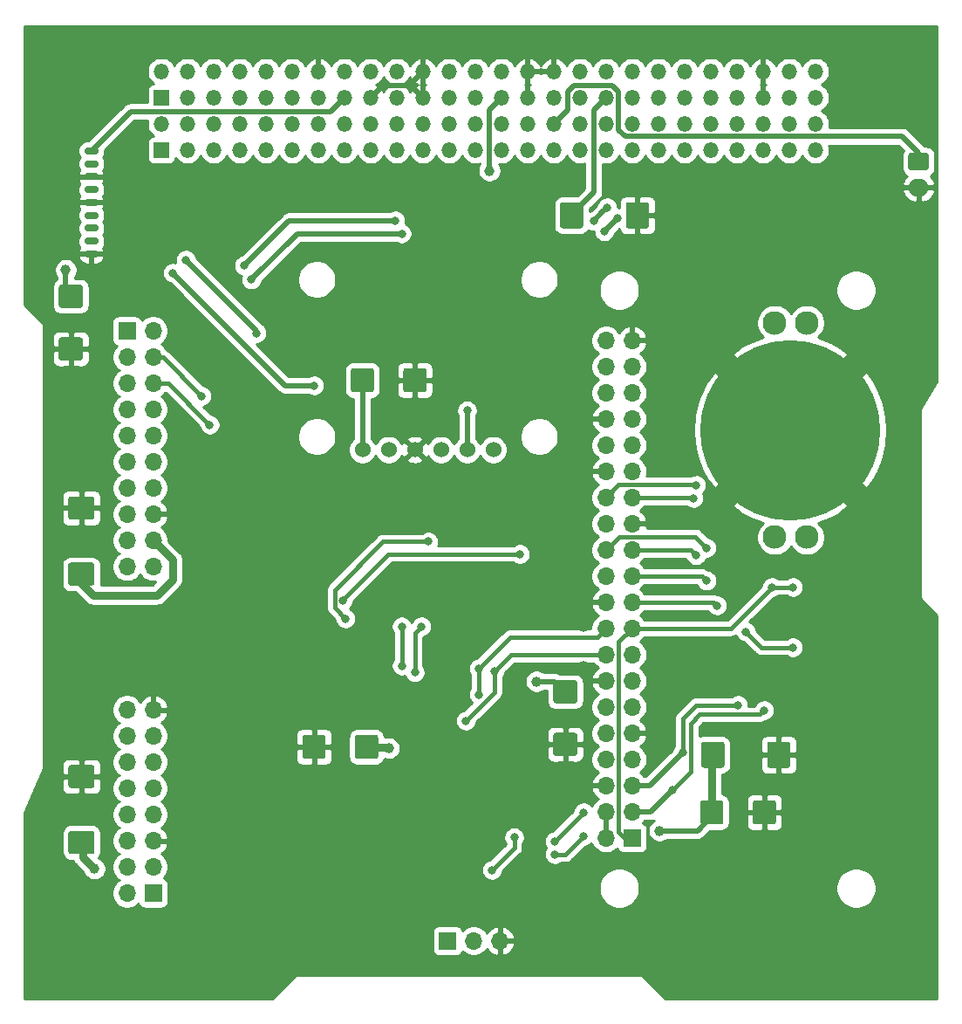
<source format=gbr>
%TF.GenerationSoftware,KiCad,Pcbnew,(5.1.9)-1*%
%TF.CreationDate,2021-11-27T21:21:46-05:00*%
%TF.ProjectId,REVERB Interface,52455645-5242-4204-996e-746572666163,rev?*%
%TF.SameCoordinates,Original*%
%TF.FileFunction,Copper,L2,Bot*%
%TF.FilePolarity,Positive*%
%FSLAX46Y46*%
G04 Gerber Fmt 4.6, Leading zero omitted, Abs format (unit mm)*
G04 Created by KiCad (PCBNEW (5.1.9)-1) date 2021-11-27 21:21:46*
%MOMM*%
%LPD*%
G01*
G04 APERTURE LIST*
%TA.AperFunction,ComponentPad*%
%ADD10O,2.000000X1.700000*%
%TD*%
%TA.AperFunction,SMDPad,CuDef*%
%ADD11C,17.500000*%
%TD*%
%TA.AperFunction,ComponentPad*%
%ADD12C,2.300000*%
%TD*%
%TA.AperFunction,ComponentPad*%
%ADD13C,1.524000*%
%TD*%
%TA.AperFunction,ComponentPad*%
%ADD14O,1.700000X1.700000*%
%TD*%
%TA.AperFunction,ComponentPad*%
%ADD15R,1.700000X1.700000*%
%TD*%
%TA.AperFunction,ConnectorPad*%
%ADD16C,5.600000*%
%TD*%
%TA.AperFunction,ComponentPad*%
%ADD17C,3.600000*%
%TD*%
%TA.AperFunction,ComponentPad*%
%ADD18O,1.400000X0.700000*%
%TD*%
%TA.AperFunction,ComponentPad*%
%ADD19O,1.500000X1.500000*%
%TD*%
%TA.AperFunction,ComponentPad*%
%ADD20R,1.500000X1.500000*%
%TD*%
%TA.AperFunction,ViaPad*%
%ADD21C,0.800000*%
%TD*%
%TA.AperFunction,ViaPad*%
%ADD22C,1.000000*%
%TD*%
%TA.AperFunction,Conductor*%
%ADD23C,0.508000*%
%TD*%
%TA.AperFunction,Conductor*%
%ADD24C,0.762000*%
%TD*%
%TA.AperFunction,Conductor*%
%ADD25C,0.381000*%
%TD*%
%TA.AperFunction,Conductor*%
%ADD26C,0.254000*%
%TD*%
%TA.AperFunction,Conductor*%
%ADD27C,0.100000*%
%TD*%
G04 APERTURE END LIST*
D10*
%TO.P,J6,2*%
%TO.N,GND*%
X194310000Y-69175000D03*
%TO.P,J6,1*%
%TO.N,/5VUSBCHG*%
%TA.AperFunction,ComponentPad*%
G36*
G01*
X193560000Y-65825000D02*
X195060000Y-65825000D01*
G75*
G02*
X195310000Y-66075000I0J-250000D01*
G01*
X195310000Y-67275000D01*
G75*
G02*
X195060000Y-67525000I-250000J0D01*
G01*
X193560000Y-67525000D01*
G75*
G02*
X193310000Y-67275000I0J250000D01*
G01*
X193310000Y-66075000D01*
G75*
G02*
X193560000Y-65825000I250000J0D01*
G01*
G37*
%TD.AperFunction*%
%TD*%
D11*
%TO.P,BT1,2*%
%TO.N,GND*%
X181864000Y-92710000D03*
D12*
%TO.P,BT1,1*%
%TO.N,+BATT*%
X180364000Y-103110000D03*
X183464000Y-103110000D03*
X183464000Y-82310000D03*
X180364000Y-82310000D03*
%TD*%
D13*
%TO.P,U1,1*%
%TO.N,/SW9*%
X140335000Y-94615000D03*
%TO.P,U1,2*%
%TO.N,N/C*%
X142875000Y-94615000D03*
%TO.P,U1,3*%
%TO.N,GND*%
X145415000Y-94615000D03*
%TO.P,U1,4*%
%TO.N,/EPSSDA*%
X147955000Y-94615000D03*
%TO.P,U1,5*%
%TO.N,/EPSSCL*%
X150495000Y-94615000D03*
%TO.P,U1,6*%
%TO.N,/IMURST*%
X153035000Y-94615000D03*
%TD*%
%TO.P,C19,2*%
%TO.N,GND*%
%TA.AperFunction,SMDPad,CuDef*%
G36*
G01*
X159094999Y-122075000D02*
X160945001Y-122075000D01*
G75*
G02*
X161195000Y-122324999I0J-249999D01*
G01*
X161195000Y-124075001D01*
G75*
G02*
X160945001Y-124325000I-249999J0D01*
G01*
X159094999Y-124325000D01*
G75*
G02*
X158845000Y-124075001I0J249999D01*
G01*
X158845000Y-122324999D01*
G75*
G02*
X159094999Y-122075000I249999J0D01*
G01*
G37*
%TD.AperFunction*%
%TO.P,C19,1*%
%TO.N,/SW10*%
%TA.AperFunction,SMDPad,CuDef*%
G36*
G01*
X159094999Y-116975000D02*
X160945001Y-116975000D01*
G75*
G02*
X161195000Y-117224999I0J-249999D01*
G01*
X161195000Y-118975001D01*
G75*
G02*
X160945001Y-119225000I-249999J0D01*
G01*
X159094999Y-119225000D01*
G75*
G02*
X158845000Y-118975001I0J249999D01*
G01*
X158845000Y-117224999D01*
G75*
G02*
X159094999Y-116975000I249999J0D01*
G01*
G37*
%TD.AperFunction*%
%TD*%
%TO.P,C17,2*%
%TO.N,GND*%
%TA.AperFunction,SMDPad,CuDef*%
G36*
G01*
X136751000Y-122518999D02*
X136751000Y-124369001D01*
G75*
G02*
X136501001Y-124619000I-249999J0D01*
G01*
X134750999Y-124619000D01*
G75*
G02*
X134501000Y-124369001I0J249999D01*
G01*
X134501000Y-122518999D01*
G75*
G02*
X134750999Y-122269000I249999J0D01*
G01*
X136501001Y-122269000D01*
G75*
G02*
X136751000Y-122518999I0J-249999D01*
G01*
G37*
%TD.AperFunction*%
%TO.P,C17,1*%
%TO.N,/SW8*%
%TA.AperFunction,SMDPad,CuDef*%
G36*
G01*
X141851000Y-122518999D02*
X141851000Y-124369001D01*
G75*
G02*
X141601001Y-124619000I-249999J0D01*
G01*
X139850999Y-124619000D01*
G75*
G02*
X139601000Y-124369001I0J249999D01*
G01*
X139601000Y-122518999D01*
G75*
G02*
X139850999Y-122269000I249999J0D01*
G01*
X141601001Y-122269000D01*
G75*
G02*
X141851000Y-122518999I0J-249999D01*
G01*
G37*
%TD.AperFunction*%
%TD*%
%TO.P,C15,2*%
%TO.N,GND*%
%TA.AperFunction,SMDPad,CuDef*%
G36*
G01*
X114055001Y-101405000D02*
X112004999Y-101405000D01*
G75*
G02*
X111755000Y-101155001I0J249999D01*
G01*
X111755000Y-99404999D01*
G75*
G02*
X112004999Y-99155000I249999J0D01*
G01*
X114055001Y-99155000D01*
G75*
G02*
X114305000Y-99404999I0J-249999D01*
G01*
X114305000Y-101155001D01*
G75*
G02*
X114055001Y-101405000I-249999J0D01*
G01*
G37*
%TD.AperFunction*%
%TO.P,C15,1*%
%TO.N,/SW4*%
%TA.AperFunction,SMDPad,CuDef*%
G36*
G01*
X114055001Y-107805000D02*
X112004999Y-107805000D01*
G75*
G02*
X111755000Y-107555001I0J249999D01*
G01*
X111755000Y-105804999D01*
G75*
G02*
X112004999Y-105555000I249999J0D01*
G01*
X114055001Y-105555000D01*
G75*
G02*
X114305000Y-105804999I0J-249999D01*
G01*
X114305000Y-107555001D01*
G75*
G02*
X114055001Y-107805000I-249999J0D01*
G01*
G37*
%TD.AperFunction*%
%TD*%
%TO.P,C12,2*%
%TO.N,GND*%
%TA.AperFunction,SMDPad,CuDef*%
G36*
G01*
X165905000Y-72907001D02*
X165905000Y-70856999D01*
G75*
G02*
X166154999Y-70607000I249999J0D01*
G01*
X167905001Y-70607000D01*
G75*
G02*
X168155000Y-70856999I0J-249999D01*
G01*
X168155000Y-72907001D01*
G75*
G02*
X167905001Y-73157000I-249999J0D01*
G01*
X166154999Y-73157000D01*
G75*
G02*
X165905000Y-72907001I0J249999D01*
G01*
G37*
%TD.AperFunction*%
%TO.P,C12,1*%
%TO.N,/PCM_IN*%
%TA.AperFunction,SMDPad,CuDef*%
G36*
G01*
X159505000Y-72907001D02*
X159505000Y-70856999D01*
G75*
G02*
X159754999Y-70607000I249999J0D01*
G01*
X161505001Y-70607000D01*
G75*
G02*
X161755000Y-70856999I0J-249999D01*
G01*
X161755000Y-72907001D01*
G75*
G02*
X161505001Y-73157000I-249999J0D01*
G01*
X159754999Y-73157000D01*
G75*
G02*
X159505000Y-72907001I0J249999D01*
G01*
G37*
%TD.AperFunction*%
%TD*%
%TO.P,C18,2*%
%TO.N,GND*%
%TA.AperFunction,SMDPad,CuDef*%
G36*
G01*
X144300000Y-88809001D02*
X144300000Y-86958999D01*
G75*
G02*
X144549999Y-86709000I249999J0D01*
G01*
X146300001Y-86709000D01*
G75*
G02*
X146550000Y-86958999I0J-249999D01*
G01*
X146550000Y-88809001D01*
G75*
G02*
X146300001Y-89059000I-249999J0D01*
G01*
X144549999Y-89059000D01*
G75*
G02*
X144300000Y-88809001I0J249999D01*
G01*
G37*
%TD.AperFunction*%
%TO.P,C18,1*%
%TO.N,/SW9*%
%TA.AperFunction,SMDPad,CuDef*%
G36*
G01*
X139200000Y-88809001D02*
X139200000Y-86958999D01*
G75*
G02*
X139449999Y-86709000I249999J0D01*
G01*
X141200001Y-86709000D01*
G75*
G02*
X141450000Y-86958999I0J-249999D01*
G01*
X141450000Y-88809001D01*
G75*
G02*
X141200001Y-89059000I-249999J0D01*
G01*
X139449999Y-89059000D01*
G75*
G02*
X139200000Y-88809001I0J249999D01*
G01*
G37*
%TD.AperFunction*%
%TD*%
%TO.P,C16,2*%
%TO.N,GND*%
%TA.AperFunction,SMDPad,CuDef*%
G36*
G01*
X111088999Y-83721000D02*
X112939001Y-83721000D01*
G75*
G02*
X113189000Y-83970999I0J-249999D01*
G01*
X113189000Y-85721001D01*
G75*
G02*
X112939001Y-85971000I-249999J0D01*
G01*
X111088999Y-85971000D01*
G75*
G02*
X110839000Y-85721001I0J249999D01*
G01*
X110839000Y-83970999D01*
G75*
G02*
X111088999Y-83721000I249999J0D01*
G01*
G37*
%TD.AperFunction*%
%TO.P,C16,1*%
%TO.N,/SW6*%
%TA.AperFunction,SMDPad,CuDef*%
G36*
G01*
X111088999Y-78621000D02*
X112939001Y-78621000D01*
G75*
G02*
X113189000Y-78870999I0J-249999D01*
G01*
X113189000Y-80621001D01*
G75*
G02*
X112939001Y-80871000I-249999J0D01*
G01*
X111088999Y-80871000D01*
G75*
G02*
X110839000Y-80621001I0J249999D01*
G01*
X110839000Y-78870999D01*
G75*
G02*
X111088999Y-78621000I249999J0D01*
G01*
G37*
%TD.AperFunction*%
%TD*%
%TO.P,C14,2*%
%TO.N,GND*%
%TA.AperFunction,SMDPad,CuDef*%
G36*
G01*
X114080001Y-127440000D02*
X112029999Y-127440000D01*
G75*
G02*
X111780000Y-127190001I0J249999D01*
G01*
X111780000Y-125439999D01*
G75*
G02*
X112029999Y-125190000I249999J0D01*
G01*
X114080001Y-125190000D01*
G75*
G02*
X114330000Y-125439999I0J-249999D01*
G01*
X114330000Y-127190001D01*
G75*
G02*
X114080001Y-127440000I-249999J0D01*
G01*
G37*
%TD.AperFunction*%
%TO.P,C14,1*%
%TO.N,/SW3*%
%TA.AperFunction,SMDPad,CuDef*%
G36*
G01*
X114080001Y-133840000D02*
X112029999Y-133840000D01*
G75*
G02*
X111780000Y-133590001I0J249999D01*
G01*
X111780000Y-131839999D01*
G75*
G02*
X112029999Y-131590000I249999J0D01*
G01*
X114080001Y-131590000D01*
G75*
G02*
X114330000Y-131839999I0J-249999D01*
G01*
X114330000Y-133590001D01*
G75*
G02*
X114080001Y-133840000I-249999J0D01*
G01*
G37*
%TD.AperFunction*%
%TD*%
%TO.P,C13,2*%
%TO.N,GND*%
%TA.AperFunction,SMDPad,CuDef*%
G36*
G01*
X178219000Y-130719001D02*
X178219000Y-128868999D01*
G75*
G02*
X178468999Y-128619000I249999J0D01*
G01*
X180219001Y-128619000D01*
G75*
G02*
X180469000Y-128868999I0J-249999D01*
G01*
X180469000Y-130719001D01*
G75*
G02*
X180219001Y-130969000I-249999J0D01*
G01*
X178468999Y-130969000D01*
G75*
G02*
X178219000Y-130719001I0J249999D01*
G01*
G37*
%TD.AperFunction*%
%TO.P,C13,1*%
%TO.N,+5V*%
%TA.AperFunction,SMDPad,CuDef*%
G36*
G01*
X173119000Y-130719001D02*
X173119000Y-128868999D01*
G75*
G02*
X173368999Y-128619000I249999J0D01*
G01*
X175119001Y-128619000D01*
G75*
G02*
X175369000Y-128868999I0J-249999D01*
G01*
X175369000Y-130719001D01*
G75*
G02*
X175119001Y-130969000I-249999J0D01*
G01*
X173368999Y-130969000D01*
G75*
G02*
X173119000Y-130719001I0J249999D01*
G01*
G37*
%TD.AperFunction*%
%TD*%
%TO.P,C11,2*%
%TO.N,GND*%
%TA.AperFunction,SMDPad,CuDef*%
G36*
G01*
X179621000Y-125231001D02*
X179621000Y-123180999D01*
G75*
G02*
X179870999Y-122931000I249999J0D01*
G01*
X181621001Y-122931000D01*
G75*
G02*
X181871000Y-123180999I0J-249999D01*
G01*
X181871000Y-125231001D01*
G75*
G02*
X181621001Y-125481000I-249999J0D01*
G01*
X179870999Y-125481000D01*
G75*
G02*
X179621000Y-125231001I0J249999D01*
G01*
G37*
%TD.AperFunction*%
%TO.P,C11,1*%
%TO.N,+5V*%
%TA.AperFunction,SMDPad,CuDef*%
G36*
G01*
X173221000Y-125231001D02*
X173221000Y-123180999D01*
G75*
G02*
X173470999Y-122931000I249999J0D01*
G01*
X175221001Y-122931000D01*
G75*
G02*
X175471000Y-123180999I0J-249999D01*
G01*
X175471000Y-125231001D01*
G75*
G02*
X175221001Y-125481000I-249999J0D01*
G01*
X173470999Y-125481000D01*
G75*
G02*
X173221000Y-125231001I0J249999D01*
G01*
G37*
%TD.AperFunction*%
%TD*%
D14*
%TO.P,J1,40*%
%TO.N,N/C*%
X163970000Y-84014000D03*
%TO.P,J1,39*%
%TO.N,GND*%
X166510000Y-84014000D03*
%TO.P,J1,38*%
%TO.N,N/C*%
X163970000Y-86554000D03*
%TO.P,J1,37*%
X166510000Y-86554000D03*
%TO.P,J1,36*%
X163970000Y-89094000D03*
%TO.P,J1,35*%
X166510000Y-89094000D03*
%TO.P,J1,34*%
%TO.N,GND*%
X163970000Y-91634000D03*
%TO.P,J1,33*%
%TO.N,N/C*%
X166510000Y-91634000D03*
%TO.P,J1,32*%
%TO.N,/IMURST*%
X163970000Y-94174000D03*
%TO.P,J1,31*%
%TO.N,N/C*%
X166510000Y-94174000D03*
%TO.P,J1,30*%
%TO.N,GND*%
X163970000Y-96714000D03*
%TO.P,J1,29*%
%TO.N,N/C*%
X166510000Y-96714000D03*
%TO.P,J1,28*%
%TO.N,/SCL0*%
X163970000Y-99254000D03*
%TO.P,J1,27*%
%TO.N,/SDA0*%
X166510000Y-99254000D03*
%TO.P,J1,26*%
%TO.N,N/C*%
X163970000Y-101794000D03*
%TO.P,J1,25*%
%TO.N,GND*%
X166510000Y-101794000D03*
%TO.P,J1,24*%
%TO.N,/SPICE0*%
X163970000Y-104334000D03*
%TO.P,J1,23*%
%TO.N,/SPISCK*%
X166510000Y-104334000D03*
%TO.P,J1,22*%
%TO.N,N/C*%
X163970000Y-106874000D03*
%TO.P,J1,21*%
%TO.N,/SPIMISO*%
X166510000Y-106874000D03*
%TO.P,J1,20*%
%TO.N,GND*%
X163970000Y-109414000D03*
%TO.P,J1,19*%
%TO.N,/SPIMOSI*%
X166510000Y-109414000D03*
%TO.P,J1,18*%
%TO.N,/SPIUARTRX*%
X163970000Y-111954000D03*
%TO.P,J1,17*%
%TO.N,+3.3VA*%
X166510000Y-111954000D03*
%TO.P,J1,16*%
%TO.N,/SPIUARTTX*%
X163970000Y-114494000D03*
%TO.P,J1,15*%
%TO.N,N/C*%
X166510000Y-114494000D03*
%TO.P,J1,14*%
%TO.N,GND*%
X163970000Y-117034000D03*
%TO.P,J1,13*%
%TO.N,N/C*%
X166510000Y-117034000D03*
%TO.P,J1,12*%
X163970000Y-119574000D03*
%TO.P,J1,11*%
X166510000Y-119574000D03*
%TO.P,J1,10*%
%TO.N,/HWRX*%
X163970000Y-122114000D03*
%TO.P,J1,9*%
%TO.N,GND*%
X166510000Y-122114000D03*
%TO.P,J1,8*%
%TO.N,/HWTX*%
X163970000Y-124654000D03*
%TO.P,J1,7*%
%TO.N,N/C*%
X166510000Y-124654000D03*
%TO.P,J1,6*%
%TO.N,GND*%
X163970000Y-127194000D03*
%TO.P,J1,5*%
%TO.N,/EPSSCL*%
X166510000Y-127194000D03*
%TO.P,J1,4*%
%TO.N,+5V*%
X163970000Y-129734000D03*
%TO.P,J1,3*%
%TO.N,/EPSSDA*%
X166510000Y-129734000D03*
%TO.P,J1,2*%
%TO.N,+5V*%
X163970000Y-132274000D03*
D15*
%TO.P,J1,1*%
%TO.N,+3.3VA*%
X166510000Y-132274000D03*
%TD*%
D14*
%TO.P,J5,3*%
%TO.N,GND*%
X153670000Y-142240000D03*
%TO.P,J5,2*%
%TO.N,/SW10*%
X151130000Y-142240000D03*
D15*
%TO.P,J5,1*%
%TO.N,Net-(J5-Pad1)*%
X148590000Y-142240000D03*
%TD*%
D16*
%TO.P,M4,1*%
%TO.N,GND*%
X191926000Y-143664000D03*
D17*
X191926000Y-143664000D03*
%TD*%
D16*
%TO.P,M3,1*%
%TO.N,GND*%
X111916000Y-143664000D03*
D17*
X111916000Y-143664000D03*
%TD*%
D16*
%TO.P,M2,1*%
%TO.N,GND*%
X189386000Y-57939000D03*
D17*
X189386000Y-57939000D03*
%TD*%
D16*
%TO.P,M1,1*%
%TO.N,GND*%
X115726000Y-57939000D03*
D17*
X115726000Y-57939000D03*
%TD*%
D18*
%TO.P,J4,9*%
%TO.N,GND*%
X114006000Y-75639000D03*
%TO.P,J4,8*%
%TO.N,/EPSSCL*%
X114006000Y-74389000D03*
%TO.P,J4,7*%
X114006000Y-73139000D03*
%TO.P,J4,6*%
%TO.N,/SW6*%
X114006000Y-71889000D03*
%TO.P,J4,5*%
%TO.N,GND*%
X114006000Y-70639000D03*
%TO.P,J4,4*%
%TO.N,/EPSSDA*%
X114006000Y-69389000D03*
%TO.P,J4,3*%
%TO.N,GND*%
X114006000Y-68139000D03*
%TO.P,J4,2*%
%TO.N,/EPSSDA*%
X114006000Y-66889000D03*
%TO.P,J4,1*%
%TO.N,/SW6*%
X114006000Y-65639000D03*
%TD*%
D14*
%TO.P,J3,20*%
%TO.N,N/C*%
X120015000Y-105950000D03*
%TO.P,J3,19*%
X117475000Y-105950000D03*
%TO.P,J3,18*%
%TO.N,/SW4*%
X120015000Y-103410000D03*
%TO.P,J3,17*%
%TO.N,N/C*%
X117475000Y-103410000D03*
%TO.P,J3,16*%
%TO.N,GND*%
X120015000Y-100870000D03*
%TO.P,J3,15*%
%TO.N,N/C*%
X117475000Y-100870000D03*
%TO.P,J3,14*%
X120015000Y-98330000D03*
%TO.P,J3,13*%
X117475000Y-98330000D03*
%TO.P,J3,12*%
X120015000Y-95790000D03*
%TO.P,J3,11*%
X117475000Y-95790000D03*
%TO.P,J3,10*%
X120015000Y-93250000D03*
%TO.P,J3,9*%
X117475000Y-93250000D03*
%TO.P,J3,8*%
X120015000Y-90710000D03*
%TO.P,J3,7*%
X117475000Y-90710000D03*
%TO.P,J3,6*%
%TO.N,/APRSTXSh*%
X120015000Y-88170000D03*
%TO.P,J3,5*%
%TO.N,N/C*%
X117475000Y-88170000D03*
%TO.P,J3,4*%
%TO.N,/APRSRXSh*%
X120015000Y-85630000D03*
%TO.P,J3,3*%
%TO.N,N/C*%
X117475000Y-85630000D03*
%TO.P,J3,2*%
X120015000Y-83090000D03*
D15*
%TO.P,J3,1*%
X117475000Y-83090000D03*
%TD*%
D14*
%TO.P,J2,16*%
%TO.N,N/C*%
X117475000Y-119840000D03*
%TO.P,J2,15*%
%TO.N,GND*%
X120015000Y-119840000D03*
%TO.P,J2,14*%
%TO.N,N/C*%
X117475000Y-122380000D03*
%TO.P,J2,13*%
%TO.N,/R1IN*%
X120015000Y-122380000D03*
%TO.P,J2,12*%
%TO.N,N/C*%
X117475000Y-124920000D03*
%TO.P,J2,11*%
%TO.N,/T1OUT*%
X120015000Y-124920000D03*
%TO.P,J2,10*%
%TO.N,N/C*%
X117475000Y-127460000D03*
%TO.P,J2,9*%
X120015000Y-127460000D03*
%TO.P,J2,8*%
X117475000Y-130000000D03*
%TO.P,J2,7*%
X120015000Y-130000000D03*
%TO.P,J2,6*%
X117475000Y-132540000D03*
%TO.P,J2,5*%
%TO.N,GND*%
X120015000Y-132540000D03*
%TO.P,J2,4*%
%TO.N,N/C*%
X117475000Y-135080000D03*
%TO.P,J2,3*%
%TO.N,/SW3*%
X120015000Y-135080000D03*
%TO.P,J2,2*%
%TO.N,N/C*%
X117475000Y-137620000D03*
D15*
%TO.P,J2,1*%
X120015000Y-137620000D03*
%TD*%
D19*
%TO.P,H2,52*%
%TO.N,N/C*%
X184306000Y-57939000D03*
%TO.P,H2,51*%
X184306000Y-60479000D03*
%TO.P,H2,50*%
X181766000Y-57939000D03*
%TO.P,H2,49*%
X181766000Y-60479000D03*
%TO.P,H2,48*%
%TO.N,GND*%
X179226000Y-57939000D03*
%TO.P,H2,47*%
X179226000Y-60479000D03*
%TO.P,H2,46*%
%TO.N,VBUS*%
X176686000Y-57939000D03*
%TO.P,H2,45*%
X176686000Y-60479000D03*
%TO.P,H2,44*%
%TO.N,/BCR_OUT*%
X174146000Y-57939000D03*
%TO.P,H2,43*%
X174146000Y-60479000D03*
%TO.P,H2,42*%
X171606000Y-57939000D03*
%TO.P,H2,41*%
X171606000Y-60479000D03*
%TO.P,H2,40*%
%TO.N,N/C*%
X169066000Y-57939000D03*
%TO.P,H2,39*%
X169066000Y-60479000D03*
%TO.P,H2,38*%
X166526000Y-57939000D03*
%TO.P,H2,37*%
X166526000Y-60479000D03*
%TO.P,H2,36*%
%TO.N,/PCM_IN*%
X163986000Y-57939000D03*
%TO.P,H2,35*%
X163986000Y-60479000D03*
%TO.P,H2,34*%
%TO.N,N/C*%
X161446000Y-57939000D03*
%TO.P,H2,33*%
X161446000Y-60479000D03*
%TO.P,H2,32*%
%TO.N,GND*%
X158906000Y-57939000D03*
%TO.P,H2,31*%
%TO.N,N/C*%
X158906000Y-60479000D03*
%TO.P,H2,30*%
%TO.N,GND*%
X156366000Y-57939000D03*
%TO.P,H2,29*%
X156366000Y-60479000D03*
%TO.P,H2,28*%
%TO.N,+3V3*%
X153826000Y-57939000D03*
%TO.P,H2,27*%
X153826000Y-60479000D03*
%TO.P,H2,26*%
%TO.N,+5V*%
X151286000Y-57939000D03*
%TO.P,H2,25*%
X151286000Y-60479000D03*
%TO.P,H2,24*%
%TO.N,+12V*%
X148746000Y-57939000D03*
%TO.P,H2,23*%
X148746000Y-60479000D03*
%TO.P,H2,22*%
%TO.N,GND*%
X146206000Y-57939000D03*
%TO.P,H2,21*%
X146206000Y-60479000D03*
%TO.P,H2,20*%
%TO.N,/SW10*%
X143666000Y-57939000D03*
%TO.P,H2,19*%
%TO.N,/SW9*%
X143666000Y-60479000D03*
%TO.P,H2,18*%
%TO.N,/SW8*%
X141126000Y-57939000D03*
%TO.P,H2,17*%
%TO.N,GND*%
X141126000Y-60479000D03*
%TO.P,H2,16*%
%TO.N,N/C*%
X138586000Y-57939000D03*
%TO.P,H2,15*%
%TO.N,/SW6*%
X138586000Y-60479000D03*
%TO.P,H2,14*%
%TO.N,GND*%
X136046000Y-57939000D03*
%TO.P,H2,13*%
%TO.N,N/C*%
X136046000Y-60479000D03*
%TO.P,H2,12*%
%TO.N,/SW4*%
X133506000Y-57939000D03*
%TO.P,H2,11*%
%TO.N,/SW3*%
X133506000Y-60479000D03*
%TO.P,H2,10*%
%TO.N,N/C*%
X130966000Y-57939000D03*
%TO.P,H2,9*%
%TO.N,GND*%
X130966000Y-60479000D03*
%TO.P,H2,8*%
%TO.N,N/C*%
X128426000Y-57939000D03*
%TO.P,H2,7*%
X128426000Y-60479000D03*
%TO.P,H2,6*%
X125886000Y-57939000D03*
%TO.P,H2,5*%
X125886000Y-60479000D03*
%TO.P,H2,4*%
X123346000Y-57939000D03*
%TO.P,H2,3*%
X123346000Y-60479000D03*
%TO.P,H2,2*%
X120806000Y-57939000D03*
D20*
%TO.P,H2,1*%
X120806000Y-60479000D03*
%TD*%
D19*
%TO.P,H1,52*%
%TO.N,N/C*%
X184306000Y-63019000D03*
%TO.P,H1,51*%
X184306000Y-65559000D03*
%TO.P,H1,50*%
X181766000Y-63019000D03*
%TO.P,H1,49*%
X181766000Y-65559000D03*
%TO.P,H1,48*%
X179226000Y-63019000D03*
%TO.P,H1,47*%
X179226000Y-65559000D03*
%TO.P,H1,46*%
X176686000Y-63019000D03*
%TO.P,H1,45*%
X176686000Y-65559000D03*
%TO.P,H1,44*%
X174146000Y-63019000D03*
%TO.P,H1,43*%
%TO.N,/EPSSCL*%
X174146000Y-65559000D03*
%TO.P,H1,42*%
%TO.N,N/C*%
X171606000Y-63019000D03*
%TO.P,H1,41*%
%TO.N,/EPSSDA*%
X171606000Y-65559000D03*
%TO.P,H1,40*%
%TO.N,N/C*%
X169066000Y-63019000D03*
%TO.P,H1,39*%
X169066000Y-65559000D03*
%TO.P,H1,38*%
X166526000Y-63019000D03*
%TO.P,H1,37*%
X166526000Y-65559000D03*
%TO.P,H1,36*%
X163986000Y-63019000D03*
%TO.P,H1,35*%
X163986000Y-65559000D03*
%TO.P,H1,34*%
X161446000Y-63019000D03*
%TO.P,H1,33*%
X161446000Y-65559000D03*
%TO.P,H1,32*%
%TO.N,/5VUSBCHG*%
X158906000Y-63019000D03*
%TO.P,H1,31*%
%TO.N,N/C*%
X158906000Y-65559000D03*
%TO.P,H1,30*%
X156366000Y-63019000D03*
%TO.P,H1,29*%
X156366000Y-65559000D03*
%TO.P,H1,28*%
X153826000Y-63019000D03*
%TO.P,H1,27*%
X153826000Y-65559000D03*
%TO.P,H1,26*%
X151286000Y-63019000D03*
%TO.P,H1,25*%
X151286000Y-65559000D03*
%TO.P,H1,24*%
X148746000Y-63019000D03*
%TO.P,H1,23*%
X148746000Y-65559000D03*
%TO.P,H1,22*%
X146206000Y-63019000D03*
%TO.P,H1,21*%
X146206000Y-65559000D03*
%TO.P,H1,20*%
X143666000Y-63019000D03*
%TO.P,H1,19*%
X143666000Y-65559000D03*
%TO.P,H1,18*%
X141126000Y-63019000D03*
%TO.P,H1,17*%
X141126000Y-65559000D03*
%TO.P,H1,16*%
X138586000Y-63019000D03*
%TO.P,H1,15*%
X138586000Y-65559000D03*
%TO.P,H1,14*%
X136046000Y-63019000D03*
%TO.P,H1,13*%
X136046000Y-65559000D03*
%TO.P,H1,12*%
X133506000Y-63019000D03*
%TO.P,H1,11*%
X133506000Y-65559000D03*
%TO.P,H1,10*%
X130966000Y-63019000D03*
%TO.P,H1,9*%
X130966000Y-65559000D03*
%TO.P,H1,8*%
X128426000Y-63019000D03*
%TO.P,H1,7*%
X128426000Y-65559000D03*
%TO.P,H1,6*%
X125886000Y-63019000D03*
%TO.P,H1,5*%
X125886000Y-65559000D03*
%TO.P,H1,4*%
X123346000Y-63019000D03*
%TO.P,H1,3*%
X123346000Y-65559000D03*
%TO.P,H1,2*%
X120806000Y-63019000D03*
D20*
%TO.P,H1,1*%
X120806000Y-65559000D03*
%TD*%
D21*
%TO.N,GND*%
X176784000Y-87630000D03*
X180594000Y-88900000D03*
D22*
X112395000Y-112395000D03*
X116205000Y-112395000D03*
X132715000Y-125095000D03*
X142240000Y-131445000D03*
X130810000Y-140970000D03*
X149860000Y-106299000D03*
X149860000Y-102997000D03*
X169799000Y-137160000D03*
X173990000Y-140716000D03*
D21*
X139319000Y-68326000D03*
X134239000Y-68199000D03*
X124206000Y-68199000D03*
X156591000Y-68453000D03*
D22*
X161798000Y-111760000D03*
X161798000Y-115570000D03*
X135890000Y-106426000D03*
X137922000Y-118237000D03*
X134874000Y-119126000D03*
X156972000Y-122936000D03*
X156972000Y-119634000D03*
X147955000Y-133858000D03*
X147955000Y-123698000D03*
X147955000Y-118745000D03*
X144780000Y-133858000D03*
D21*
X142748000Y-106426000D03*
X140716000Y-102870000D03*
X132842000Y-85852000D03*
X131318000Y-89154000D03*
X179578000Y-74676000D03*
X184658000Y-73152000D03*
X109982000Y-76454000D03*
D22*
%TO.N,/SW8*%
X142875000Y-123571000D03*
D21*
%TO.N,/EPSSCL*%
X121920020Y-77470000D03*
X150495000Y-90805000D03*
X159004002Y-132588000D03*
X161798022Y-129794000D03*
X162780662Y-72423338D03*
X164083998Y-71120000D03*
X135636000Y-88392000D03*
X171421490Y-123952000D03*
X176784008Y-119380000D03*
%TO.N,/EPSSDA*%
X123190000Y-76200000D03*
X130048000Y-83312000D03*
X159004000Y-133858000D03*
X161798000Y-132080000D03*
X163796664Y-73439340D03*
X165100000Y-72136000D03*
X170434000Y-127635000D03*
X179324000Y-119887992D03*
D22*
%TO.N,+3V3*%
X152653995Y-67563996D03*
D21*
X144145000Y-73660000D03*
X129540000Y-78105000D03*
%TO.N,+5V*%
X143510000Y-72390000D03*
X128838415Y-76759901D03*
D22*
X169164000Y-131572000D03*
%TO.N,/SW6*%
X111530000Y-77192000D03*
%TO.N,/SW3*%
X114300000Y-135255000D03*
D21*
%TO.N,/R1OUT*%
X144145000Y-115570000D03*
X144145000Y-111760000D03*
%TO.N,/T1IN*%
X145415000Y-116205000D03*
X146050000Y-111760000D03*
%TO.N,/APRSTX*%
X155605000Y-104745000D03*
X138430000Y-109220016D03*
%TO.N,/APRSRX*%
X146715000Y-103535008D03*
X138684004Y-110998000D03*
D22*
%TO.N,/SW10*%
X157226000Y-117094000D03*
D21*
%TO.N,/SPIUARTTX*%
X153162000Y-116078000D03*
X150368000Y-120904000D03*
%TO.N,/SPIUARTRX*%
X151637992Y-115824000D03*
X151638000Y-118364000D03*
%TO.N,/SPICE0*%
X173736000Y-104140000D03*
%TO.N,/SPISCK*%
X172720000Y-104847118D03*
%TO.N,/SPIMISO*%
X173736000Y-107315000D03*
%TO.N,/SPIMOSI*%
X174752000Y-109728000D03*
%TO.N,/APRSTXSh*%
X125504510Y-92202000D03*
%TO.N,/APRSRXSh*%
X124714000Y-89408000D03*
%TO.N,/SLVRST*%
X152908000Y-135382000D03*
X155066997Y-132206997D03*
%TO.N,/SCL0*%
X182112000Y-113798000D03*
X177546000Y-112268000D03*
X172720000Y-98044000D03*
%TO.N,/SDA0*%
X172466000Y-99314000D03*
%TO.N,+3.3VA*%
X180086000Y-107950000D03*
X182118000Y-107950000D03*
%TD*%
D23*
%TO.N,GND*%
X142330001Y-59274999D02*
X141126000Y-60479000D01*
X144870001Y-59274999D02*
X142330001Y-59274999D01*
X146206000Y-57939000D02*
X144870001Y-59274999D01*
X145001999Y-59274999D02*
X144870001Y-59274999D01*
X146206000Y-60479000D02*
X145001999Y-59274999D01*
D24*
%TO.N,/SW8*%
X142748000Y-123444000D02*
X142875000Y-123571000D01*
X140726000Y-123444000D02*
X142748000Y-123444000D01*
D23*
%TO.N,/EPSSCL*%
X150495000Y-94615000D02*
X150495000Y-90805000D01*
D25*
X159004002Y-132588000D02*
X161798002Y-129794000D01*
X161798002Y-129794000D02*
X161798022Y-129794000D01*
D23*
X162780662Y-72423338D02*
X163683999Y-71519999D01*
X163683999Y-71519999D02*
X164083998Y-71120000D01*
X132842020Y-88392000D02*
X135636000Y-88392000D01*
X121920020Y-77470000D02*
X132842020Y-88392000D01*
X166510000Y-127194000D02*
X168179490Y-127194000D01*
X168179490Y-127194000D02*
X171421490Y-123952000D01*
D25*
X172720000Y-119380000D02*
X176784008Y-119380000D01*
X171421490Y-120678510D02*
X172720000Y-119380000D01*
X171421490Y-123952000D02*
X171421490Y-120678510D01*
D23*
%TO.N,/EPSSDA*%
X123190000Y-76200000D02*
X130048000Y-83058000D01*
X130048000Y-83058000D02*
X130048000Y-83312000D01*
D25*
X159004000Y-133858000D02*
X160020000Y-133858000D01*
X160020000Y-133858000D02*
X161798000Y-132080000D01*
D23*
X165100000Y-72136004D02*
X165100000Y-72136000D01*
X163796664Y-73439340D02*
X165100000Y-72136004D01*
X168335000Y-129734000D02*
X170434000Y-127635000D01*
X166510000Y-129734000D02*
X168335000Y-129734000D01*
D25*
X170434000Y-127635000D02*
X172212000Y-125857000D01*
X172212000Y-121158000D02*
X173082009Y-120287991D01*
X172212000Y-125857000D02*
X172212000Y-121158000D01*
X173082009Y-120287991D02*
X178924001Y-120287991D01*
X178924001Y-120287991D02*
X179324000Y-119887992D01*
D23*
%TO.N,/PCM_IN*%
X162781999Y-69628001D02*
X160528000Y-71882000D01*
X162781999Y-61683001D02*
X162781999Y-69628001D01*
X163986000Y-60479000D02*
X162781999Y-61683001D01*
%TO.N,+3V3*%
X153826000Y-60479000D02*
X152621999Y-61683001D01*
X152621999Y-61683001D02*
X152621999Y-67532000D01*
X152621999Y-67532000D02*
X152653995Y-67563996D01*
X144145000Y-73660000D02*
X144145000Y-73660000D01*
X133985000Y-73660000D02*
X129540000Y-78105000D01*
X144145000Y-73660000D02*
X133985000Y-73660000D01*
%TO.N,+5V*%
X163970000Y-129734000D02*
X163970000Y-132274000D01*
X143510000Y-72390000D02*
X143510000Y-72390000D01*
X133208316Y-72390000D02*
X128838415Y-76759901D01*
X143510000Y-72390000D02*
X133208316Y-72390000D01*
D24*
X174244000Y-129794000D02*
X174244000Y-124308000D01*
D23*
X172837000Y-131572000D02*
X169164000Y-131572000D01*
X174234000Y-130175000D02*
X172837000Y-131572000D01*
%TO.N,/SW6*%
X117830001Y-61814999D02*
X114006000Y-65639000D01*
X137250001Y-61814999D02*
X117830001Y-61814999D01*
X138586000Y-60479000D02*
X137250001Y-61814999D01*
X111530000Y-79272000D02*
X111530000Y-77192000D01*
X112014000Y-79756000D02*
X111530000Y-79272000D01*
D24*
%TO.N,/SW4*%
X121920000Y-107188000D02*
X121920000Y-105315000D01*
X120396000Y-108712000D02*
X121920000Y-107188000D01*
X114173000Y-108712000D02*
X120396000Y-108712000D01*
X121920000Y-105315000D02*
X120015000Y-103410000D01*
X113030000Y-107569000D02*
X114173000Y-108712000D01*
X113030000Y-106680000D02*
X113030000Y-107569000D01*
%TO.N,/SW3*%
X113157000Y-132715000D02*
X113157000Y-134112000D01*
X113157000Y-134112000D02*
X114300000Y-135255000D01*
D25*
%TO.N,/R1OUT*%
X144145000Y-115570000D02*
X144145000Y-111760000D01*
%TO.N,/T1IN*%
X145415000Y-112395000D02*
X146050000Y-111760000D01*
X145415000Y-116205000D02*
X145415000Y-112395000D01*
%TO.N,/APRSTX*%
X142905000Y-104745000D02*
X142875000Y-104775000D01*
X155605000Y-104745000D02*
X142905000Y-104745000D01*
X142849388Y-104775000D02*
X138430000Y-109194388D01*
X138430000Y-109194388D02*
X138430000Y-109220016D01*
%TO.N,/APRSRX*%
X137639478Y-108205578D02*
X137639478Y-109953474D01*
X142310048Y-103535008D02*
X137639478Y-108205578D01*
X146715000Y-103535008D02*
X142310048Y-103535008D01*
X137639478Y-109953474D02*
X138684004Y-110998000D01*
D23*
%TO.N,/SW9*%
X140325000Y-94605000D02*
X140335000Y-94615000D01*
X140325000Y-87884000D02*
X140325000Y-94605000D01*
%TO.N,/SW10*%
X159014000Y-117094000D02*
X160020000Y-118100000D01*
X157226000Y-117094000D02*
X159014000Y-117094000D01*
D25*
%TO.N,/SPIUARTTX*%
X153162000Y-116078000D02*
X153162000Y-118110000D01*
X153162000Y-118110000D02*
X150368000Y-120904000D01*
X154686000Y-114554000D02*
X153162000Y-116078000D01*
X154746000Y-114494000D02*
X154686000Y-114554000D01*
X163970000Y-114494000D02*
X154746000Y-114494000D01*
%TO.N,/SPIUARTRX*%
X154657993Y-112803999D02*
X151637992Y-115824000D01*
X151637992Y-115824000D02*
X151637992Y-118363992D01*
X151637992Y-118363992D02*
X151638000Y-118364000D01*
X154713999Y-112803999D02*
X154686000Y-112776000D01*
X163120001Y-112803999D02*
X154713999Y-112803999D01*
X163970000Y-111954000D02*
X163120001Y-112803999D01*
%TO.N,/SPICE0*%
X172630501Y-103034501D02*
X173736000Y-104140000D01*
X165269499Y-103034501D02*
X172630501Y-103034501D01*
X163970000Y-104334000D02*
X165269499Y-103034501D01*
%TO.N,/SPISCK*%
X166510000Y-104334000D02*
X172206882Y-104334000D01*
X172206882Y-104334000D02*
X172720000Y-104847118D01*
%TO.N,/SPIMISO*%
X173295000Y-106874000D02*
X173736000Y-107315000D01*
X166510000Y-106874000D02*
X173295000Y-106874000D01*
%TO.N,/SPIMOSI*%
X166510000Y-109414000D02*
X174438000Y-109414000D01*
X174438000Y-109414000D02*
X174752000Y-109728000D01*
%TO.N,/APRSTXSh*%
X121472510Y-88170000D02*
X125504510Y-92202000D01*
X120015000Y-88170000D02*
X121472510Y-88170000D01*
%TO.N,/APRSRXSh*%
X120936000Y-85630000D02*
X124714000Y-89408000D01*
X120015000Y-85630000D02*
X120936000Y-85630000D01*
%TO.N,/SLVRST*%
X155066997Y-133223003D02*
X155066997Y-132206997D01*
X152908000Y-135382000D02*
X155066997Y-133223003D01*
D23*
%TO.N,/5VUSBCHG*%
X160241999Y-59901079D02*
X160241999Y-61683001D01*
X160241999Y-61683001D02*
X158906000Y-63019000D01*
X160868079Y-59274999D02*
X160241999Y-59901079D01*
X164563921Y-59274999D02*
X160868079Y-59274999D01*
X165190001Y-63590001D02*
X165190001Y-59901079D01*
X165190001Y-59901079D02*
X164563921Y-59274999D01*
X165823001Y-64223001D02*
X165190001Y-63590001D01*
X192708001Y-64223001D02*
X165823001Y-64223001D01*
X194310000Y-65825000D02*
X192708001Y-64223001D01*
X194310000Y-66675000D02*
X194310000Y-65825000D01*
D25*
%TO.N,/SCL0*%
X182112000Y-113798000D02*
X179076000Y-113798000D01*
X179076000Y-113798000D02*
X177546000Y-112268000D01*
X177546000Y-112268000D02*
X177546000Y-112268000D01*
X172689499Y-98013499D02*
X172720000Y-98044000D01*
X163970000Y-99254000D02*
X165210501Y-98013499D01*
X165210501Y-98013499D02*
X172689499Y-98013499D01*
%TO.N,/SDA0*%
X172406000Y-99254000D02*
X172466000Y-99314000D01*
X166510000Y-99254000D02*
X172406000Y-99254000D01*
%TO.N,+3.3VA*%
X182118000Y-107950000D02*
X180086000Y-107950000D01*
X176082000Y-111954000D02*
X166510000Y-111954000D01*
X180086000Y-107950000D02*
X176082000Y-111954000D01*
X165210501Y-113253499D02*
X166510000Y-111954000D01*
X165210501Y-131678559D02*
X165210501Y-113253499D01*
X165805942Y-132274000D02*
X165210501Y-131678559D01*
X166510000Y-132274000D02*
X165805942Y-132274000D01*
%TD*%
D26*
%TO.N,GND*%
X196088000Y-88031191D02*
X194560023Y-90577821D01*
X194549576Y-90590550D01*
X194526649Y-90633443D01*
X194518376Y-90647232D01*
X194511363Y-90662042D01*
X194488291Y-90705207D01*
X194483599Y-90720674D01*
X194476677Y-90735292D01*
X194464760Y-90782777D01*
X194450551Y-90829617D01*
X194448966Y-90845711D01*
X194445031Y-90861390D01*
X194442607Y-90910278D01*
X194441001Y-90926581D01*
X194441001Y-90942658D01*
X194438592Y-90991237D01*
X194441001Y-91007529D01*
X194441000Y-108706591D01*
X194437808Y-108739000D01*
X194441000Y-108771409D01*
X194441000Y-108771418D01*
X194450550Y-108868382D01*
X194465638Y-108918118D01*
X194488290Y-108992792D01*
X194549575Y-109107450D01*
X194597689Y-109166076D01*
X194632052Y-109207948D01*
X194657236Y-109228616D01*
X196088000Y-110659381D01*
X196088000Y-147828000D01*
X169718381Y-147828000D01*
X167970862Y-146080481D01*
X189689124Y-146080481D01*
X190001308Y-146529177D01*
X190597259Y-146849612D01*
X191244273Y-147047626D01*
X191917484Y-147115610D01*
X192591023Y-147050949D01*
X193239006Y-146856130D01*
X193836530Y-146538639D01*
X193850692Y-146529177D01*
X194162876Y-146080481D01*
X191926000Y-143843605D01*
X189689124Y-146080481D01*
X167970862Y-146080481D01*
X167650616Y-145760236D01*
X167629948Y-145735052D01*
X167529450Y-145652575D01*
X167414793Y-145591290D01*
X167290383Y-145553550D01*
X167193419Y-145544000D01*
X167193409Y-145544000D01*
X167161000Y-145540808D01*
X167128591Y-145544000D01*
X134173408Y-145544000D01*
X134140999Y-145540808D01*
X134108590Y-145544000D01*
X134108581Y-145544000D01*
X134011617Y-145553550D01*
X133887207Y-145591290D01*
X133772550Y-145652575D01*
X133672052Y-145735052D01*
X133651388Y-145760231D01*
X131583620Y-147828000D01*
X107496000Y-147828000D01*
X107496000Y-146080481D01*
X109679124Y-146080481D01*
X109991308Y-146529177D01*
X110587259Y-146849612D01*
X111234273Y-147047626D01*
X111907484Y-147115610D01*
X112581023Y-147050949D01*
X113229006Y-146856130D01*
X113826530Y-146538639D01*
X113840692Y-146529177D01*
X114152876Y-146080481D01*
X111916000Y-143843605D01*
X109679124Y-146080481D01*
X107496000Y-146080481D01*
X107496000Y-143655484D01*
X108464390Y-143655484D01*
X108529051Y-144329023D01*
X108723870Y-144977006D01*
X109041361Y-145574530D01*
X109050823Y-145588692D01*
X109499519Y-145900876D01*
X111736395Y-143664000D01*
X112095605Y-143664000D01*
X114332481Y-145900876D01*
X114781177Y-145588692D01*
X115101612Y-144992741D01*
X115299626Y-144345727D01*
X115367610Y-143672516D01*
X115302949Y-142998977D01*
X115108130Y-142350994D01*
X114790639Y-141753470D01*
X114781177Y-141739308D01*
X114332481Y-141427124D01*
X112095605Y-143664000D01*
X111736395Y-143664000D01*
X109499519Y-141427124D01*
X109050823Y-141739308D01*
X108730388Y-142335259D01*
X108532374Y-142982273D01*
X108464390Y-143655484D01*
X107496000Y-143655484D01*
X107496000Y-141247519D01*
X109679124Y-141247519D01*
X111916000Y-143484395D01*
X114010395Y-141390000D01*
X147101928Y-141390000D01*
X147101928Y-143090000D01*
X147114188Y-143214482D01*
X147150498Y-143334180D01*
X147209463Y-143444494D01*
X147288815Y-143541185D01*
X147385506Y-143620537D01*
X147495820Y-143679502D01*
X147615518Y-143715812D01*
X147740000Y-143728072D01*
X149440000Y-143728072D01*
X149564482Y-143715812D01*
X149684180Y-143679502D01*
X149794494Y-143620537D01*
X149891185Y-143541185D01*
X149970537Y-143444494D01*
X150029502Y-143334180D01*
X150051513Y-143261620D01*
X150183368Y-143393475D01*
X150426589Y-143555990D01*
X150696842Y-143667932D01*
X150983740Y-143725000D01*
X151276260Y-143725000D01*
X151563158Y-143667932D01*
X151833411Y-143555990D01*
X152076632Y-143393475D01*
X152283475Y-143186632D01*
X152405195Y-143004466D01*
X152474822Y-143121355D01*
X152669731Y-143337588D01*
X152903080Y-143511641D01*
X153165901Y-143636825D01*
X153313110Y-143681476D01*
X153543000Y-143560155D01*
X153543000Y-142367000D01*
X153797000Y-142367000D01*
X153797000Y-143560155D01*
X154026890Y-143681476D01*
X154112582Y-143655484D01*
X188474390Y-143655484D01*
X188539051Y-144329023D01*
X188733870Y-144977006D01*
X189051361Y-145574530D01*
X189060823Y-145588692D01*
X189509519Y-145900876D01*
X191746395Y-143664000D01*
X192105605Y-143664000D01*
X194342481Y-145900876D01*
X194791177Y-145588692D01*
X195111612Y-144992741D01*
X195309626Y-144345727D01*
X195377610Y-143672516D01*
X195312949Y-142998977D01*
X195118130Y-142350994D01*
X194800639Y-141753470D01*
X194791177Y-141739308D01*
X194342481Y-141427124D01*
X192105605Y-143664000D01*
X191746395Y-143664000D01*
X189509519Y-141427124D01*
X189060823Y-141739308D01*
X188740388Y-142335259D01*
X188542374Y-142982273D01*
X188474390Y-143655484D01*
X154112582Y-143655484D01*
X154174099Y-143636825D01*
X154436920Y-143511641D01*
X154670269Y-143337588D01*
X154865178Y-143121355D01*
X155014157Y-142871252D01*
X155111481Y-142596891D01*
X154990814Y-142367000D01*
X153797000Y-142367000D01*
X153543000Y-142367000D01*
X153523000Y-142367000D01*
X153523000Y-142113000D01*
X153543000Y-142113000D01*
X153543000Y-140919845D01*
X153797000Y-140919845D01*
X153797000Y-142113000D01*
X154990814Y-142113000D01*
X155111481Y-141883109D01*
X155014157Y-141608748D01*
X154865178Y-141358645D01*
X154765011Y-141247519D01*
X189689124Y-141247519D01*
X191926000Y-143484395D01*
X194162876Y-141247519D01*
X193850692Y-140798823D01*
X193254741Y-140478388D01*
X192607727Y-140280374D01*
X191934516Y-140212390D01*
X191260977Y-140277051D01*
X190612994Y-140471870D01*
X190015470Y-140789361D01*
X190001308Y-140798823D01*
X189689124Y-141247519D01*
X154765011Y-141247519D01*
X154670269Y-141142412D01*
X154436920Y-140968359D01*
X154174099Y-140843175D01*
X154026890Y-140798524D01*
X153797000Y-140919845D01*
X153543000Y-140919845D01*
X153313110Y-140798524D01*
X153165901Y-140843175D01*
X152903080Y-140968359D01*
X152669731Y-141142412D01*
X152474822Y-141358645D01*
X152405195Y-141475534D01*
X152283475Y-141293368D01*
X152076632Y-141086525D01*
X151833411Y-140924010D01*
X151563158Y-140812068D01*
X151276260Y-140755000D01*
X150983740Y-140755000D01*
X150696842Y-140812068D01*
X150426589Y-140924010D01*
X150183368Y-141086525D01*
X150051513Y-141218380D01*
X150029502Y-141145820D01*
X149970537Y-141035506D01*
X149891185Y-140938815D01*
X149794494Y-140859463D01*
X149684180Y-140800498D01*
X149564482Y-140764188D01*
X149440000Y-140751928D01*
X147740000Y-140751928D01*
X147615518Y-140764188D01*
X147495820Y-140800498D01*
X147385506Y-140859463D01*
X147288815Y-140938815D01*
X147209463Y-141035506D01*
X147150498Y-141145820D01*
X147114188Y-141265518D01*
X147101928Y-141390000D01*
X114010395Y-141390000D01*
X114152876Y-141247519D01*
X113840692Y-140798823D01*
X113244741Y-140478388D01*
X112597727Y-140280374D01*
X111924516Y-140212390D01*
X111250977Y-140277051D01*
X110602994Y-140471870D01*
X110005470Y-140789361D01*
X109991308Y-140798823D01*
X109679124Y-141247519D01*
X107496000Y-141247519D01*
X107496000Y-131839999D01*
X111141928Y-131839999D01*
X111141928Y-133590001D01*
X111158992Y-133763255D01*
X111209528Y-133929851D01*
X111291595Y-134083387D01*
X111402038Y-134217962D01*
X111536613Y-134328405D01*
X111690149Y-134410472D01*
X111856745Y-134461008D01*
X112029999Y-134478072D01*
X112206332Y-134478072D01*
X112213799Y-134502687D01*
X112308141Y-134679190D01*
X112435105Y-134833896D01*
X112473868Y-134865708D01*
X113218793Y-135610633D01*
X113294176Y-135792624D01*
X113418388Y-135978520D01*
X113576480Y-136136612D01*
X113762376Y-136260824D01*
X113968933Y-136346383D01*
X114188212Y-136390000D01*
X114411788Y-136390000D01*
X114631067Y-136346383D01*
X114837624Y-136260824D01*
X115023520Y-136136612D01*
X115181612Y-135978520D01*
X115305824Y-135792624D01*
X115391383Y-135586067D01*
X115435000Y-135366788D01*
X115435000Y-135143212D01*
X115391383Y-134923933D01*
X115305824Y-134717376D01*
X115181612Y-134531480D01*
X115023520Y-134373388D01*
X114837624Y-134249176D01*
X114721739Y-134201175D01*
X114818405Y-134083387D01*
X114900472Y-133929851D01*
X114951008Y-133763255D01*
X114968072Y-133590001D01*
X114968072Y-131839999D01*
X114951008Y-131666745D01*
X114900472Y-131500149D01*
X114818405Y-131346613D01*
X114707962Y-131212038D01*
X114573387Y-131101595D01*
X114419851Y-131019528D01*
X114253255Y-130968992D01*
X114080001Y-130951928D01*
X112029999Y-130951928D01*
X111856745Y-130968992D01*
X111690149Y-131019528D01*
X111536613Y-131101595D01*
X111402038Y-131212038D01*
X111291595Y-131346613D01*
X111209528Y-131500149D01*
X111158992Y-131666745D01*
X111141928Y-131839999D01*
X107496000Y-131839999D01*
X107496000Y-129829469D01*
X108520058Y-127440000D01*
X111141928Y-127440000D01*
X111154188Y-127564482D01*
X111190498Y-127684180D01*
X111249463Y-127794494D01*
X111328815Y-127891185D01*
X111425506Y-127970537D01*
X111535820Y-128029502D01*
X111655518Y-128065812D01*
X111780000Y-128078072D01*
X112769250Y-128075000D01*
X112928000Y-127916250D01*
X112928000Y-126442000D01*
X113182000Y-126442000D01*
X113182000Y-127916250D01*
X113340750Y-128075000D01*
X114330000Y-128078072D01*
X114454482Y-128065812D01*
X114574180Y-128029502D01*
X114684494Y-127970537D01*
X114781185Y-127891185D01*
X114860537Y-127794494D01*
X114919502Y-127684180D01*
X114955812Y-127564482D01*
X114968072Y-127440000D01*
X114965000Y-126600750D01*
X114806250Y-126442000D01*
X113182000Y-126442000D01*
X112928000Y-126442000D01*
X111303750Y-126442000D01*
X111145000Y-126600750D01*
X111141928Y-127440000D01*
X108520058Y-127440000D01*
X109336454Y-125535077D01*
X109353710Y-125502793D01*
X109371414Y-125444432D01*
X109389824Y-125386303D01*
X109390271Y-125382270D01*
X109391450Y-125378383D01*
X109397431Y-125317657D01*
X109404143Y-125257086D01*
X109401000Y-125220620D01*
X109401000Y-125190000D01*
X111141928Y-125190000D01*
X111145000Y-126029250D01*
X111303750Y-126188000D01*
X112928000Y-126188000D01*
X112928000Y-124713750D01*
X113182000Y-124713750D01*
X113182000Y-126188000D01*
X114806250Y-126188000D01*
X114965000Y-126029250D01*
X114968072Y-125190000D01*
X114955812Y-125065518D01*
X114919502Y-124945820D01*
X114860537Y-124835506D01*
X114781185Y-124738815D01*
X114684494Y-124659463D01*
X114574180Y-124600498D01*
X114454482Y-124564188D01*
X114330000Y-124551928D01*
X113340750Y-124555000D01*
X113182000Y-124713750D01*
X112928000Y-124713750D01*
X112769250Y-124555000D01*
X111780000Y-124551928D01*
X111655518Y-124564188D01*
X111535820Y-124600498D01*
X111425506Y-124659463D01*
X111328815Y-124738815D01*
X111249463Y-124835506D01*
X111190498Y-124945820D01*
X111154188Y-125065518D01*
X111141928Y-125190000D01*
X109401000Y-125190000D01*
X109401000Y-119693740D01*
X115990000Y-119693740D01*
X115990000Y-119986260D01*
X116047068Y-120273158D01*
X116159010Y-120543411D01*
X116321525Y-120786632D01*
X116528368Y-120993475D01*
X116702760Y-121110000D01*
X116528368Y-121226525D01*
X116321525Y-121433368D01*
X116159010Y-121676589D01*
X116047068Y-121946842D01*
X115990000Y-122233740D01*
X115990000Y-122526260D01*
X116047068Y-122813158D01*
X116159010Y-123083411D01*
X116321525Y-123326632D01*
X116528368Y-123533475D01*
X116702760Y-123650000D01*
X116528368Y-123766525D01*
X116321525Y-123973368D01*
X116159010Y-124216589D01*
X116047068Y-124486842D01*
X115990000Y-124773740D01*
X115990000Y-125066260D01*
X116047068Y-125353158D01*
X116159010Y-125623411D01*
X116321525Y-125866632D01*
X116528368Y-126073475D01*
X116702760Y-126190000D01*
X116528368Y-126306525D01*
X116321525Y-126513368D01*
X116159010Y-126756589D01*
X116047068Y-127026842D01*
X115990000Y-127313740D01*
X115990000Y-127606260D01*
X116047068Y-127893158D01*
X116159010Y-128163411D01*
X116321525Y-128406632D01*
X116528368Y-128613475D01*
X116702760Y-128730000D01*
X116528368Y-128846525D01*
X116321525Y-129053368D01*
X116159010Y-129296589D01*
X116047068Y-129566842D01*
X115990000Y-129853740D01*
X115990000Y-130146260D01*
X116047068Y-130433158D01*
X116159010Y-130703411D01*
X116321525Y-130946632D01*
X116528368Y-131153475D01*
X116702760Y-131270000D01*
X116528368Y-131386525D01*
X116321525Y-131593368D01*
X116159010Y-131836589D01*
X116047068Y-132106842D01*
X115990000Y-132393740D01*
X115990000Y-132686260D01*
X116047068Y-132973158D01*
X116159010Y-133243411D01*
X116321525Y-133486632D01*
X116528368Y-133693475D01*
X116702760Y-133810000D01*
X116528368Y-133926525D01*
X116321525Y-134133368D01*
X116159010Y-134376589D01*
X116047068Y-134646842D01*
X115990000Y-134933740D01*
X115990000Y-135226260D01*
X116047068Y-135513158D01*
X116159010Y-135783411D01*
X116321525Y-136026632D01*
X116528368Y-136233475D01*
X116702760Y-136350000D01*
X116528368Y-136466525D01*
X116321525Y-136673368D01*
X116159010Y-136916589D01*
X116047068Y-137186842D01*
X115990000Y-137473740D01*
X115990000Y-137766260D01*
X116047068Y-138053158D01*
X116159010Y-138323411D01*
X116321525Y-138566632D01*
X116528368Y-138773475D01*
X116771589Y-138935990D01*
X117041842Y-139047932D01*
X117328740Y-139105000D01*
X117621260Y-139105000D01*
X117908158Y-139047932D01*
X118178411Y-138935990D01*
X118421632Y-138773475D01*
X118553487Y-138641620D01*
X118575498Y-138714180D01*
X118634463Y-138824494D01*
X118713815Y-138921185D01*
X118810506Y-139000537D01*
X118920820Y-139059502D01*
X119040518Y-139095812D01*
X119165000Y-139108072D01*
X120865000Y-139108072D01*
X120989482Y-139095812D01*
X121109180Y-139059502D01*
X121219494Y-139000537D01*
X121316185Y-138921185D01*
X121395537Y-138824494D01*
X121454502Y-138714180D01*
X121490812Y-138594482D01*
X121503072Y-138470000D01*
X121503072Y-136948495D01*
X163273000Y-136948495D01*
X163273000Y-137339505D01*
X163349282Y-137723003D01*
X163498915Y-138084250D01*
X163716149Y-138409364D01*
X163992636Y-138685851D01*
X164317750Y-138903085D01*
X164678997Y-139052718D01*
X165062495Y-139129000D01*
X165453505Y-139129000D01*
X165837003Y-139052718D01*
X166198250Y-138903085D01*
X166523364Y-138685851D01*
X166799851Y-138409364D01*
X167017085Y-138084250D01*
X167166718Y-137723003D01*
X167243000Y-137339505D01*
X167243000Y-136948495D01*
X186273000Y-136948495D01*
X186273000Y-137339505D01*
X186349282Y-137723003D01*
X186498915Y-138084250D01*
X186716149Y-138409364D01*
X186992636Y-138685851D01*
X187317750Y-138903085D01*
X187678997Y-139052718D01*
X188062495Y-139129000D01*
X188453505Y-139129000D01*
X188837003Y-139052718D01*
X189198250Y-138903085D01*
X189523364Y-138685851D01*
X189799851Y-138409364D01*
X190017085Y-138084250D01*
X190166718Y-137723003D01*
X190243000Y-137339505D01*
X190243000Y-136948495D01*
X190166718Y-136564997D01*
X190017085Y-136203750D01*
X189799851Y-135878636D01*
X189523364Y-135602149D01*
X189198250Y-135384915D01*
X188837003Y-135235282D01*
X188453505Y-135159000D01*
X188062495Y-135159000D01*
X187678997Y-135235282D01*
X187317750Y-135384915D01*
X186992636Y-135602149D01*
X186716149Y-135878636D01*
X186498915Y-136203750D01*
X186349282Y-136564997D01*
X186273000Y-136948495D01*
X167243000Y-136948495D01*
X167166718Y-136564997D01*
X167017085Y-136203750D01*
X166799851Y-135878636D01*
X166523364Y-135602149D01*
X166198250Y-135384915D01*
X165837003Y-135235282D01*
X165453505Y-135159000D01*
X165062495Y-135159000D01*
X164678997Y-135235282D01*
X164317750Y-135384915D01*
X163992636Y-135602149D01*
X163716149Y-135878636D01*
X163498915Y-136203750D01*
X163349282Y-136564997D01*
X163273000Y-136948495D01*
X121503072Y-136948495D01*
X121503072Y-136770000D01*
X121490812Y-136645518D01*
X121454502Y-136525820D01*
X121395537Y-136415506D01*
X121316185Y-136318815D01*
X121219494Y-136239463D01*
X121109180Y-136180498D01*
X121036620Y-136158487D01*
X121168475Y-136026632D01*
X121330990Y-135783411D01*
X121442932Y-135513158D01*
X121489298Y-135280061D01*
X151873000Y-135280061D01*
X151873000Y-135483939D01*
X151912774Y-135683898D01*
X151990795Y-135872256D01*
X152104063Y-136041774D01*
X152248226Y-136185937D01*
X152417744Y-136299205D01*
X152606102Y-136377226D01*
X152806061Y-136417000D01*
X153009939Y-136417000D01*
X153209898Y-136377226D01*
X153398256Y-136299205D01*
X153567774Y-136185937D01*
X153711937Y-136041774D01*
X153825205Y-135872256D01*
X153903226Y-135683898D01*
X153935428Y-135522004D01*
X155622043Y-133835391D01*
X155653538Y-133809544D01*
X155679386Y-133778048D01*
X155679389Y-133778045D01*
X155756696Y-133683846D01*
X155833350Y-133540437D01*
X155844037Y-133505205D01*
X155880553Y-133384829D01*
X155892497Y-133263556D01*
X155892497Y-133263554D01*
X155896491Y-133223003D01*
X155892497Y-133182453D01*
X155892497Y-132834500D01*
X155984202Y-132697253D01*
X156062223Y-132508895D01*
X156101997Y-132308936D01*
X156101997Y-132105058D01*
X156062223Y-131905099D01*
X155984202Y-131716741D01*
X155870934Y-131547223D01*
X155726771Y-131403060D01*
X155557253Y-131289792D01*
X155368895Y-131211771D01*
X155168936Y-131171997D01*
X154965058Y-131171997D01*
X154765099Y-131211771D01*
X154576741Y-131289792D01*
X154407223Y-131403060D01*
X154263060Y-131547223D01*
X154149792Y-131716741D01*
X154071771Y-131905099D01*
X154031997Y-132105058D01*
X154031997Y-132308936D01*
X154071771Y-132508895D01*
X154149792Y-132697253D01*
X154241497Y-132834500D01*
X154241497Y-132881069D01*
X152767996Y-134354572D01*
X152606102Y-134386774D01*
X152417744Y-134464795D01*
X152248226Y-134578063D01*
X152104063Y-134722226D01*
X151990795Y-134891744D01*
X151912774Y-135080102D01*
X151873000Y-135280061D01*
X121489298Y-135280061D01*
X121500000Y-135226260D01*
X121500000Y-134933740D01*
X121442932Y-134646842D01*
X121330990Y-134376589D01*
X121168475Y-134133368D01*
X120961632Y-133926525D01*
X120779466Y-133804805D01*
X120896355Y-133735178D01*
X121112588Y-133540269D01*
X121286641Y-133306920D01*
X121411825Y-133044099D01*
X121456476Y-132896890D01*
X121335155Y-132667000D01*
X120142000Y-132667000D01*
X120142000Y-132687000D01*
X119888000Y-132687000D01*
X119888000Y-132667000D01*
X119868000Y-132667000D01*
X119868000Y-132413000D01*
X119888000Y-132413000D01*
X119888000Y-132393000D01*
X120142000Y-132393000D01*
X120142000Y-132413000D01*
X121335155Y-132413000D01*
X121456476Y-132183110D01*
X121411825Y-132035901D01*
X121286641Y-131773080D01*
X121112588Y-131539731D01*
X120896355Y-131344822D01*
X120779466Y-131275195D01*
X120961632Y-131153475D01*
X121168475Y-130946632D01*
X121330990Y-130703411D01*
X121442932Y-130433158D01*
X121500000Y-130146260D01*
X121500000Y-129853740D01*
X121442932Y-129566842D01*
X121330990Y-129296589D01*
X121168475Y-129053368D01*
X120961632Y-128846525D01*
X120787240Y-128730000D01*
X120961632Y-128613475D01*
X121168475Y-128406632D01*
X121330990Y-128163411D01*
X121442932Y-127893158D01*
X121500000Y-127606260D01*
X121500000Y-127313740D01*
X121442932Y-127026842D01*
X121330990Y-126756589D01*
X121168475Y-126513368D01*
X120961632Y-126306525D01*
X120787240Y-126190000D01*
X120961632Y-126073475D01*
X121168475Y-125866632D01*
X121330990Y-125623411D01*
X121442932Y-125353158D01*
X121500000Y-125066260D01*
X121500000Y-124773740D01*
X121469221Y-124619000D01*
X133862928Y-124619000D01*
X133875188Y-124743482D01*
X133911498Y-124863180D01*
X133970463Y-124973494D01*
X134049815Y-125070185D01*
X134146506Y-125149537D01*
X134256820Y-125208502D01*
X134376518Y-125244812D01*
X134501000Y-125257072D01*
X135340250Y-125254000D01*
X135499000Y-125095250D01*
X135499000Y-123571000D01*
X135753000Y-123571000D01*
X135753000Y-125095250D01*
X135911750Y-125254000D01*
X136751000Y-125257072D01*
X136875482Y-125244812D01*
X136995180Y-125208502D01*
X137105494Y-125149537D01*
X137202185Y-125070185D01*
X137281537Y-124973494D01*
X137340502Y-124863180D01*
X137376812Y-124743482D01*
X137389072Y-124619000D01*
X137386000Y-123729750D01*
X137227250Y-123571000D01*
X135753000Y-123571000D01*
X135499000Y-123571000D01*
X134024750Y-123571000D01*
X133866000Y-123729750D01*
X133862928Y-124619000D01*
X121469221Y-124619000D01*
X121442932Y-124486842D01*
X121330990Y-124216589D01*
X121168475Y-123973368D01*
X120961632Y-123766525D01*
X120787240Y-123650000D01*
X120961632Y-123533475D01*
X121168475Y-123326632D01*
X121330990Y-123083411D01*
X121442932Y-122813158D01*
X121500000Y-122526260D01*
X121500000Y-122269000D01*
X133862928Y-122269000D01*
X133866000Y-123158250D01*
X134024750Y-123317000D01*
X135499000Y-123317000D01*
X135499000Y-121792750D01*
X135753000Y-121792750D01*
X135753000Y-123317000D01*
X137227250Y-123317000D01*
X137386000Y-123158250D01*
X137388208Y-122518999D01*
X138962928Y-122518999D01*
X138962928Y-124369001D01*
X138979992Y-124542255D01*
X139030528Y-124708851D01*
X139112595Y-124862387D01*
X139223038Y-124996962D01*
X139357613Y-125107405D01*
X139511149Y-125189472D01*
X139677745Y-125240008D01*
X139850999Y-125257072D01*
X141601001Y-125257072D01*
X141774255Y-125240008D01*
X141940851Y-125189472D01*
X142094387Y-125107405D01*
X142228962Y-124996962D01*
X142339405Y-124862387D01*
X142421472Y-124708851D01*
X142447664Y-124622507D01*
X142543933Y-124662383D01*
X142763212Y-124706000D01*
X142986788Y-124706000D01*
X143206067Y-124662383D01*
X143412624Y-124576824D01*
X143598520Y-124452612D01*
X143726132Y-124325000D01*
X158206928Y-124325000D01*
X158219188Y-124449482D01*
X158255498Y-124569180D01*
X158314463Y-124679494D01*
X158393815Y-124776185D01*
X158490506Y-124855537D01*
X158600820Y-124914502D01*
X158720518Y-124950812D01*
X158845000Y-124963072D01*
X159734250Y-124960000D01*
X159893000Y-124801250D01*
X159893000Y-123327000D01*
X160147000Y-123327000D01*
X160147000Y-124801250D01*
X160305750Y-124960000D01*
X161195000Y-124963072D01*
X161319482Y-124950812D01*
X161439180Y-124914502D01*
X161549494Y-124855537D01*
X161646185Y-124776185D01*
X161725537Y-124679494D01*
X161784502Y-124569180D01*
X161820812Y-124449482D01*
X161833072Y-124325000D01*
X161830000Y-123485750D01*
X161671250Y-123327000D01*
X160147000Y-123327000D01*
X159893000Y-123327000D01*
X158368750Y-123327000D01*
X158210000Y-123485750D01*
X158206928Y-124325000D01*
X143726132Y-124325000D01*
X143756612Y-124294520D01*
X143880824Y-124108624D01*
X143966383Y-123902067D01*
X144010000Y-123682788D01*
X144010000Y-123459212D01*
X143966383Y-123239933D01*
X143880824Y-123033376D01*
X143756612Y-122847480D01*
X143598520Y-122689388D01*
X143412624Y-122565176D01*
X143206067Y-122479617D01*
X142986788Y-122436000D01*
X142879126Y-122436000D01*
X142797902Y-122428000D01*
X142748000Y-122423085D01*
X142698098Y-122428000D01*
X142480109Y-122428000D01*
X142472008Y-122345745D01*
X142421472Y-122179149D01*
X142365803Y-122075000D01*
X158206928Y-122075000D01*
X158210000Y-122914250D01*
X158368750Y-123073000D01*
X159893000Y-123073000D01*
X159893000Y-121598750D01*
X160147000Y-121598750D01*
X160147000Y-123073000D01*
X161671250Y-123073000D01*
X161830000Y-122914250D01*
X161833072Y-122075000D01*
X161820812Y-121950518D01*
X161784502Y-121830820D01*
X161725537Y-121720506D01*
X161646185Y-121623815D01*
X161549494Y-121544463D01*
X161439180Y-121485498D01*
X161319482Y-121449188D01*
X161195000Y-121436928D01*
X160305750Y-121440000D01*
X160147000Y-121598750D01*
X159893000Y-121598750D01*
X159734250Y-121440000D01*
X158845000Y-121436928D01*
X158720518Y-121449188D01*
X158600820Y-121485498D01*
X158490506Y-121544463D01*
X158393815Y-121623815D01*
X158314463Y-121720506D01*
X158255498Y-121830820D01*
X158219188Y-121950518D01*
X158206928Y-122075000D01*
X142365803Y-122075000D01*
X142339405Y-122025613D01*
X142228962Y-121891038D01*
X142094387Y-121780595D01*
X141940851Y-121698528D01*
X141774255Y-121647992D01*
X141601001Y-121630928D01*
X139850999Y-121630928D01*
X139677745Y-121647992D01*
X139511149Y-121698528D01*
X139357613Y-121780595D01*
X139223038Y-121891038D01*
X139112595Y-122025613D01*
X139030528Y-122179149D01*
X138979992Y-122345745D01*
X138962928Y-122518999D01*
X137388208Y-122518999D01*
X137389072Y-122269000D01*
X137376812Y-122144518D01*
X137340502Y-122024820D01*
X137281537Y-121914506D01*
X137202185Y-121817815D01*
X137105494Y-121738463D01*
X136995180Y-121679498D01*
X136875482Y-121643188D01*
X136751000Y-121630928D01*
X135911750Y-121634000D01*
X135753000Y-121792750D01*
X135499000Y-121792750D01*
X135340250Y-121634000D01*
X134501000Y-121630928D01*
X134376518Y-121643188D01*
X134256820Y-121679498D01*
X134146506Y-121738463D01*
X134049815Y-121817815D01*
X133970463Y-121914506D01*
X133911498Y-122024820D01*
X133875188Y-122144518D01*
X133862928Y-122269000D01*
X121500000Y-122269000D01*
X121500000Y-122233740D01*
X121442932Y-121946842D01*
X121330990Y-121676589D01*
X121168475Y-121433368D01*
X120961632Y-121226525D01*
X120779466Y-121104805D01*
X120896355Y-121035178D01*
X121112588Y-120840269D01*
X121141087Y-120802061D01*
X149333000Y-120802061D01*
X149333000Y-121005939D01*
X149372774Y-121205898D01*
X149450795Y-121394256D01*
X149564063Y-121563774D01*
X149708226Y-121707937D01*
X149877744Y-121821205D01*
X150066102Y-121899226D01*
X150266061Y-121939000D01*
X150469939Y-121939000D01*
X150669898Y-121899226D01*
X150858256Y-121821205D01*
X151027774Y-121707937D01*
X151171937Y-121563774D01*
X151285205Y-121394256D01*
X151363226Y-121205898D01*
X151395428Y-121044004D01*
X153717045Y-118722389D01*
X153748541Y-118696541D01*
X153774389Y-118665045D01*
X153774392Y-118665042D01*
X153851699Y-118570843D01*
X153928353Y-118427434D01*
X153943301Y-118378157D01*
X153975556Y-118271826D01*
X153987500Y-118150553D01*
X153987500Y-118150551D01*
X153991494Y-118110000D01*
X153987500Y-118069450D01*
X153987500Y-116982212D01*
X156091000Y-116982212D01*
X156091000Y-117205788D01*
X156134617Y-117425067D01*
X156220176Y-117631624D01*
X156344388Y-117817520D01*
X156502480Y-117975612D01*
X156688376Y-118099824D01*
X156894933Y-118185383D01*
X157114212Y-118229000D01*
X157337788Y-118229000D01*
X157557067Y-118185383D01*
X157763624Y-118099824D01*
X157938463Y-117983000D01*
X158206928Y-117983000D01*
X158206928Y-118975001D01*
X158223992Y-119148255D01*
X158274528Y-119314851D01*
X158356595Y-119468387D01*
X158467038Y-119602962D01*
X158601613Y-119713405D01*
X158755149Y-119795472D01*
X158921745Y-119846008D01*
X159094999Y-119863072D01*
X160945001Y-119863072D01*
X161118255Y-119846008D01*
X161284851Y-119795472D01*
X161438387Y-119713405D01*
X161572962Y-119602962D01*
X161683405Y-119468387D01*
X161765472Y-119314851D01*
X161816008Y-119148255D01*
X161833072Y-118975001D01*
X161833072Y-117224999D01*
X161816008Y-117051745D01*
X161765472Y-116885149D01*
X161683405Y-116731613D01*
X161572962Y-116597038D01*
X161438387Y-116486595D01*
X161284851Y-116404528D01*
X161118255Y-116353992D01*
X160945001Y-116336928D01*
X159483502Y-116336928D01*
X159355851Y-116268697D01*
X159188274Y-116217864D01*
X159057667Y-116205000D01*
X159057660Y-116205000D01*
X159014000Y-116200700D01*
X158970340Y-116205000D01*
X157938463Y-116205000D01*
X157763624Y-116088176D01*
X157557067Y-116002617D01*
X157337788Y-115959000D01*
X157114212Y-115959000D01*
X156894933Y-116002617D01*
X156688376Y-116088176D01*
X156502480Y-116212388D01*
X156344388Y-116370480D01*
X156220176Y-116556376D01*
X156134617Y-116762933D01*
X156091000Y-116982212D01*
X153987500Y-116982212D01*
X153987500Y-116705503D01*
X154079205Y-116568256D01*
X154157226Y-116379898D01*
X154189429Y-116218004D01*
X155087933Y-115319500D01*
X162735587Y-115319500D01*
X162816525Y-115440632D01*
X163023368Y-115647475D01*
X163205534Y-115769195D01*
X163088645Y-115838822D01*
X162872412Y-116033731D01*
X162698359Y-116267080D01*
X162573175Y-116529901D01*
X162528524Y-116677110D01*
X162649845Y-116907000D01*
X163843000Y-116907000D01*
X163843000Y-116887000D01*
X164097000Y-116887000D01*
X164097000Y-116907000D01*
X164117000Y-116907000D01*
X164117000Y-117161000D01*
X164097000Y-117161000D01*
X164097000Y-117181000D01*
X163843000Y-117181000D01*
X163843000Y-117161000D01*
X162649845Y-117161000D01*
X162528524Y-117390890D01*
X162573175Y-117538099D01*
X162698359Y-117800920D01*
X162872412Y-118034269D01*
X163088645Y-118229178D01*
X163205534Y-118298805D01*
X163023368Y-118420525D01*
X162816525Y-118627368D01*
X162654010Y-118870589D01*
X162542068Y-119140842D01*
X162485000Y-119427740D01*
X162485000Y-119720260D01*
X162542068Y-120007158D01*
X162654010Y-120277411D01*
X162816525Y-120520632D01*
X163023368Y-120727475D01*
X163197760Y-120844000D01*
X163023368Y-120960525D01*
X162816525Y-121167368D01*
X162654010Y-121410589D01*
X162542068Y-121680842D01*
X162485000Y-121967740D01*
X162485000Y-122260260D01*
X162542068Y-122547158D01*
X162654010Y-122817411D01*
X162816525Y-123060632D01*
X163023368Y-123267475D01*
X163197760Y-123384000D01*
X163023368Y-123500525D01*
X162816525Y-123707368D01*
X162654010Y-123950589D01*
X162542068Y-124220842D01*
X162485000Y-124507740D01*
X162485000Y-124800260D01*
X162542068Y-125087158D01*
X162654010Y-125357411D01*
X162816525Y-125600632D01*
X163023368Y-125807475D01*
X163205534Y-125929195D01*
X163088645Y-125998822D01*
X162872412Y-126193731D01*
X162698359Y-126427080D01*
X162573175Y-126689901D01*
X162528524Y-126837110D01*
X162649845Y-127067000D01*
X163843000Y-127067000D01*
X163843000Y-127047000D01*
X164097000Y-127047000D01*
X164097000Y-127067000D01*
X164117000Y-127067000D01*
X164117000Y-127321000D01*
X164097000Y-127321000D01*
X164097000Y-127341000D01*
X163843000Y-127341000D01*
X163843000Y-127321000D01*
X162649845Y-127321000D01*
X162528524Y-127550890D01*
X162573175Y-127698099D01*
X162698359Y-127960920D01*
X162872412Y-128194269D01*
X163088645Y-128389178D01*
X163205534Y-128458805D01*
X163023368Y-128580525D01*
X162816525Y-128787368D01*
X162654010Y-129030589D01*
X162607591Y-129142655D01*
X162601959Y-129134226D01*
X162457796Y-128990063D01*
X162288278Y-128876795D01*
X162099920Y-128798774D01*
X161899961Y-128759000D01*
X161696083Y-128759000D01*
X161496124Y-128798774D01*
X161307766Y-128876795D01*
X161138248Y-128990063D01*
X160994085Y-129134226D01*
X160880817Y-129303744D01*
X160802796Y-129492102D01*
X160770599Y-129653970D01*
X158863998Y-131560572D01*
X158702104Y-131592774D01*
X158513746Y-131670795D01*
X158344228Y-131784063D01*
X158200065Y-131928226D01*
X158086797Y-132097744D01*
X158008776Y-132286102D01*
X157969002Y-132486061D01*
X157969002Y-132689939D01*
X158008776Y-132889898D01*
X158086797Y-133078256D01*
X158183511Y-133222999D01*
X158086795Y-133367744D01*
X158008774Y-133556102D01*
X157969000Y-133756061D01*
X157969000Y-133959939D01*
X158008774Y-134159898D01*
X158086795Y-134348256D01*
X158200063Y-134517774D01*
X158344226Y-134661937D01*
X158513744Y-134775205D01*
X158702102Y-134853226D01*
X158902061Y-134893000D01*
X159105939Y-134893000D01*
X159305898Y-134853226D01*
X159494256Y-134775205D01*
X159631503Y-134683500D01*
X159979450Y-134683500D01*
X160020000Y-134687494D01*
X160060550Y-134683500D01*
X160060553Y-134683500D01*
X160181826Y-134671556D01*
X160337434Y-134624353D01*
X160480842Y-134547699D01*
X160606541Y-134444541D01*
X160632398Y-134413034D01*
X161938005Y-133107428D01*
X162099898Y-133075226D01*
X162288256Y-132997205D01*
X162457774Y-132883937D01*
X162569156Y-132772555D01*
X162654010Y-132977411D01*
X162816525Y-133220632D01*
X163023368Y-133427475D01*
X163266589Y-133589990D01*
X163536842Y-133701932D01*
X163823740Y-133759000D01*
X164116260Y-133759000D01*
X164403158Y-133701932D01*
X164673411Y-133589990D01*
X164916632Y-133427475D01*
X165048487Y-133295620D01*
X165070498Y-133368180D01*
X165129463Y-133478494D01*
X165208815Y-133575185D01*
X165305506Y-133654537D01*
X165415820Y-133713502D01*
X165535518Y-133749812D01*
X165660000Y-133762072D01*
X167360000Y-133762072D01*
X167484482Y-133749812D01*
X167604180Y-133713502D01*
X167714494Y-133654537D01*
X167811185Y-133575185D01*
X167890537Y-133478494D01*
X167949502Y-133368180D01*
X167985812Y-133248482D01*
X167998072Y-133124000D01*
X167998072Y-131424000D01*
X167985812Y-131299518D01*
X167949502Y-131179820D01*
X167890537Y-131069506D01*
X167811185Y-130972815D01*
X167714494Y-130893463D01*
X167604180Y-130834498D01*
X167531620Y-130812487D01*
X167663475Y-130680632D01*
X167701983Y-130623000D01*
X168291340Y-130623000D01*
X168335000Y-130627300D01*
X168378660Y-130623000D01*
X168378667Y-130623000D01*
X168509274Y-130610136D01*
X168603248Y-130581630D01*
X168440480Y-130690388D01*
X168282388Y-130848480D01*
X168158176Y-131034376D01*
X168072617Y-131240933D01*
X168029000Y-131460212D01*
X168029000Y-131683788D01*
X168072617Y-131903067D01*
X168158176Y-132109624D01*
X168282388Y-132295520D01*
X168440480Y-132453612D01*
X168626376Y-132577824D01*
X168832933Y-132663383D01*
X169052212Y-132707000D01*
X169275788Y-132707000D01*
X169495067Y-132663383D01*
X169701624Y-132577824D01*
X169876463Y-132461000D01*
X172793340Y-132461000D01*
X172837000Y-132465300D01*
X172880660Y-132461000D01*
X172880667Y-132461000D01*
X173011274Y-132448136D01*
X173178851Y-132397303D01*
X173333291Y-132314753D01*
X173468659Y-132203659D01*
X173496499Y-132169736D01*
X174059163Y-131607072D01*
X175119001Y-131607072D01*
X175292255Y-131590008D01*
X175458851Y-131539472D01*
X175612387Y-131457405D01*
X175746962Y-131346962D01*
X175857405Y-131212387D01*
X175939472Y-131058851D01*
X175966727Y-130969000D01*
X177580928Y-130969000D01*
X177593188Y-131093482D01*
X177629498Y-131213180D01*
X177688463Y-131323494D01*
X177767815Y-131420185D01*
X177864506Y-131499537D01*
X177974820Y-131558502D01*
X178094518Y-131594812D01*
X178219000Y-131607072D01*
X179058250Y-131604000D01*
X179217000Y-131445250D01*
X179217000Y-129921000D01*
X179471000Y-129921000D01*
X179471000Y-131445250D01*
X179629750Y-131604000D01*
X180469000Y-131607072D01*
X180593482Y-131594812D01*
X180713180Y-131558502D01*
X180823494Y-131499537D01*
X180920185Y-131420185D01*
X180999537Y-131323494D01*
X181058502Y-131213180D01*
X181094812Y-131093482D01*
X181107072Y-130969000D01*
X181104000Y-130079750D01*
X180945250Y-129921000D01*
X179471000Y-129921000D01*
X179217000Y-129921000D01*
X177742750Y-129921000D01*
X177584000Y-130079750D01*
X177580928Y-130969000D01*
X175966727Y-130969000D01*
X175990008Y-130892255D01*
X176007072Y-130719001D01*
X176007072Y-128868999D01*
X175990008Y-128695745D01*
X175966728Y-128619000D01*
X177580928Y-128619000D01*
X177584000Y-129508250D01*
X177742750Y-129667000D01*
X179217000Y-129667000D01*
X179217000Y-128142750D01*
X179471000Y-128142750D01*
X179471000Y-129667000D01*
X180945250Y-129667000D01*
X181104000Y-129508250D01*
X181107072Y-128619000D01*
X181094812Y-128494518D01*
X181058502Y-128374820D01*
X180999537Y-128264506D01*
X180920185Y-128167815D01*
X180823494Y-128088463D01*
X180713180Y-128029498D01*
X180593482Y-127993188D01*
X180469000Y-127980928D01*
X179629750Y-127984000D01*
X179471000Y-128142750D01*
X179217000Y-128142750D01*
X179058250Y-127984000D01*
X178219000Y-127980928D01*
X178094518Y-127993188D01*
X177974820Y-128029498D01*
X177864506Y-128088463D01*
X177767815Y-128167815D01*
X177688463Y-128264506D01*
X177629498Y-128374820D01*
X177593188Y-128494518D01*
X177580928Y-128619000D01*
X175966728Y-128619000D01*
X175939472Y-128529149D01*
X175857405Y-128375613D01*
X175746962Y-128241038D01*
X175612387Y-128130595D01*
X175458851Y-128048528D01*
X175292255Y-127997992D01*
X175260000Y-127994815D01*
X175260000Y-126115231D01*
X175394255Y-126102008D01*
X175560851Y-126051472D01*
X175714387Y-125969405D01*
X175848962Y-125858962D01*
X175959405Y-125724387D01*
X176041472Y-125570851D01*
X176068727Y-125481000D01*
X178982928Y-125481000D01*
X178995188Y-125605482D01*
X179031498Y-125725180D01*
X179090463Y-125835494D01*
X179169815Y-125932185D01*
X179266506Y-126011537D01*
X179376820Y-126070502D01*
X179496518Y-126106812D01*
X179621000Y-126119072D01*
X180460250Y-126116000D01*
X180619000Y-125957250D01*
X180619000Y-124333000D01*
X180873000Y-124333000D01*
X180873000Y-125957250D01*
X181031750Y-126116000D01*
X181871000Y-126119072D01*
X181995482Y-126106812D01*
X182115180Y-126070502D01*
X182225494Y-126011537D01*
X182322185Y-125932185D01*
X182401537Y-125835494D01*
X182460502Y-125725180D01*
X182496812Y-125605482D01*
X182509072Y-125481000D01*
X182506000Y-124491750D01*
X182347250Y-124333000D01*
X180873000Y-124333000D01*
X180619000Y-124333000D01*
X179144750Y-124333000D01*
X178986000Y-124491750D01*
X178982928Y-125481000D01*
X176068727Y-125481000D01*
X176092008Y-125404255D01*
X176109072Y-125231001D01*
X176109072Y-123180999D01*
X176092008Y-123007745D01*
X176068728Y-122931000D01*
X178982928Y-122931000D01*
X178986000Y-123920250D01*
X179144750Y-124079000D01*
X180619000Y-124079000D01*
X180619000Y-122454750D01*
X180873000Y-122454750D01*
X180873000Y-124079000D01*
X182347250Y-124079000D01*
X182506000Y-123920250D01*
X182509072Y-122931000D01*
X182496812Y-122806518D01*
X182460502Y-122686820D01*
X182401537Y-122576506D01*
X182322185Y-122479815D01*
X182225494Y-122400463D01*
X182115180Y-122341498D01*
X181995482Y-122305188D01*
X181871000Y-122292928D01*
X181031750Y-122296000D01*
X180873000Y-122454750D01*
X180619000Y-122454750D01*
X180460250Y-122296000D01*
X179621000Y-122292928D01*
X179496518Y-122305188D01*
X179376820Y-122341498D01*
X179266506Y-122400463D01*
X179169815Y-122479815D01*
X179090463Y-122576506D01*
X179031498Y-122686820D01*
X178995188Y-122806518D01*
X178982928Y-122931000D01*
X176068728Y-122931000D01*
X176041472Y-122841149D01*
X175959405Y-122687613D01*
X175848962Y-122553038D01*
X175714387Y-122442595D01*
X175560851Y-122360528D01*
X175394255Y-122309992D01*
X175221001Y-122292928D01*
X173470999Y-122292928D01*
X173297745Y-122309992D01*
X173131149Y-122360528D01*
X173037500Y-122410585D01*
X173037500Y-121499933D01*
X173423942Y-121113491D01*
X178883451Y-121113491D01*
X178924001Y-121117485D01*
X178964551Y-121113491D01*
X178964554Y-121113491D01*
X179085827Y-121101547D01*
X179241435Y-121054344D01*
X179384843Y-120977690D01*
X179459668Y-120916283D01*
X179625898Y-120883218D01*
X179814256Y-120805197D01*
X179983774Y-120691929D01*
X180127937Y-120547766D01*
X180241205Y-120378248D01*
X180319226Y-120189890D01*
X180359000Y-119989931D01*
X180359000Y-119786053D01*
X180319226Y-119586094D01*
X180241205Y-119397736D01*
X180127937Y-119228218D01*
X179983774Y-119084055D01*
X179814256Y-118970787D01*
X179625898Y-118892766D01*
X179425939Y-118852992D01*
X179222061Y-118852992D01*
X179022102Y-118892766D01*
X178833744Y-118970787D01*
X178664226Y-119084055D01*
X178520063Y-119228218D01*
X178406795Y-119397736D01*
X178379972Y-119462491D01*
X177819008Y-119462491D01*
X177819008Y-119278061D01*
X177779234Y-119078102D01*
X177701213Y-118889744D01*
X177587945Y-118720226D01*
X177443782Y-118576063D01*
X177274264Y-118462795D01*
X177085906Y-118384774D01*
X176885947Y-118345000D01*
X176682069Y-118345000D01*
X176482110Y-118384774D01*
X176293752Y-118462795D01*
X176156505Y-118554500D01*
X172760542Y-118554500D01*
X172719999Y-118550507D01*
X172679456Y-118554500D01*
X172679447Y-118554500D01*
X172558174Y-118566444D01*
X172402566Y-118613647D01*
X172275764Y-118681425D01*
X172259156Y-118690302D01*
X172222694Y-118720226D01*
X172133459Y-118793459D01*
X172107606Y-118824961D01*
X170866451Y-120066117D01*
X170834950Y-120091969D01*
X170809099Y-120123469D01*
X170731791Y-120217668D01*
X170655137Y-120361077D01*
X170607935Y-120516684D01*
X170591996Y-120678510D01*
X170595991Y-120719070D01*
X170595990Y-123324497D01*
X170504285Y-123461744D01*
X170426264Y-123650102D01*
X170416360Y-123699895D01*
X167811255Y-126305000D01*
X167701983Y-126305000D01*
X167663475Y-126247368D01*
X167456632Y-126040525D01*
X167282240Y-125924000D01*
X167456632Y-125807475D01*
X167663475Y-125600632D01*
X167825990Y-125357411D01*
X167937932Y-125087158D01*
X167995000Y-124800260D01*
X167995000Y-124507740D01*
X167937932Y-124220842D01*
X167825990Y-123950589D01*
X167663475Y-123707368D01*
X167456632Y-123500525D01*
X167274466Y-123378805D01*
X167391355Y-123309178D01*
X167607588Y-123114269D01*
X167781641Y-122880920D01*
X167906825Y-122618099D01*
X167951476Y-122470890D01*
X167830155Y-122241000D01*
X166637000Y-122241000D01*
X166637000Y-122261000D01*
X166383000Y-122261000D01*
X166383000Y-122241000D01*
X166363000Y-122241000D01*
X166363000Y-121987000D01*
X166383000Y-121987000D01*
X166383000Y-121967000D01*
X166637000Y-121967000D01*
X166637000Y-121987000D01*
X167830155Y-121987000D01*
X167951476Y-121757110D01*
X167906825Y-121609901D01*
X167781641Y-121347080D01*
X167607588Y-121113731D01*
X167391355Y-120918822D01*
X167274466Y-120849195D01*
X167456632Y-120727475D01*
X167663475Y-120520632D01*
X167825990Y-120277411D01*
X167937932Y-120007158D01*
X167995000Y-119720260D01*
X167995000Y-119427740D01*
X167937932Y-119140842D01*
X167825990Y-118870589D01*
X167663475Y-118627368D01*
X167456632Y-118420525D01*
X167282240Y-118304000D01*
X167456632Y-118187475D01*
X167663475Y-117980632D01*
X167825990Y-117737411D01*
X167937932Y-117467158D01*
X167995000Y-117180260D01*
X167995000Y-116887740D01*
X167937932Y-116600842D01*
X167825990Y-116330589D01*
X167663475Y-116087368D01*
X167456632Y-115880525D01*
X167282240Y-115764000D01*
X167456632Y-115647475D01*
X167663475Y-115440632D01*
X167825990Y-115197411D01*
X167937932Y-114927158D01*
X167995000Y-114640260D01*
X167995000Y-114347740D01*
X167937932Y-114060842D01*
X167825990Y-113790589D01*
X167663475Y-113547368D01*
X167456632Y-113340525D01*
X167282240Y-113224000D01*
X167456632Y-113107475D01*
X167663475Y-112900632D01*
X167744413Y-112779500D01*
X176041450Y-112779500D01*
X176082000Y-112783494D01*
X176122550Y-112779500D01*
X176122553Y-112779500D01*
X176243826Y-112767556D01*
X176399434Y-112720353D01*
X176542842Y-112643699D01*
X176571576Y-112620118D01*
X176628795Y-112758256D01*
X176742063Y-112927774D01*
X176886226Y-113071937D01*
X177055744Y-113185205D01*
X177244102Y-113263226D01*
X177405996Y-113295428D01*
X178463611Y-114353045D01*
X178489459Y-114384541D01*
X178520955Y-114410389D01*
X178520958Y-114410392D01*
X178615157Y-114487699D01*
X178703651Y-114535000D01*
X178758566Y-114564353D01*
X178914174Y-114611556D01*
X179035447Y-114623500D01*
X179035449Y-114623500D01*
X179076000Y-114627494D01*
X179116550Y-114623500D01*
X181484497Y-114623500D01*
X181621744Y-114715205D01*
X181810102Y-114793226D01*
X182010061Y-114833000D01*
X182213939Y-114833000D01*
X182413898Y-114793226D01*
X182602256Y-114715205D01*
X182771774Y-114601937D01*
X182915937Y-114457774D01*
X183029205Y-114288256D01*
X183107226Y-114099898D01*
X183147000Y-113899939D01*
X183147000Y-113696061D01*
X183107226Y-113496102D01*
X183029205Y-113307744D01*
X182915937Y-113138226D01*
X182771774Y-112994063D01*
X182602256Y-112880795D01*
X182413898Y-112802774D01*
X182213939Y-112763000D01*
X182010061Y-112763000D01*
X181810102Y-112802774D01*
X181621744Y-112880795D01*
X181484497Y-112972500D01*
X179417934Y-112972500D01*
X178573428Y-112127996D01*
X178541226Y-111966102D01*
X178463205Y-111777744D01*
X178349937Y-111608226D01*
X178205774Y-111464063D01*
X178036256Y-111350795D01*
X177906418Y-111297014D01*
X180226005Y-108977428D01*
X180387898Y-108945226D01*
X180576256Y-108867205D01*
X180713503Y-108775500D01*
X181490497Y-108775500D01*
X181627744Y-108867205D01*
X181816102Y-108945226D01*
X182016061Y-108985000D01*
X182219939Y-108985000D01*
X182419898Y-108945226D01*
X182608256Y-108867205D01*
X182777774Y-108753937D01*
X182921937Y-108609774D01*
X183035205Y-108440256D01*
X183113226Y-108251898D01*
X183153000Y-108051939D01*
X183153000Y-107848061D01*
X183113226Y-107648102D01*
X183035205Y-107459744D01*
X182921937Y-107290226D01*
X182777774Y-107146063D01*
X182608256Y-107032795D01*
X182419898Y-106954774D01*
X182219939Y-106915000D01*
X182016061Y-106915000D01*
X181816102Y-106954774D01*
X181627744Y-107032795D01*
X181490497Y-107124500D01*
X180713503Y-107124500D01*
X180576256Y-107032795D01*
X180387898Y-106954774D01*
X180187939Y-106915000D01*
X179984061Y-106915000D01*
X179784102Y-106954774D01*
X179595744Y-107032795D01*
X179426226Y-107146063D01*
X179282063Y-107290226D01*
X179168795Y-107459744D01*
X179090774Y-107648102D01*
X179058572Y-107809995D01*
X175740068Y-111128500D01*
X167744413Y-111128500D01*
X167663475Y-111007368D01*
X167456632Y-110800525D01*
X167282240Y-110684000D01*
X167456632Y-110567475D01*
X167663475Y-110360632D01*
X167744413Y-110239500D01*
X173848990Y-110239500D01*
X173948063Y-110387774D01*
X174092226Y-110531937D01*
X174261744Y-110645205D01*
X174450102Y-110723226D01*
X174650061Y-110763000D01*
X174853939Y-110763000D01*
X175053898Y-110723226D01*
X175242256Y-110645205D01*
X175411774Y-110531937D01*
X175555937Y-110387774D01*
X175669205Y-110218256D01*
X175747226Y-110029898D01*
X175787000Y-109829939D01*
X175787000Y-109626061D01*
X175747226Y-109426102D01*
X175669205Y-109237744D01*
X175555937Y-109068226D01*
X175411774Y-108924063D01*
X175242256Y-108810795D01*
X175053898Y-108732774D01*
X174853939Y-108693000D01*
X174840283Y-108693000D01*
X174755434Y-108647647D01*
X174599826Y-108600444D01*
X174478553Y-108588500D01*
X174478550Y-108588500D01*
X174438000Y-108584506D01*
X174397450Y-108588500D01*
X167744413Y-108588500D01*
X167663475Y-108467368D01*
X167456632Y-108260525D01*
X167282240Y-108144000D01*
X167456632Y-108027475D01*
X167663475Y-107820632D01*
X167744413Y-107699500D01*
X172774989Y-107699500D01*
X172818795Y-107805256D01*
X172932063Y-107974774D01*
X173076226Y-108118937D01*
X173245744Y-108232205D01*
X173434102Y-108310226D01*
X173634061Y-108350000D01*
X173837939Y-108350000D01*
X174037898Y-108310226D01*
X174226256Y-108232205D01*
X174395774Y-108118937D01*
X174539937Y-107974774D01*
X174653205Y-107805256D01*
X174731226Y-107616898D01*
X174771000Y-107416939D01*
X174771000Y-107213061D01*
X174731226Y-107013102D01*
X174653205Y-106824744D01*
X174539937Y-106655226D01*
X174395774Y-106511063D01*
X174226256Y-106397795D01*
X174037898Y-106319774D01*
X173882732Y-106288910D01*
X173881541Y-106287459D01*
X173755842Y-106184301D01*
X173612434Y-106107647D01*
X173456826Y-106060444D01*
X173335553Y-106048500D01*
X173335550Y-106048500D01*
X173295000Y-106044506D01*
X173254450Y-106048500D01*
X167744413Y-106048500D01*
X167663475Y-105927368D01*
X167456632Y-105720525D01*
X167282240Y-105604000D01*
X167456632Y-105487475D01*
X167663475Y-105280632D01*
X167744413Y-105159500D01*
X171729117Y-105159500D01*
X171802795Y-105337374D01*
X171916063Y-105506892D01*
X172060226Y-105651055D01*
X172229744Y-105764323D01*
X172418102Y-105842344D01*
X172618061Y-105882118D01*
X172821939Y-105882118D01*
X173021898Y-105842344D01*
X173210256Y-105764323D01*
X173379774Y-105651055D01*
X173523937Y-105506892D01*
X173637205Y-105337374D01*
X173704463Y-105175000D01*
X173837939Y-105175000D01*
X174037898Y-105135226D01*
X174226256Y-105057205D01*
X174395774Y-104943937D01*
X174539937Y-104799774D01*
X174653205Y-104630256D01*
X174731226Y-104441898D01*
X174771000Y-104241939D01*
X174771000Y-104038061D01*
X174731226Y-103838102D01*
X174653205Y-103649744D01*
X174539937Y-103480226D01*
X174395774Y-103336063D01*
X174226256Y-103222795D01*
X174037898Y-103144774D01*
X173876005Y-103112572D01*
X173242899Y-102479466D01*
X173217042Y-102447960D01*
X173091343Y-102344802D01*
X172947935Y-102268148D01*
X172792327Y-102220945D01*
X172671054Y-102209001D01*
X172671051Y-102209001D01*
X172630501Y-102205007D01*
X172589951Y-102209001D01*
X167933850Y-102209001D01*
X167951476Y-102150890D01*
X167830155Y-101921000D01*
X166637000Y-101921000D01*
X166637000Y-101941000D01*
X166383000Y-101941000D01*
X166383000Y-101921000D01*
X166363000Y-101921000D01*
X166363000Y-101667000D01*
X166383000Y-101667000D01*
X166383000Y-101647000D01*
X166637000Y-101647000D01*
X166637000Y-101667000D01*
X167830155Y-101667000D01*
X167951476Y-101437110D01*
X167906825Y-101289901D01*
X167781641Y-101027080D01*
X167607588Y-100793731D01*
X167391355Y-100598822D01*
X167274466Y-100529195D01*
X167456632Y-100407475D01*
X167663475Y-100200632D01*
X167744413Y-100079500D01*
X171767789Y-100079500D01*
X171806226Y-100117937D01*
X171975744Y-100231205D01*
X172164102Y-100309226D01*
X172364061Y-100349000D01*
X172567939Y-100349000D01*
X172767898Y-100309226D01*
X172956256Y-100231205D01*
X173125774Y-100117937D01*
X173269937Y-99973774D01*
X173383205Y-99804256D01*
X173461226Y-99615898D01*
X173501000Y-99415939D01*
X173501000Y-99355241D01*
X175398364Y-99355241D01*
X176424192Y-100413319D01*
X178031559Y-101326556D01*
X179226772Y-101723070D01*
X179226129Y-101723500D01*
X178977500Y-101972129D01*
X178782153Y-102264485D01*
X178647596Y-102589335D01*
X178579000Y-102934193D01*
X178579000Y-103285807D01*
X178647596Y-103630665D01*
X178782153Y-103955515D01*
X178977500Y-104247871D01*
X179226129Y-104496500D01*
X179518485Y-104691847D01*
X179843335Y-104826404D01*
X180188193Y-104895000D01*
X180539807Y-104895000D01*
X180884665Y-104826404D01*
X181209515Y-104691847D01*
X181501871Y-104496500D01*
X181750500Y-104247871D01*
X181914000Y-104003177D01*
X182077500Y-104247871D01*
X182326129Y-104496500D01*
X182618485Y-104691847D01*
X182943335Y-104826404D01*
X183288193Y-104895000D01*
X183639807Y-104895000D01*
X183984665Y-104826404D01*
X184309515Y-104691847D01*
X184601871Y-104496500D01*
X184850500Y-104247871D01*
X185045847Y-103955515D01*
X185180404Y-103630665D01*
X185249000Y-103285807D01*
X185249000Y-102934193D01*
X185180404Y-102589335D01*
X185045847Y-102264485D01*
X184850500Y-101972129D01*
X184601871Y-101723500D01*
X184566785Y-101700056D01*
X185246880Y-101512770D01*
X186899214Y-100683660D01*
X187303808Y-100413319D01*
X188329636Y-99355241D01*
X181864000Y-92889605D01*
X175398364Y-99355241D01*
X173501000Y-99355241D01*
X173501000Y-99212061D01*
X173461226Y-99012102D01*
X173389286Y-98838425D01*
X173523937Y-98703774D01*
X173637205Y-98534256D01*
X173715226Y-98345898D01*
X173755000Y-98145939D01*
X173755000Y-97942061D01*
X173715226Y-97742102D01*
X173637205Y-97553744D01*
X173523937Y-97384226D01*
X173379774Y-97240063D01*
X173210256Y-97126795D01*
X173021898Y-97048774D01*
X172821939Y-97009000D01*
X172618061Y-97009000D01*
X172418102Y-97048774D01*
X172229744Y-97126795D01*
X172138145Y-97187999D01*
X167921015Y-97187999D01*
X167937932Y-97147158D01*
X167995000Y-96860260D01*
X167995000Y-96567740D01*
X167937932Y-96280842D01*
X167825990Y-96010589D01*
X167663475Y-95767368D01*
X167456632Y-95560525D01*
X167282240Y-95444000D01*
X167456632Y-95327475D01*
X167663475Y-95120632D01*
X167825990Y-94877411D01*
X167937932Y-94607158D01*
X167995000Y-94320260D01*
X167995000Y-94027740D01*
X167937932Y-93740842D01*
X167825990Y-93470589D01*
X167663475Y-93227368D01*
X167456632Y-93020525D01*
X167282240Y-92904000D01*
X167456632Y-92787475D01*
X167663475Y-92580632D01*
X167739602Y-92466699D01*
X172436729Y-92466699D01*
X172570406Y-94310544D01*
X173061230Y-96092880D01*
X173890340Y-97745214D01*
X174160681Y-98149808D01*
X175218759Y-99175636D01*
X181684395Y-92710000D01*
X182043605Y-92710000D01*
X188509241Y-99175636D01*
X189567319Y-98149808D01*
X190480556Y-96542441D01*
X191062663Y-94787795D01*
X191291271Y-92953301D01*
X191157594Y-91109456D01*
X190666770Y-89327120D01*
X189837660Y-87674786D01*
X189567319Y-87270192D01*
X188509241Y-86244364D01*
X182043605Y-92710000D01*
X181684395Y-92710000D01*
X175218759Y-86244364D01*
X174160681Y-87270192D01*
X173247444Y-88877559D01*
X172665337Y-90632205D01*
X172436729Y-92466699D01*
X167739602Y-92466699D01*
X167825990Y-92337411D01*
X167937932Y-92067158D01*
X167995000Y-91780260D01*
X167995000Y-91487740D01*
X167937932Y-91200842D01*
X167825990Y-90930589D01*
X167663475Y-90687368D01*
X167456632Y-90480525D01*
X167282240Y-90364000D01*
X167456632Y-90247475D01*
X167663475Y-90040632D01*
X167825990Y-89797411D01*
X167937932Y-89527158D01*
X167995000Y-89240260D01*
X167995000Y-88947740D01*
X167937932Y-88660842D01*
X167825990Y-88390589D01*
X167663475Y-88147368D01*
X167456632Y-87940525D01*
X167282240Y-87824000D01*
X167456632Y-87707475D01*
X167663475Y-87500632D01*
X167825990Y-87257411D01*
X167937932Y-86987158D01*
X167995000Y-86700260D01*
X167995000Y-86407740D01*
X167937932Y-86120842D01*
X167914702Y-86064759D01*
X175398364Y-86064759D01*
X181864000Y-92530395D01*
X188329636Y-86064759D01*
X187303808Y-85006681D01*
X185696441Y-84093444D01*
X184568050Y-83719098D01*
X184601871Y-83696500D01*
X184850500Y-83447871D01*
X185045847Y-83155515D01*
X185180404Y-82830665D01*
X185249000Y-82485807D01*
X185249000Y-82134193D01*
X185180404Y-81789335D01*
X185045847Y-81464485D01*
X184850500Y-81172129D01*
X184601871Y-80923500D01*
X184309515Y-80728153D01*
X183984665Y-80593596D01*
X183639807Y-80525000D01*
X183288193Y-80525000D01*
X182943335Y-80593596D01*
X182618485Y-80728153D01*
X182326129Y-80923500D01*
X182077500Y-81172129D01*
X181914000Y-81416823D01*
X181750500Y-81172129D01*
X181501871Y-80923500D01*
X181209515Y-80728153D01*
X180884665Y-80593596D01*
X180539807Y-80525000D01*
X180188193Y-80525000D01*
X179843335Y-80593596D01*
X179518485Y-80728153D01*
X179226129Y-80923500D01*
X178977500Y-81172129D01*
X178782153Y-81464485D01*
X178647596Y-81789335D01*
X178579000Y-82134193D01*
X178579000Y-82485807D01*
X178647596Y-82830665D01*
X178782153Y-83155515D01*
X178977500Y-83447871D01*
X179226129Y-83696500D01*
X179232030Y-83700443D01*
X178481120Y-83907230D01*
X176828786Y-84736340D01*
X176424192Y-85006681D01*
X175398364Y-86064759D01*
X167914702Y-86064759D01*
X167825990Y-85850589D01*
X167663475Y-85607368D01*
X167456632Y-85400525D01*
X167274466Y-85278805D01*
X167391355Y-85209178D01*
X167607588Y-85014269D01*
X167781641Y-84780920D01*
X167906825Y-84518099D01*
X167951476Y-84370890D01*
X167830155Y-84141000D01*
X166637000Y-84141000D01*
X166637000Y-84161000D01*
X166383000Y-84161000D01*
X166383000Y-84141000D01*
X166363000Y-84141000D01*
X166363000Y-83887000D01*
X166383000Y-83887000D01*
X166383000Y-82693186D01*
X166637000Y-82693186D01*
X166637000Y-83887000D01*
X167830155Y-83887000D01*
X167951476Y-83657110D01*
X167906825Y-83509901D01*
X167781641Y-83247080D01*
X167607588Y-83013731D01*
X167391355Y-82818822D01*
X167141252Y-82669843D01*
X166866891Y-82572519D01*
X166637000Y-82693186D01*
X166383000Y-82693186D01*
X166153109Y-82572519D01*
X165878748Y-82669843D01*
X165628645Y-82818822D01*
X165412412Y-83013731D01*
X165241100Y-83243406D01*
X165123475Y-83067368D01*
X164916632Y-82860525D01*
X164673411Y-82698010D01*
X164403158Y-82586068D01*
X164116260Y-82529000D01*
X163823740Y-82529000D01*
X163536842Y-82586068D01*
X163266589Y-82698010D01*
X163023368Y-82860525D01*
X162816525Y-83067368D01*
X162654010Y-83310589D01*
X162542068Y-83580842D01*
X162485000Y-83867740D01*
X162485000Y-84160260D01*
X162542068Y-84447158D01*
X162654010Y-84717411D01*
X162816525Y-84960632D01*
X163023368Y-85167475D01*
X163197760Y-85284000D01*
X163023368Y-85400525D01*
X162816525Y-85607368D01*
X162654010Y-85850589D01*
X162542068Y-86120842D01*
X162485000Y-86407740D01*
X162485000Y-86700260D01*
X162542068Y-86987158D01*
X162654010Y-87257411D01*
X162816525Y-87500632D01*
X163023368Y-87707475D01*
X163197760Y-87824000D01*
X163023368Y-87940525D01*
X162816525Y-88147368D01*
X162654010Y-88390589D01*
X162542068Y-88660842D01*
X162485000Y-88947740D01*
X162485000Y-89240260D01*
X162542068Y-89527158D01*
X162654010Y-89797411D01*
X162816525Y-90040632D01*
X163023368Y-90247475D01*
X163205534Y-90369195D01*
X163088645Y-90438822D01*
X162872412Y-90633731D01*
X162698359Y-90867080D01*
X162573175Y-91129901D01*
X162528524Y-91277110D01*
X162649845Y-91507000D01*
X163843000Y-91507000D01*
X163843000Y-91487000D01*
X164097000Y-91487000D01*
X164097000Y-91507000D01*
X164117000Y-91507000D01*
X164117000Y-91761000D01*
X164097000Y-91761000D01*
X164097000Y-91781000D01*
X163843000Y-91781000D01*
X163843000Y-91761000D01*
X162649845Y-91761000D01*
X162528524Y-91990890D01*
X162573175Y-92138099D01*
X162698359Y-92400920D01*
X162872412Y-92634269D01*
X163088645Y-92829178D01*
X163205534Y-92898805D01*
X163023368Y-93020525D01*
X162816525Y-93227368D01*
X162654010Y-93470589D01*
X162542068Y-93740842D01*
X162485000Y-94027740D01*
X162485000Y-94320260D01*
X162542068Y-94607158D01*
X162654010Y-94877411D01*
X162816525Y-95120632D01*
X163023368Y-95327475D01*
X163205534Y-95449195D01*
X163088645Y-95518822D01*
X162872412Y-95713731D01*
X162698359Y-95947080D01*
X162573175Y-96209901D01*
X162528524Y-96357110D01*
X162649845Y-96587000D01*
X163843000Y-96587000D01*
X163843000Y-96567000D01*
X164097000Y-96567000D01*
X164097000Y-96587000D01*
X164117000Y-96587000D01*
X164117000Y-96841000D01*
X164097000Y-96841000D01*
X164097000Y-96861000D01*
X163843000Y-96861000D01*
X163843000Y-96841000D01*
X162649845Y-96841000D01*
X162528524Y-97070890D01*
X162573175Y-97218099D01*
X162698359Y-97480920D01*
X162872412Y-97714269D01*
X163088645Y-97909178D01*
X163205534Y-97978805D01*
X163023368Y-98100525D01*
X162816525Y-98307368D01*
X162654010Y-98550589D01*
X162542068Y-98820842D01*
X162485000Y-99107740D01*
X162485000Y-99400260D01*
X162542068Y-99687158D01*
X162654010Y-99957411D01*
X162816525Y-100200632D01*
X163023368Y-100407475D01*
X163197760Y-100524000D01*
X163023368Y-100640525D01*
X162816525Y-100847368D01*
X162654010Y-101090589D01*
X162542068Y-101360842D01*
X162485000Y-101647740D01*
X162485000Y-101940260D01*
X162542068Y-102227158D01*
X162654010Y-102497411D01*
X162816525Y-102740632D01*
X163023368Y-102947475D01*
X163197760Y-103064000D01*
X163023368Y-103180525D01*
X162816525Y-103387368D01*
X162654010Y-103630589D01*
X162542068Y-103900842D01*
X162485000Y-104187740D01*
X162485000Y-104480260D01*
X162542068Y-104767158D01*
X162654010Y-105037411D01*
X162816525Y-105280632D01*
X163023368Y-105487475D01*
X163197760Y-105604000D01*
X163023368Y-105720525D01*
X162816525Y-105927368D01*
X162654010Y-106170589D01*
X162542068Y-106440842D01*
X162485000Y-106727740D01*
X162485000Y-107020260D01*
X162542068Y-107307158D01*
X162654010Y-107577411D01*
X162816525Y-107820632D01*
X163023368Y-108027475D01*
X163205534Y-108149195D01*
X163088645Y-108218822D01*
X162872412Y-108413731D01*
X162698359Y-108647080D01*
X162573175Y-108909901D01*
X162528524Y-109057110D01*
X162649845Y-109287000D01*
X163843000Y-109287000D01*
X163843000Y-109267000D01*
X164097000Y-109267000D01*
X164097000Y-109287000D01*
X164117000Y-109287000D01*
X164117000Y-109541000D01*
X164097000Y-109541000D01*
X164097000Y-109561000D01*
X163843000Y-109561000D01*
X163843000Y-109541000D01*
X162649845Y-109541000D01*
X162528524Y-109770890D01*
X162573175Y-109918099D01*
X162698359Y-110180920D01*
X162872412Y-110414269D01*
X163088645Y-110609178D01*
X163205534Y-110678805D01*
X163023368Y-110800525D01*
X162816525Y-111007368D01*
X162654010Y-111250589D01*
X162542068Y-111520842D01*
X162485000Y-111807740D01*
X162485000Y-111978499D01*
X154900750Y-111978499D01*
X154847826Y-111962445D01*
X154686000Y-111946506D01*
X154524174Y-111962445D01*
X154368567Y-112009647D01*
X154225158Y-112086301D01*
X154099460Y-112189460D01*
X154073651Y-112220908D01*
X151497988Y-114796571D01*
X151336094Y-114828774D01*
X151147736Y-114906795D01*
X150978218Y-115020063D01*
X150834055Y-115164226D01*
X150720787Y-115333744D01*
X150642766Y-115522102D01*
X150602992Y-115722061D01*
X150602992Y-115925939D01*
X150642766Y-116125898D01*
X150720787Y-116314256D01*
X150812492Y-116451503D01*
X150812493Y-117736508D01*
X150720795Y-117873744D01*
X150642774Y-118062102D01*
X150603000Y-118262061D01*
X150603000Y-118465939D01*
X150642774Y-118665898D01*
X150720795Y-118854256D01*
X150834063Y-119023774D01*
X150957428Y-119147139D01*
X150227996Y-119876572D01*
X150066102Y-119908774D01*
X149877744Y-119986795D01*
X149708226Y-120100063D01*
X149564063Y-120244226D01*
X149450795Y-120413744D01*
X149372774Y-120602102D01*
X149333000Y-120802061D01*
X121141087Y-120802061D01*
X121286641Y-120606920D01*
X121411825Y-120344099D01*
X121456476Y-120196890D01*
X121335155Y-119967000D01*
X120142000Y-119967000D01*
X120142000Y-119987000D01*
X119888000Y-119987000D01*
X119888000Y-119967000D01*
X119868000Y-119967000D01*
X119868000Y-119713000D01*
X119888000Y-119713000D01*
X119888000Y-118519186D01*
X120142000Y-118519186D01*
X120142000Y-119713000D01*
X121335155Y-119713000D01*
X121456476Y-119483110D01*
X121411825Y-119335901D01*
X121286641Y-119073080D01*
X121112588Y-118839731D01*
X120896355Y-118644822D01*
X120646252Y-118495843D01*
X120371891Y-118398519D01*
X120142000Y-118519186D01*
X119888000Y-118519186D01*
X119658109Y-118398519D01*
X119383748Y-118495843D01*
X119133645Y-118644822D01*
X118917412Y-118839731D01*
X118746100Y-119069406D01*
X118628475Y-118893368D01*
X118421632Y-118686525D01*
X118178411Y-118524010D01*
X117908158Y-118412068D01*
X117621260Y-118355000D01*
X117328740Y-118355000D01*
X117041842Y-118412068D01*
X116771589Y-118524010D01*
X116528368Y-118686525D01*
X116321525Y-118893368D01*
X116159010Y-119136589D01*
X116047068Y-119406842D01*
X115990000Y-119693740D01*
X109401000Y-119693740D01*
X109401000Y-105804999D01*
X111116928Y-105804999D01*
X111116928Y-107555001D01*
X111133992Y-107728255D01*
X111184528Y-107894851D01*
X111266595Y-108048387D01*
X111377038Y-108182962D01*
X111511613Y-108293405D01*
X111665149Y-108375472D01*
X111831745Y-108426008D01*
X112004999Y-108443072D01*
X112467232Y-108443072D01*
X113419292Y-109395133D01*
X113451104Y-109433896D01*
X113605810Y-109560860D01*
X113782313Y-109655202D01*
X113963854Y-109710272D01*
X113973829Y-109713298D01*
X114172999Y-109732915D01*
X114222901Y-109728000D01*
X120346098Y-109728000D01*
X120396000Y-109732915D01*
X120445902Y-109728000D01*
X120595171Y-109713298D01*
X120786687Y-109655202D01*
X120963190Y-109560860D01*
X121117896Y-109433896D01*
X121149712Y-109395128D01*
X122339262Y-108205578D01*
X136809984Y-108205578D01*
X136813978Y-108246129D01*
X136813979Y-109912914D01*
X136809984Y-109953474D01*
X136825923Y-110115300D01*
X136873125Y-110270907D01*
X136949779Y-110414316D01*
X136994658Y-110469000D01*
X137052938Y-110540015D01*
X137084439Y-110565867D01*
X137656576Y-111138005D01*
X137688778Y-111299898D01*
X137766799Y-111488256D01*
X137880067Y-111657774D01*
X138024230Y-111801937D01*
X138193748Y-111915205D01*
X138382106Y-111993226D01*
X138582065Y-112033000D01*
X138785943Y-112033000D01*
X138985902Y-111993226D01*
X139174260Y-111915205D01*
X139343778Y-111801937D01*
X139487654Y-111658061D01*
X143110000Y-111658061D01*
X143110000Y-111861939D01*
X143149774Y-112061898D01*
X143227795Y-112250256D01*
X143319501Y-112387504D01*
X143319500Y-114942497D01*
X143227795Y-115079744D01*
X143149774Y-115268102D01*
X143110000Y-115468061D01*
X143110000Y-115671939D01*
X143149774Y-115871898D01*
X143227795Y-116060256D01*
X143341063Y-116229774D01*
X143485226Y-116373937D01*
X143654744Y-116487205D01*
X143843102Y-116565226D01*
X144043061Y-116605000D01*
X144246939Y-116605000D01*
X144444160Y-116565771D01*
X144497795Y-116695256D01*
X144611063Y-116864774D01*
X144755226Y-117008937D01*
X144924744Y-117122205D01*
X145113102Y-117200226D01*
X145313061Y-117240000D01*
X145516939Y-117240000D01*
X145716898Y-117200226D01*
X145905256Y-117122205D01*
X146074774Y-117008937D01*
X146218937Y-116864774D01*
X146332205Y-116695256D01*
X146410226Y-116506898D01*
X146450000Y-116306939D01*
X146450000Y-116103061D01*
X146410226Y-115903102D01*
X146332205Y-115714744D01*
X146240500Y-115577497D01*
X146240500Y-112777384D01*
X146351898Y-112755226D01*
X146540256Y-112677205D01*
X146709774Y-112563937D01*
X146853937Y-112419774D01*
X146967205Y-112250256D01*
X147045226Y-112061898D01*
X147085000Y-111861939D01*
X147085000Y-111658061D01*
X147045226Y-111458102D01*
X146967205Y-111269744D01*
X146853937Y-111100226D01*
X146709774Y-110956063D01*
X146540256Y-110842795D01*
X146351898Y-110764774D01*
X146151939Y-110725000D01*
X145948061Y-110725000D01*
X145748102Y-110764774D01*
X145559744Y-110842795D01*
X145390226Y-110956063D01*
X145246063Y-111100226D01*
X145132795Y-111269744D01*
X145097500Y-111354953D01*
X145062205Y-111269744D01*
X144948937Y-111100226D01*
X144804774Y-110956063D01*
X144635256Y-110842795D01*
X144446898Y-110764774D01*
X144246939Y-110725000D01*
X144043061Y-110725000D01*
X143843102Y-110764774D01*
X143654744Y-110842795D01*
X143485226Y-110956063D01*
X143341063Y-111100226D01*
X143227795Y-111269744D01*
X143149774Y-111458102D01*
X143110000Y-111658061D01*
X139487654Y-111658061D01*
X139487941Y-111657774D01*
X139601209Y-111488256D01*
X139679230Y-111299898D01*
X139719004Y-111099939D01*
X139719004Y-110896061D01*
X139679230Y-110696102D01*
X139601209Y-110507744D01*
X139487941Y-110338226D01*
X139343778Y-110194063D01*
X139174260Y-110080795D01*
X139069590Y-110037439D01*
X139089774Y-110023953D01*
X139233937Y-109879790D01*
X139347205Y-109710272D01*
X139425226Y-109521914D01*
X139463792Y-109328028D01*
X143221321Y-105570500D01*
X154977497Y-105570500D01*
X155114744Y-105662205D01*
X155303102Y-105740226D01*
X155503061Y-105780000D01*
X155706939Y-105780000D01*
X155906898Y-105740226D01*
X156095256Y-105662205D01*
X156264774Y-105548937D01*
X156408937Y-105404774D01*
X156522205Y-105235256D01*
X156600226Y-105046898D01*
X156640000Y-104846939D01*
X156640000Y-104643061D01*
X156600226Y-104443102D01*
X156522205Y-104254744D01*
X156408937Y-104085226D01*
X156264774Y-103941063D01*
X156095256Y-103827795D01*
X155906898Y-103749774D01*
X155706939Y-103710000D01*
X155503061Y-103710000D01*
X155303102Y-103749774D01*
X155114744Y-103827795D01*
X154977497Y-103919500D01*
X147676014Y-103919500D01*
X147710226Y-103836906D01*
X147750000Y-103636947D01*
X147750000Y-103433069D01*
X147710226Y-103233110D01*
X147632205Y-103044752D01*
X147518937Y-102875234D01*
X147374774Y-102731071D01*
X147205256Y-102617803D01*
X147016898Y-102539782D01*
X146816939Y-102500008D01*
X146613061Y-102500008D01*
X146413102Y-102539782D01*
X146224744Y-102617803D01*
X146087497Y-102709508D01*
X142350590Y-102709508D01*
X142310047Y-102705515D01*
X142269504Y-102709508D01*
X142269495Y-102709508D01*
X142148222Y-102721452D01*
X141992614Y-102768655D01*
X141858465Y-102840360D01*
X141849204Y-102845310D01*
X141844708Y-102849000D01*
X141723507Y-102948467D01*
X141697655Y-102979968D01*
X137084444Y-107593180D01*
X137052937Y-107619037D01*
X136996706Y-107687556D01*
X136949779Y-107744736D01*
X136886491Y-107863140D01*
X136873125Y-107888145D01*
X136825922Y-108043753D01*
X136816818Y-108136189D01*
X136809984Y-108205578D01*
X122339262Y-108205578D01*
X122603133Y-107941708D01*
X122641896Y-107909896D01*
X122768860Y-107755190D01*
X122863202Y-107578687D01*
X122912268Y-107416939D01*
X122921298Y-107387172D01*
X122923633Y-107363459D01*
X122936000Y-107237902D01*
X122936000Y-107237895D01*
X122940914Y-107188001D01*
X122936000Y-107138107D01*
X122936000Y-105364902D01*
X122940915Y-105315000D01*
X122921298Y-105115829D01*
X122863202Y-104924313D01*
X122821845Y-104846939D01*
X122768860Y-104747810D01*
X122641896Y-104593104D01*
X122603133Y-104561292D01*
X121500000Y-103458160D01*
X121500000Y-103263740D01*
X121442932Y-102976842D01*
X121330990Y-102706589D01*
X121168475Y-102463368D01*
X120961632Y-102256525D01*
X120779466Y-102134805D01*
X120896355Y-102065178D01*
X121112588Y-101870269D01*
X121286641Y-101636920D01*
X121411825Y-101374099D01*
X121456476Y-101226890D01*
X121335155Y-100997000D01*
X120142000Y-100997000D01*
X120142000Y-101017000D01*
X119888000Y-101017000D01*
X119888000Y-100997000D01*
X119868000Y-100997000D01*
X119868000Y-100743000D01*
X119888000Y-100743000D01*
X119888000Y-100723000D01*
X120142000Y-100723000D01*
X120142000Y-100743000D01*
X121335155Y-100743000D01*
X121456476Y-100513110D01*
X121411825Y-100365901D01*
X121286641Y-100103080D01*
X121112588Y-99869731D01*
X120896355Y-99674822D01*
X120779466Y-99605195D01*
X120961632Y-99483475D01*
X121168475Y-99276632D01*
X121330990Y-99033411D01*
X121442932Y-98763158D01*
X121500000Y-98476260D01*
X121500000Y-98183740D01*
X121442932Y-97896842D01*
X121330990Y-97626589D01*
X121168475Y-97383368D01*
X120961632Y-97176525D01*
X120787240Y-97060000D01*
X120961632Y-96943475D01*
X121168475Y-96736632D01*
X121330990Y-96493411D01*
X121442932Y-96223158D01*
X121500000Y-95936260D01*
X121500000Y-95643740D01*
X121442932Y-95356842D01*
X121330990Y-95086589D01*
X121168475Y-94843368D01*
X120961632Y-94636525D01*
X120787240Y-94520000D01*
X120961632Y-94403475D01*
X121168475Y-94196632D01*
X121330990Y-93953411D01*
X121442932Y-93683158D01*
X121500000Y-93396260D01*
X121500000Y-93103740D01*
X121442932Y-92816842D01*
X121330990Y-92546589D01*
X121168475Y-92303368D01*
X120961632Y-92096525D01*
X120787240Y-91980000D01*
X120961632Y-91863475D01*
X121168475Y-91656632D01*
X121330990Y-91413411D01*
X121442932Y-91143158D01*
X121500000Y-90856260D01*
X121500000Y-90563740D01*
X121442932Y-90276842D01*
X121330990Y-90006589D01*
X121168475Y-89763368D01*
X120961632Y-89556525D01*
X120787240Y-89440000D01*
X120961632Y-89323475D01*
X121168475Y-89116632D01*
X121201814Y-89066736D01*
X124477082Y-92342005D01*
X124509284Y-92503898D01*
X124587305Y-92692256D01*
X124700573Y-92861774D01*
X124844736Y-93005937D01*
X125014254Y-93119205D01*
X125202612Y-93197226D01*
X125402571Y-93237000D01*
X125606449Y-93237000D01*
X125806408Y-93197226D01*
X125897862Y-93159344D01*
X134005000Y-93159344D01*
X134005000Y-93530656D01*
X134077439Y-93894834D01*
X134219534Y-94237882D01*
X134425825Y-94546618D01*
X134688382Y-94809175D01*
X134997118Y-95015466D01*
X135340166Y-95157561D01*
X135704344Y-95230000D01*
X136075656Y-95230000D01*
X136439834Y-95157561D01*
X136782882Y-95015466D01*
X137091618Y-94809175D01*
X137354175Y-94546618D01*
X137560466Y-94237882D01*
X137702561Y-93894834D01*
X137775000Y-93530656D01*
X137775000Y-93159344D01*
X137702561Y-92795166D01*
X137560466Y-92452118D01*
X137354175Y-92143382D01*
X137091618Y-91880825D01*
X136782882Y-91674534D01*
X136439834Y-91532439D01*
X136075656Y-91460000D01*
X135704344Y-91460000D01*
X135340166Y-91532439D01*
X134997118Y-91674534D01*
X134688382Y-91880825D01*
X134425825Y-92143382D01*
X134219534Y-92452118D01*
X134077439Y-92795166D01*
X134005000Y-93159344D01*
X125897862Y-93159344D01*
X125994766Y-93119205D01*
X126164284Y-93005937D01*
X126308447Y-92861774D01*
X126421715Y-92692256D01*
X126499736Y-92503898D01*
X126539510Y-92303939D01*
X126539510Y-92100061D01*
X126499736Y-91900102D01*
X126421715Y-91711744D01*
X126308447Y-91542226D01*
X126164284Y-91398063D01*
X125994766Y-91284795D01*
X125806408Y-91206774D01*
X125644515Y-91174572D01*
X124896849Y-90426906D01*
X125015898Y-90403226D01*
X125204256Y-90325205D01*
X125373774Y-90211937D01*
X125517937Y-90067774D01*
X125631205Y-89898256D01*
X125709226Y-89709898D01*
X125749000Y-89509939D01*
X125749000Y-89306061D01*
X125709226Y-89106102D01*
X125631205Y-88917744D01*
X125517937Y-88748226D01*
X125373774Y-88604063D01*
X125204256Y-88490795D01*
X125015898Y-88412774D01*
X124854006Y-88380572D01*
X121548398Y-85074966D01*
X121522541Y-85043459D01*
X121396842Y-84940301D01*
X121308656Y-84893164D01*
X121168475Y-84683368D01*
X120961632Y-84476525D01*
X120787240Y-84360000D01*
X120961632Y-84243475D01*
X121168475Y-84036632D01*
X121330990Y-83793411D01*
X121442932Y-83523158D01*
X121500000Y-83236260D01*
X121500000Y-82943740D01*
X121442932Y-82656842D01*
X121330990Y-82386589D01*
X121168475Y-82143368D01*
X120961632Y-81936525D01*
X120718411Y-81774010D01*
X120448158Y-81662068D01*
X120161260Y-81605000D01*
X119868740Y-81605000D01*
X119581842Y-81662068D01*
X119311589Y-81774010D01*
X119068368Y-81936525D01*
X118936513Y-82068380D01*
X118914502Y-81995820D01*
X118855537Y-81885506D01*
X118776185Y-81788815D01*
X118679494Y-81709463D01*
X118569180Y-81650498D01*
X118449482Y-81614188D01*
X118325000Y-81601928D01*
X116625000Y-81601928D01*
X116500518Y-81614188D01*
X116380820Y-81650498D01*
X116270506Y-81709463D01*
X116173815Y-81788815D01*
X116094463Y-81885506D01*
X116035498Y-81995820D01*
X115999188Y-82115518D01*
X115986928Y-82240000D01*
X115986928Y-83940000D01*
X115999188Y-84064482D01*
X116035498Y-84184180D01*
X116094463Y-84294494D01*
X116173815Y-84391185D01*
X116270506Y-84470537D01*
X116380820Y-84529502D01*
X116453380Y-84551513D01*
X116321525Y-84683368D01*
X116159010Y-84926589D01*
X116047068Y-85196842D01*
X115990000Y-85483740D01*
X115990000Y-85776260D01*
X116047068Y-86063158D01*
X116159010Y-86333411D01*
X116321525Y-86576632D01*
X116528368Y-86783475D01*
X116702760Y-86900000D01*
X116528368Y-87016525D01*
X116321525Y-87223368D01*
X116159010Y-87466589D01*
X116047068Y-87736842D01*
X115990000Y-88023740D01*
X115990000Y-88316260D01*
X116047068Y-88603158D01*
X116159010Y-88873411D01*
X116321525Y-89116632D01*
X116528368Y-89323475D01*
X116702760Y-89440000D01*
X116528368Y-89556525D01*
X116321525Y-89763368D01*
X116159010Y-90006589D01*
X116047068Y-90276842D01*
X115990000Y-90563740D01*
X115990000Y-90856260D01*
X116047068Y-91143158D01*
X116159010Y-91413411D01*
X116321525Y-91656632D01*
X116528368Y-91863475D01*
X116702760Y-91980000D01*
X116528368Y-92096525D01*
X116321525Y-92303368D01*
X116159010Y-92546589D01*
X116047068Y-92816842D01*
X115990000Y-93103740D01*
X115990000Y-93396260D01*
X116047068Y-93683158D01*
X116159010Y-93953411D01*
X116321525Y-94196632D01*
X116528368Y-94403475D01*
X116702760Y-94520000D01*
X116528368Y-94636525D01*
X116321525Y-94843368D01*
X116159010Y-95086589D01*
X116047068Y-95356842D01*
X115990000Y-95643740D01*
X115990000Y-95936260D01*
X116047068Y-96223158D01*
X116159010Y-96493411D01*
X116321525Y-96736632D01*
X116528368Y-96943475D01*
X116702760Y-97060000D01*
X116528368Y-97176525D01*
X116321525Y-97383368D01*
X116159010Y-97626589D01*
X116047068Y-97896842D01*
X115990000Y-98183740D01*
X115990000Y-98476260D01*
X116047068Y-98763158D01*
X116159010Y-99033411D01*
X116321525Y-99276632D01*
X116528368Y-99483475D01*
X116702760Y-99600000D01*
X116528368Y-99716525D01*
X116321525Y-99923368D01*
X116159010Y-100166589D01*
X116047068Y-100436842D01*
X115990000Y-100723740D01*
X115990000Y-101016260D01*
X116047068Y-101303158D01*
X116159010Y-101573411D01*
X116321525Y-101816632D01*
X116528368Y-102023475D01*
X116702760Y-102140000D01*
X116528368Y-102256525D01*
X116321525Y-102463368D01*
X116159010Y-102706589D01*
X116047068Y-102976842D01*
X115990000Y-103263740D01*
X115990000Y-103556260D01*
X116047068Y-103843158D01*
X116159010Y-104113411D01*
X116321525Y-104356632D01*
X116528368Y-104563475D01*
X116702760Y-104680000D01*
X116528368Y-104796525D01*
X116321525Y-105003368D01*
X116159010Y-105246589D01*
X116047068Y-105516842D01*
X115990000Y-105803740D01*
X115990000Y-106096260D01*
X116047068Y-106383158D01*
X116159010Y-106653411D01*
X116321525Y-106896632D01*
X116528368Y-107103475D01*
X116771589Y-107265990D01*
X117041842Y-107377932D01*
X117328740Y-107435000D01*
X117621260Y-107435000D01*
X117908158Y-107377932D01*
X118178411Y-107265990D01*
X118421632Y-107103475D01*
X118628475Y-106896632D01*
X118745000Y-106722240D01*
X118861525Y-106896632D01*
X119068368Y-107103475D01*
X119311589Y-107265990D01*
X119581842Y-107377932D01*
X119868740Y-107435000D01*
X120161260Y-107435000D01*
X120254758Y-107416402D01*
X119975160Y-107696000D01*
X114929185Y-107696000D01*
X114943072Y-107555001D01*
X114943072Y-105804999D01*
X114926008Y-105631745D01*
X114875472Y-105465149D01*
X114793405Y-105311613D01*
X114682962Y-105177038D01*
X114548387Y-105066595D01*
X114394851Y-104984528D01*
X114228255Y-104933992D01*
X114055001Y-104916928D01*
X112004999Y-104916928D01*
X111831745Y-104933992D01*
X111665149Y-104984528D01*
X111511613Y-105066595D01*
X111377038Y-105177038D01*
X111266595Y-105311613D01*
X111184528Y-105465149D01*
X111133992Y-105631745D01*
X111116928Y-105804999D01*
X109401000Y-105804999D01*
X109401000Y-101405000D01*
X111116928Y-101405000D01*
X111129188Y-101529482D01*
X111165498Y-101649180D01*
X111224463Y-101759494D01*
X111303815Y-101856185D01*
X111400506Y-101935537D01*
X111510820Y-101994502D01*
X111630518Y-102030812D01*
X111755000Y-102043072D01*
X112744250Y-102040000D01*
X112903000Y-101881250D01*
X112903000Y-100407000D01*
X113157000Y-100407000D01*
X113157000Y-101881250D01*
X113315750Y-102040000D01*
X114305000Y-102043072D01*
X114429482Y-102030812D01*
X114549180Y-101994502D01*
X114659494Y-101935537D01*
X114756185Y-101856185D01*
X114835537Y-101759494D01*
X114894502Y-101649180D01*
X114930812Y-101529482D01*
X114943072Y-101405000D01*
X114940000Y-100565750D01*
X114781250Y-100407000D01*
X113157000Y-100407000D01*
X112903000Y-100407000D01*
X111278750Y-100407000D01*
X111120000Y-100565750D01*
X111116928Y-101405000D01*
X109401000Y-101405000D01*
X109401000Y-99155000D01*
X111116928Y-99155000D01*
X111120000Y-99994250D01*
X111278750Y-100153000D01*
X112903000Y-100153000D01*
X112903000Y-98678750D01*
X113157000Y-98678750D01*
X113157000Y-100153000D01*
X114781250Y-100153000D01*
X114940000Y-99994250D01*
X114943072Y-99155000D01*
X114930812Y-99030518D01*
X114894502Y-98910820D01*
X114835537Y-98800506D01*
X114756185Y-98703815D01*
X114659494Y-98624463D01*
X114549180Y-98565498D01*
X114429482Y-98529188D01*
X114305000Y-98516928D01*
X113315750Y-98520000D01*
X113157000Y-98678750D01*
X112903000Y-98678750D01*
X112744250Y-98520000D01*
X111755000Y-98516928D01*
X111630518Y-98529188D01*
X111510820Y-98565498D01*
X111400506Y-98624463D01*
X111303815Y-98703815D01*
X111224463Y-98800506D01*
X111165498Y-98910820D01*
X111129188Y-99030518D01*
X111116928Y-99155000D01*
X109401000Y-99155000D01*
X109401000Y-85971000D01*
X110200928Y-85971000D01*
X110213188Y-86095482D01*
X110249498Y-86215180D01*
X110308463Y-86325494D01*
X110387815Y-86422185D01*
X110484506Y-86501537D01*
X110594820Y-86560502D01*
X110714518Y-86596812D01*
X110839000Y-86609072D01*
X111728250Y-86606000D01*
X111887000Y-86447250D01*
X111887000Y-84973000D01*
X112141000Y-84973000D01*
X112141000Y-86447250D01*
X112299750Y-86606000D01*
X113189000Y-86609072D01*
X113313482Y-86596812D01*
X113433180Y-86560502D01*
X113543494Y-86501537D01*
X113640185Y-86422185D01*
X113719537Y-86325494D01*
X113778502Y-86215180D01*
X113814812Y-86095482D01*
X113827072Y-85971000D01*
X113824000Y-85131750D01*
X113665250Y-84973000D01*
X112141000Y-84973000D01*
X111887000Y-84973000D01*
X110362750Y-84973000D01*
X110204000Y-85131750D01*
X110200928Y-85971000D01*
X109401000Y-85971000D01*
X109401000Y-83721000D01*
X110200928Y-83721000D01*
X110204000Y-84560250D01*
X110362750Y-84719000D01*
X111887000Y-84719000D01*
X111887000Y-83244750D01*
X112141000Y-83244750D01*
X112141000Y-84719000D01*
X113665250Y-84719000D01*
X113824000Y-84560250D01*
X113827072Y-83721000D01*
X113814812Y-83596518D01*
X113778502Y-83476820D01*
X113719537Y-83366506D01*
X113640185Y-83269815D01*
X113543494Y-83190463D01*
X113433180Y-83131498D01*
X113313482Y-83095188D01*
X113189000Y-83082928D01*
X112299750Y-83086000D01*
X112141000Y-83244750D01*
X111887000Y-83244750D01*
X111728250Y-83086000D01*
X110839000Y-83082928D01*
X110714518Y-83095188D01*
X110594820Y-83131498D01*
X110484506Y-83190463D01*
X110387815Y-83269815D01*
X110308463Y-83366506D01*
X110249498Y-83476820D01*
X110213188Y-83596518D01*
X110200928Y-83721000D01*
X109401000Y-83721000D01*
X109401000Y-82736409D01*
X109404192Y-82704000D01*
X109401000Y-82671591D01*
X109401000Y-82671581D01*
X109391450Y-82574617D01*
X109353710Y-82450207D01*
X109292425Y-82335550D01*
X109209948Y-82235052D01*
X109184770Y-82214389D01*
X107496000Y-80525620D01*
X107496000Y-78870999D01*
X110200928Y-78870999D01*
X110200928Y-80621001D01*
X110217992Y-80794255D01*
X110268528Y-80960851D01*
X110350595Y-81114387D01*
X110461038Y-81248962D01*
X110595613Y-81359405D01*
X110749149Y-81441472D01*
X110915745Y-81492008D01*
X111088999Y-81509072D01*
X112939001Y-81509072D01*
X113112255Y-81492008D01*
X113278851Y-81441472D01*
X113432387Y-81359405D01*
X113566962Y-81248962D01*
X113677405Y-81114387D01*
X113759472Y-80960851D01*
X113810008Y-80794255D01*
X113827072Y-80621001D01*
X113827072Y-78870999D01*
X113810008Y-78697745D01*
X113759472Y-78531149D01*
X113677405Y-78377613D01*
X113566962Y-78243038D01*
X113432387Y-78132595D01*
X113278851Y-78050528D01*
X113112255Y-77999992D01*
X112939001Y-77982928D01*
X112419000Y-77982928D01*
X112419000Y-77904463D01*
X112535824Y-77729624D01*
X112621383Y-77523067D01*
X112652215Y-77368061D01*
X120885020Y-77368061D01*
X120885020Y-77571939D01*
X120924794Y-77771898D01*
X121002815Y-77960256D01*
X121116083Y-78129774D01*
X121260246Y-78273937D01*
X121429764Y-78387205D01*
X121618122Y-78465226D01*
X121667915Y-78475130D01*
X132182526Y-88989742D01*
X132210361Y-89023659D01*
X132345729Y-89134753D01*
X132500169Y-89217303D01*
X132616912Y-89252716D01*
X132667745Y-89268136D01*
X132842020Y-89285301D01*
X132885688Y-89281000D01*
X135103532Y-89281000D01*
X135145744Y-89309205D01*
X135334102Y-89387226D01*
X135534061Y-89427000D01*
X135737939Y-89427000D01*
X135937898Y-89387226D01*
X136126256Y-89309205D01*
X136295774Y-89195937D01*
X136439937Y-89051774D01*
X136553205Y-88882256D01*
X136631226Y-88693898D01*
X136671000Y-88493939D01*
X136671000Y-88290061D01*
X136631226Y-88090102D01*
X136553205Y-87901744D01*
X136439937Y-87732226D01*
X136295774Y-87588063D01*
X136126256Y-87474795D01*
X135937898Y-87396774D01*
X135737939Y-87357000D01*
X135534061Y-87357000D01*
X135334102Y-87396774D01*
X135145744Y-87474795D01*
X135103532Y-87503000D01*
X133210256Y-87503000D01*
X132666255Y-86958999D01*
X138561928Y-86958999D01*
X138561928Y-88809001D01*
X138578992Y-88982255D01*
X138629528Y-89148851D01*
X138711595Y-89302387D01*
X138822038Y-89436962D01*
X138956613Y-89547405D01*
X139110149Y-89629472D01*
X139276745Y-89680008D01*
X139436000Y-89695693D01*
X139436001Y-93538344D01*
X139249880Y-93724465D01*
X139096995Y-93953273D01*
X138991686Y-94207510D01*
X138938000Y-94477408D01*
X138938000Y-94752592D01*
X138991686Y-95022490D01*
X139096995Y-95276727D01*
X139249880Y-95505535D01*
X139444465Y-95700120D01*
X139673273Y-95853005D01*
X139927510Y-95958314D01*
X140197408Y-96012000D01*
X140472592Y-96012000D01*
X140742490Y-95958314D01*
X140996727Y-95853005D01*
X141225535Y-95700120D01*
X141420120Y-95505535D01*
X141573005Y-95276727D01*
X141605000Y-95199485D01*
X141636995Y-95276727D01*
X141789880Y-95505535D01*
X141984465Y-95700120D01*
X142213273Y-95853005D01*
X142467510Y-95958314D01*
X142737408Y-96012000D01*
X143012592Y-96012000D01*
X143282490Y-95958314D01*
X143536727Y-95853005D01*
X143765535Y-95700120D01*
X143885090Y-95580565D01*
X144629040Y-95580565D01*
X144696020Y-95820656D01*
X144945048Y-95937756D01*
X145212135Y-96004023D01*
X145487017Y-96016910D01*
X145759133Y-95975922D01*
X146018023Y-95882636D01*
X146133980Y-95820656D01*
X146200960Y-95580565D01*
X145415000Y-94794605D01*
X144629040Y-95580565D01*
X143885090Y-95580565D01*
X143960120Y-95505535D01*
X144113005Y-95276727D01*
X144142692Y-95205057D01*
X144147364Y-95218023D01*
X144209344Y-95333980D01*
X144449435Y-95400960D01*
X145235395Y-94615000D01*
X145594605Y-94615000D01*
X146380565Y-95400960D01*
X146620656Y-95333980D01*
X146684485Y-95198240D01*
X146716995Y-95276727D01*
X146869880Y-95505535D01*
X147064465Y-95700120D01*
X147293273Y-95853005D01*
X147547510Y-95958314D01*
X147817408Y-96012000D01*
X148092592Y-96012000D01*
X148362490Y-95958314D01*
X148616727Y-95853005D01*
X148845535Y-95700120D01*
X149040120Y-95505535D01*
X149193005Y-95276727D01*
X149225000Y-95199485D01*
X149256995Y-95276727D01*
X149409880Y-95505535D01*
X149604465Y-95700120D01*
X149833273Y-95853005D01*
X150087510Y-95958314D01*
X150357408Y-96012000D01*
X150632592Y-96012000D01*
X150902490Y-95958314D01*
X151156727Y-95853005D01*
X151385535Y-95700120D01*
X151580120Y-95505535D01*
X151733005Y-95276727D01*
X151765000Y-95199485D01*
X151796995Y-95276727D01*
X151949880Y-95505535D01*
X152144465Y-95700120D01*
X152373273Y-95853005D01*
X152627510Y-95958314D01*
X152897408Y-96012000D01*
X153172592Y-96012000D01*
X153442490Y-95958314D01*
X153696727Y-95853005D01*
X153925535Y-95700120D01*
X154120120Y-95505535D01*
X154273005Y-95276727D01*
X154378314Y-95022490D01*
X154432000Y-94752592D01*
X154432000Y-94477408D01*
X154378314Y-94207510D01*
X154273005Y-93953273D01*
X154120120Y-93724465D01*
X153925535Y-93529880D01*
X153696727Y-93376995D01*
X153442490Y-93271686D01*
X153172592Y-93218000D01*
X152897408Y-93218000D01*
X152627510Y-93271686D01*
X152373273Y-93376995D01*
X152144465Y-93529880D01*
X151949880Y-93724465D01*
X151796995Y-93953273D01*
X151765000Y-94030515D01*
X151733005Y-93953273D01*
X151580120Y-93724465D01*
X151385535Y-93529880D01*
X151384000Y-93528854D01*
X151384000Y-93159344D01*
X155595000Y-93159344D01*
X155595000Y-93530656D01*
X155667439Y-93894834D01*
X155809534Y-94237882D01*
X156015825Y-94546618D01*
X156278382Y-94809175D01*
X156587118Y-95015466D01*
X156930166Y-95157561D01*
X157294344Y-95230000D01*
X157665656Y-95230000D01*
X158029834Y-95157561D01*
X158372882Y-95015466D01*
X158681618Y-94809175D01*
X158944175Y-94546618D01*
X159150466Y-94237882D01*
X159292561Y-93894834D01*
X159365000Y-93530656D01*
X159365000Y-93159344D01*
X159292561Y-92795166D01*
X159150466Y-92452118D01*
X158944175Y-92143382D01*
X158681618Y-91880825D01*
X158372882Y-91674534D01*
X158029834Y-91532439D01*
X157665656Y-91460000D01*
X157294344Y-91460000D01*
X156930166Y-91532439D01*
X156587118Y-91674534D01*
X156278382Y-91880825D01*
X156015825Y-92143382D01*
X155809534Y-92452118D01*
X155667439Y-92795166D01*
X155595000Y-93159344D01*
X151384000Y-93159344D01*
X151384000Y-91337468D01*
X151412205Y-91295256D01*
X151490226Y-91106898D01*
X151530000Y-90906939D01*
X151530000Y-90703061D01*
X151490226Y-90503102D01*
X151412205Y-90314744D01*
X151298937Y-90145226D01*
X151154774Y-90001063D01*
X150985256Y-89887795D01*
X150796898Y-89809774D01*
X150596939Y-89770000D01*
X150393061Y-89770000D01*
X150193102Y-89809774D01*
X150004744Y-89887795D01*
X149835226Y-90001063D01*
X149691063Y-90145226D01*
X149577795Y-90314744D01*
X149499774Y-90503102D01*
X149460000Y-90703061D01*
X149460000Y-90906939D01*
X149499774Y-91106898D01*
X149577795Y-91295256D01*
X149606001Y-91337469D01*
X149606000Y-93528854D01*
X149604465Y-93529880D01*
X149409880Y-93724465D01*
X149256995Y-93953273D01*
X149225000Y-94030515D01*
X149193005Y-93953273D01*
X149040120Y-93724465D01*
X148845535Y-93529880D01*
X148616727Y-93376995D01*
X148362490Y-93271686D01*
X148092592Y-93218000D01*
X147817408Y-93218000D01*
X147547510Y-93271686D01*
X147293273Y-93376995D01*
X147064465Y-93529880D01*
X146869880Y-93724465D01*
X146716995Y-93953273D01*
X146687308Y-94024943D01*
X146682636Y-94011977D01*
X146620656Y-93896020D01*
X146380565Y-93829040D01*
X145594605Y-94615000D01*
X145235395Y-94615000D01*
X144449435Y-93829040D01*
X144209344Y-93896020D01*
X144145515Y-94031760D01*
X144113005Y-93953273D01*
X143960120Y-93724465D01*
X143885090Y-93649435D01*
X144629040Y-93649435D01*
X145415000Y-94435395D01*
X146200960Y-93649435D01*
X146133980Y-93409344D01*
X145884952Y-93292244D01*
X145617865Y-93225977D01*
X145342983Y-93213090D01*
X145070867Y-93254078D01*
X144811977Y-93347364D01*
X144696020Y-93409344D01*
X144629040Y-93649435D01*
X143885090Y-93649435D01*
X143765535Y-93529880D01*
X143536727Y-93376995D01*
X143282490Y-93271686D01*
X143012592Y-93218000D01*
X142737408Y-93218000D01*
X142467510Y-93271686D01*
X142213273Y-93376995D01*
X141984465Y-93529880D01*
X141789880Y-93724465D01*
X141636995Y-93953273D01*
X141605000Y-94030515D01*
X141573005Y-93953273D01*
X141420120Y-93724465D01*
X141225535Y-93529880D01*
X141214000Y-93522173D01*
X141214000Y-89695693D01*
X141373255Y-89680008D01*
X141539851Y-89629472D01*
X141693387Y-89547405D01*
X141827962Y-89436962D01*
X141938405Y-89302387D01*
X142020472Y-89148851D01*
X142047727Y-89059000D01*
X143661928Y-89059000D01*
X143674188Y-89183482D01*
X143710498Y-89303180D01*
X143769463Y-89413494D01*
X143848815Y-89510185D01*
X143945506Y-89589537D01*
X144055820Y-89648502D01*
X144175518Y-89684812D01*
X144300000Y-89697072D01*
X145139250Y-89694000D01*
X145298000Y-89535250D01*
X145298000Y-88011000D01*
X145552000Y-88011000D01*
X145552000Y-89535250D01*
X145710750Y-89694000D01*
X146550000Y-89697072D01*
X146674482Y-89684812D01*
X146794180Y-89648502D01*
X146904494Y-89589537D01*
X147001185Y-89510185D01*
X147080537Y-89413494D01*
X147139502Y-89303180D01*
X147175812Y-89183482D01*
X147188072Y-89059000D01*
X147185000Y-88169750D01*
X147026250Y-88011000D01*
X145552000Y-88011000D01*
X145298000Y-88011000D01*
X143823750Y-88011000D01*
X143665000Y-88169750D01*
X143661928Y-89059000D01*
X142047727Y-89059000D01*
X142071008Y-88982255D01*
X142088072Y-88809001D01*
X142088072Y-86958999D01*
X142071008Y-86785745D01*
X142047728Y-86709000D01*
X143661928Y-86709000D01*
X143665000Y-87598250D01*
X143823750Y-87757000D01*
X145298000Y-87757000D01*
X145298000Y-86232750D01*
X145552000Y-86232750D01*
X145552000Y-87757000D01*
X147026250Y-87757000D01*
X147185000Y-87598250D01*
X147188072Y-86709000D01*
X147175812Y-86584518D01*
X147139502Y-86464820D01*
X147080537Y-86354506D01*
X147001185Y-86257815D01*
X146904494Y-86178463D01*
X146794180Y-86119498D01*
X146674482Y-86083188D01*
X146550000Y-86070928D01*
X145710750Y-86074000D01*
X145552000Y-86232750D01*
X145298000Y-86232750D01*
X145139250Y-86074000D01*
X144300000Y-86070928D01*
X144175518Y-86083188D01*
X144055820Y-86119498D01*
X143945506Y-86178463D01*
X143848815Y-86257815D01*
X143769463Y-86354506D01*
X143710498Y-86464820D01*
X143674188Y-86584518D01*
X143661928Y-86709000D01*
X142047728Y-86709000D01*
X142020472Y-86619149D01*
X141938405Y-86465613D01*
X141827962Y-86331038D01*
X141693387Y-86220595D01*
X141539851Y-86138528D01*
X141373255Y-86087992D01*
X141200001Y-86070928D01*
X139449999Y-86070928D01*
X139276745Y-86087992D01*
X139110149Y-86138528D01*
X138956613Y-86220595D01*
X138822038Y-86331038D01*
X138711595Y-86465613D01*
X138629528Y-86619149D01*
X138578992Y-86785745D01*
X138561928Y-86958999D01*
X132666255Y-86958999D01*
X130054256Y-84347000D01*
X130149939Y-84347000D01*
X130349898Y-84307226D01*
X130538256Y-84229205D01*
X130707774Y-84115937D01*
X130851937Y-83971774D01*
X130965205Y-83802256D01*
X131043226Y-83613898D01*
X131083000Y-83413939D01*
X131083000Y-83210061D01*
X131043226Y-83010102D01*
X130965205Y-82821744D01*
X130851937Y-82652226D01*
X130824436Y-82624725D01*
X130790753Y-82561709D01*
X130679659Y-82426341D01*
X130645743Y-82398507D01*
X124905198Y-76657962D01*
X127803415Y-76657962D01*
X127803415Y-76861840D01*
X127843189Y-77061799D01*
X127921210Y-77250157D01*
X128034478Y-77419675D01*
X128178641Y-77563838D01*
X128348159Y-77677106D01*
X128536517Y-77755127D01*
X128562505Y-77760296D01*
X128544774Y-77803102D01*
X128505000Y-78003061D01*
X128505000Y-78206939D01*
X128544774Y-78406898D01*
X128622795Y-78595256D01*
X128736063Y-78764774D01*
X128880226Y-78908937D01*
X129049744Y-79022205D01*
X129238102Y-79100226D01*
X129438061Y-79140000D01*
X129641939Y-79140000D01*
X129841898Y-79100226D01*
X130030256Y-79022205D01*
X130199774Y-78908937D01*
X130343937Y-78764774D01*
X130457205Y-78595256D01*
X130535226Y-78406898D01*
X130545130Y-78357105D01*
X130982891Y-77919344D01*
X134005000Y-77919344D01*
X134005000Y-78290656D01*
X134077439Y-78654834D01*
X134219534Y-78997882D01*
X134425825Y-79306618D01*
X134688382Y-79569175D01*
X134997118Y-79775466D01*
X135340166Y-79917561D01*
X135704344Y-79990000D01*
X136075656Y-79990000D01*
X136439834Y-79917561D01*
X136782882Y-79775466D01*
X137091618Y-79569175D01*
X137354175Y-79306618D01*
X137560466Y-78997882D01*
X137702561Y-78654834D01*
X137775000Y-78290656D01*
X137775000Y-77919344D01*
X155595000Y-77919344D01*
X155595000Y-78290656D01*
X155667439Y-78654834D01*
X155809534Y-78997882D01*
X156015825Y-79306618D01*
X156278382Y-79569175D01*
X156587118Y-79775466D01*
X156930166Y-79917561D01*
X157294344Y-79990000D01*
X157665656Y-79990000D01*
X158029834Y-79917561D01*
X158372882Y-79775466D01*
X158681618Y-79569175D01*
X158944175Y-79306618D01*
X159150466Y-78997882D01*
X159170922Y-78948495D01*
X163273000Y-78948495D01*
X163273000Y-79339505D01*
X163349282Y-79723003D01*
X163498915Y-80084250D01*
X163716149Y-80409364D01*
X163992636Y-80685851D01*
X164317750Y-80903085D01*
X164678997Y-81052718D01*
X165062495Y-81129000D01*
X165453505Y-81129000D01*
X165837003Y-81052718D01*
X166198250Y-80903085D01*
X166523364Y-80685851D01*
X166799851Y-80409364D01*
X167017085Y-80084250D01*
X167166718Y-79723003D01*
X167243000Y-79339505D01*
X167243000Y-78948495D01*
X186273000Y-78948495D01*
X186273000Y-79339505D01*
X186349282Y-79723003D01*
X186498915Y-80084250D01*
X186716149Y-80409364D01*
X186992636Y-80685851D01*
X187317750Y-80903085D01*
X187678997Y-81052718D01*
X188062495Y-81129000D01*
X188453505Y-81129000D01*
X188837003Y-81052718D01*
X189198250Y-80903085D01*
X189523364Y-80685851D01*
X189799851Y-80409364D01*
X190017085Y-80084250D01*
X190166718Y-79723003D01*
X190243000Y-79339505D01*
X190243000Y-78948495D01*
X190166718Y-78564997D01*
X190017085Y-78203750D01*
X189799851Y-77878636D01*
X189523364Y-77602149D01*
X189198250Y-77384915D01*
X188837003Y-77235282D01*
X188453505Y-77159000D01*
X188062495Y-77159000D01*
X187678997Y-77235282D01*
X187317750Y-77384915D01*
X186992636Y-77602149D01*
X186716149Y-77878636D01*
X186498915Y-78203750D01*
X186349282Y-78564997D01*
X186273000Y-78948495D01*
X167243000Y-78948495D01*
X167166718Y-78564997D01*
X167017085Y-78203750D01*
X166799851Y-77878636D01*
X166523364Y-77602149D01*
X166198250Y-77384915D01*
X165837003Y-77235282D01*
X165453505Y-77159000D01*
X165062495Y-77159000D01*
X164678997Y-77235282D01*
X164317750Y-77384915D01*
X163992636Y-77602149D01*
X163716149Y-77878636D01*
X163498915Y-78203750D01*
X163349282Y-78564997D01*
X163273000Y-78948495D01*
X159170922Y-78948495D01*
X159292561Y-78654834D01*
X159365000Y-78290656D01*
X159365000Y-77919344D01*
X159292561Y-77555166D01*
X159150466Y-77212118D01*
X158944175Y-76903382D01*
X158681618Y-76640825D01*
X158372882Y-76434534D01*
X158029834Y-76292439D01*
X157665656Y-76220000D01*
X157294344Y-76220000D01*
X156930166Y-76292439D01*
X156587118Y-76434534D01*
X156278382Y-76640825D01*
X156015825Y-76903382D01*
X155809534Y-77212118D01*
X155667439Y-77555166D01*
X155595000Y-77919344D01*
X137775000Y-77919344D01*
X137702561Y-77555166D01*
X137560466Y-77212118D01*
X137354175Y-76903382D01*
X137091618Y-76640825D01*
X136782882Y-76434534D01*
X136439834Y-76292439D01*
X136075656Y-76220000D01*
X135704344Y-76220000D01*
X135340166Y-76292439D01*
X134997118Y-76434534D01*
X134688382Y-76640825D01*
X134425825Y-76903382D01*
X134219534Y-77212118D01*
X134077439Y-77555166D01*
X134005000Y-77919344D01*
X130982891Y-77919344D01*
X134353235Y-74549000D01*
X143612532Y-74549000D01*
X143654744Y-74577205D01*
X143843102Y-74655226D01*
X144043061Y-74695000D01*
X144246939Y-74695000D01*
X144446898Y-74655226D01*
X144635256Y-74577205D01*
X144804774Y-74463937D01*
X144948937Y-74319774D01*
X145062205Y-74150256D01*
X145140226Y-73961898D01*
X145180000Y-73761939D01*
X145180000Y-73558061D01*
X145140226Y-73358102D01*
X145062205Y-73169744D01*
X144948937Y-73000226D01*
X144804774Y-72856063D01*
X144635256Y-72742795D01*
X144505771Y-72689160D01*
X144545000Y-72491939D01*
X144545000Y-72288061D01*
X144505226Y-72088102D01*
X144427205Y-71899744D01*
X144313937Y-71730226D01*
X144169774Y-71586063D01*
X144000256Y-71472795D01*
X143811898Y-71394774D01*
X143611939Y-71355000D01*
X143408061Y-71355000D01*
X143208102Y-71394774D01*
X143019744Y-71472795D01*
X142977532Y-71501000D01*
X133251975Y-71501000D01*
X133208315Y-71496700D01*
X133164655Y-71501000D01*
X133164649Y-71501000D01*
X133070907Y-71510233D01*
X133034040Y-71513864D01*
X132932374Y-71544704D01*
X132866465Y-71564697D01*
X132712025Y-71647247D01*
X132576657Y-71758341D01*
X132548817Y-71792264D01*
X128586310Y-75754771D01*
X128536517Y-75764675D01*
X128348159Y-75842696D01*
X128178641Y-75955964D01*
X128034478Y-76100127D01*
X127921210Y-76269645D01*
X127843189Y-76458003D01*
X127803415Y-76657962D01*
X124905198Y-76657962D01*
X124195130Y-75947895D01*
X124185226Y-75898102D01*
X124107205Y-75709744D01*
X123993937Y-75540226D01*
X123849774Y-75396063D01*
X123680256Y-75282795D01*
X123491898Y-75204774D01*
X123291939Y-75165000D01*
X123088061Y-75165000D01*
X122888102Y-75204774D01*
X122699744Y-75282795D01*
X122530226Y-75396063D01*
X122386063Y-75540226D01*
X122272795Y-75709744D01*
X122194774Y-75898102D01*
X122155000Y-76098061D01*
X122155000Y-76301939D01*
X122188038Y-76468035D01*
X122021959Y-76435000D01*
X121818081Y-76435000D01*
X121618122Y-76474774D01*
X121429764Y-76552795D01*
X121260246Y-76666063D01*
X121116083Y-76810226D01*
X121002815Y-76979744D01*
X120924794Y-77168102D01*
X120885020Y-77368061D01*
X112652215Y-77368061D01*
X112665000Y-77303788D01*
X112665000Y-77080212D01*
X112621383Y-76860933D01*
X112535824Y-76654376D01*
X112411612Y-76468480D01*
X112253520Y-76310388D01*
X112067624Y-76186176D01*
X111861067Y-76100617D01*
X111641788Y-76057000D01*
X111418212Y-76057000D01*
X111198933Y-76100617D01*
X110992376Y-76186176D01*
X110806480Y-76310388D01*
X110648388Y-76468480D01*
X110524176Y-76654376D01*
X110438617Y-76860933D01*
X110395000Y-77080212D01*
X110395000Y-77303788D01*
X110438617Y-77523067D01*
X110524176Y-77729624D01*
X110641001Y-77904464D01*
X110641001Y-78108335D01*
X110595613Y-78132595D01*
X110461038Y-78243038D01*
X110350595Y-78377613D01*
X110268528Y-78531149D01*
X110217992Y-78697745D01*
X110200928Y-78870999D01*
X107496000Y-78870999D01*
X107496000Y-75917238D01*
X112711115Y-75917238D01*
X112766446Y-76080641D01*
X112869698Y-76245698D01*
X113003167Y-76387440D01*
X113161724Y-76500420D01*
X113339276Y-76580297D01*
X113529000Y-76624000D01*
X113879000Y-76624000D01*
X113879000Y-75766000D01*
X114133000Y-75766000D01*
X114133000Y-76624000D01*
X114483000Y-76624000D01*
X114672724Y-76580297D01*
X114850276Y-76500420D01*
X115008833Y-76387440D01*
X115142302Y-76245698D01*
X115245554Y-76080641D01*
X115300885Y-75917238D01*
X115172431Y-75766000D01*
X114133000Y-75766000D01*
X113879000Y-75766000D01*
X112839569Y-75766000D01*
X112711115Y-75917238D01*
X107496000Y-75917238D01*
X107496000Y-71889000D01*
X112666235Y-71889000D01*
X112685253Y-72082094D01*
X112741576Y-72267767D01*
X112833040Y-72438884D01*
X112894686Y-72514000D01*
X112833040Y-72589116D01*
X112741576Y-72760233D01*
X112685253Y-72945906D01*
X112666235Y-73139000D01*
X112685253Y-73332094D01*
X112741576Y-73517767D01*
X112833040Y-73688884D01*
X112894686Y-73764000D01*
X112833040Y-73839116D01*
X112741576Y-74010233D01*
X112685253Y-74195906D01*
X112666235Y-74389000D01*
X112685253Y-74582094D01*
X112741576Y-74767767D01*
X112833040Y-74938884D01*
X112891075Y-75009600D01*
X112869698Y-75032302D01*
X112766446Y-75197359D01*
X112711115Y-75360762D01*
X112839569Y-75512000D01*
X113879000Y-75512000D01*
X113879000Y-75492000D01*
X114133000Y-75492000D01*
X114133000Y-75512000D01*
X115172431Y-75512000D01*
X115300885Y-75360762D01*
X115245554Y-75197359D01*
X115142302Y-75032302D01*
X115120925Y-75009600D01*
X115178960Y-74938884D01*
X115270424Y-74767767D01*
X115326747Y-74582094D01*
X115345765Y-74389000D01*
X115326747Y-74195906D01*
X115270424Y-74010233D01*
X115178960Y-73839116D01*
X115117314Y-73764000D01*
X115178960Y-73688884D01*
X115270424Y-73517767D01*
X115326747Y-73332094D01*
X115345765Y-73139000D01*
X115326747Y-72945906D01*
X115270424Y-72760233D01*
X115178960Y-72589116D01*
X115117314Y-72514000D01*
X115178960Y-72438884D01*
X115270424Y-72267767D01*
X115326747Y-72082094D01*
X115345765Y-71889000D01*
X115326747Y-71695906D01*
X115270424Y-71510233D01*
X115178960Y-71339116D01*
X115120925Y-71268400D01*
X115142302Y-71245698D01*
X115245554Y-71080641D01*
X115300885Y-70917238D01*
X115172431Y-70766000D01*
X114133000Y-70766000D01*
X114133000Y-70786000D01*
X113879000Y-70786000D01*
X113879000Y-70766000D01*
X112839569Y-70766000D01*
X112711115Y-70917238D01*
X112766446Y-71080641D01*
X112869698Y-71245698D01*
X112891075Y-71268400D01*
X112833040Y-71339116D01*
X112741576Y-71510233D01*
X112685253Y-71695906D01*
X112666235Y-71889000D01*
X107496000Y-71889000D01*
X107496000Y-69389000D01*
X112666235Y-69389000D01*
X112685253Y-69582094D01*
X112741576Y-69767767D01*
X112833040Y-69938884D01*
X112891075Y-70009600D01*
X112869698Y-70032302D01*
X112766446Y-70197359D01*
X112711115Y-70360762D01*
X112839569Y-70512000D01*
X113879000Y-70512000D01*
X113879000Y-70492000D01*
X114133000Y-70492000D01*
X114133000Y-70512000D01*
X115172431Y-70512000D01*
X115300885Y-70360762D01*
X115245554Y-70197359D01*
X115142302Y-70032302D01*
X115120925Y-70009600D01*
X115178960Y-69938884D01*
X115270424Y-69767767D01*
X115326747Y-69582094D01*
X115345765Y-69389000D01*
X115326747Y-69195906D01*
X115270424Y-69010233D01*
X115178960Y-68839116D01*
X115120925Y-68768400D01*
X115142302Y-68745698D01*
X115245554Y-68580641D01*
X115300885Y-68417238D01*
X115172431Y-68266000D01*
X114133000Y-68266000D01*
X114133000Y-68286000D01*
X113879000Y-68286000D01*
X113879000Y-68266000D01*
X112839569Y-68266000D01*
X112711115Y-68417238D01*
X112766446Y-68580641D01*
X112869698Y-68745698D01*
X112891075Y-68768400D01*
X112833040Y-68839116D01*
X112741576Y-69010233D01*
X112685253Y-69195906D01*
X112666235Y-69389000D01*
X107496000Y-69389000D01*
X107496000Y-65639000D01*
X112666235Y-65639000D01*
X112685253Y-65832094D01*
X112741576Y-66017767D01*
X112833040Y-66188884D01*
X112894686Y-66264000D01*
X112833040Y-66339116D01*
X112741576Y-66510233D01*
X112685253Y-66695906D01*
X112666235Y-66889000D01*
X112685253Y-67082094D01*
X112741576Y-67267767D01*
X112833040Y-67438884D01*
X112891075Y-67509600D01*
X112869698Y-67532302D01*
X112766446Y-67697359D01*
X112711115Y-67860762D01*
X112839569Y-68012000D01*
X113879000Y-68012000D01*
X113879000Y-67992000D01*
X114133000Y-67992000D01*
X114133000Y-68012000D01*
X115172431Y-68012000D01*
X115300885Y-67860762D01*
X115245554Y-67697359D01*
X115142302Y-67532302D01*
X115120925Y-67509600D01*
X115178960Y-67438884D01*
X115270424Y-67267767D01*
X115326747Y-67082094D01*
X115345765Y-66889000D01*
X115326747Y-66695906D01*
X115270424Y-66510233D01*
X115178960Y-66339116D01*
X115117314Y-66264000D01*
X115178960Y-66188884D01*
X115270424Y-66017767D01*
X115326747Y-65832094D01*
X115345765Y-65639000D01*
X115338365Y-65563870D01*
X118198237Y-62703999D01*
X119456524Y-62703999D01*
X119421000Y-62882589D01*
X119421000Y-63155411D01*
X119474225Y-63422989D01*
X119578629Y-63675043D01*
X119730201Y-63901886D01*
X119923114Y-64094799D01*
X120039483Y-64172555D01*
X119931518Y-64183188D01*
X119811820Y-64219498D01*
X119701506Y-64278463D01*
X119604815Y-64357815D01*
X119525463Y-64454506D01*
X119466498Y-64564820D01*
X119430188Y-64684518D01*
X119417928Y-64809000D01*
X119417928Y-66309000D01*
X119430188Y-66433482D01*
X119466498Y-66553180D01*
X119525463Y-66663494D01*
X119604815Y-66760185D01*
X119701506Y-66839537D01*
X119811820Y-66898502D01*
X119931518Y-66934812D01*
X120056000Y-66947072D01*
X121556000Y-66947072D01*
X121680482Y-66934812D01*
X121800180Y-66898502D01*
X121910494Y-66839537D01*
X122007185Y-66760185D01*
X122086537Y-66663494D01*
X122145502Y-66553180D01*
X122181812Y-66433482D01*
X122192445Y-66325517D01*
X122270201Y-66441886D01*
X122463114Y-66634799D01*
X122689957Y-66786371D01*
X122942011Y-66890775D01*
X123209589Y-66944000D01*
X123482411Y-66944000D01*
X123749989Y-66890775D01*
X124002043Y-66786371D01*
X124228886Y-66634799D01*
X124421799Y-66441886D01*
X124573371Y-66215043D01*
X124616000Y-66112127D01*
X124658629Y-66215043D01*
X124810201Y-66441886D01*
X125003114Y-66634799D01*
X125229957Y-66786371D01*
X125482011Y-66890775D01*
X125749589Y-66944000D01*
X126022411Y-66944000D01*
X126289989Y-66890775D01*
X126542043Y-66786371D01*
X126768886Y-66634799D01*
X126961799Y-66441886D01*
X127113371Y-66215043D01*
X127156000Y-66112127D01*
X127198629Y-66215043D01*
X127350201Y-66441886D01*
X127543114Y-66634799D01*
X127769957Y-66786371D01*
X128022011Y-66890775D01*
X128289589Y-66944000D01*
X128562411Y-66944000D01*
X128829989Y-66890775D01*
X129082043Y-66786371D01*
X129308886Y-66634799D01*
X129501799Y-66441886D01*
X129653371Y-66215043D01*
X129696000Y-66112127D01*
X129738629Y-66215043D01*
X129890201Y-66441886D01*
X130083114Y-66634799D01*
X130309957Y-66786371D01*
X130562011Y-66890775D01*
X130829589Y-66944000D01*
X131102411Y-66944000D01*
X131369989Y-66890775D01*
X131622043Y-66786371D01*
X131848886Y-66634799D01*
X132041799Y-66441886D01*
X132193371Y-66215043D01*
X132236000Y-66112127D01*
X132278629Y-66215043D01*
X132430201Y-66441886D01*
X132623114Y-66634799D01*
X132849957Y-66786371D01*
X133102011Y-66890775D01*
X133369589Y-66944000D01*
X133642411Y-66944000D01*
X133909989Y-66890775D01*
X134162043Y-66786371D01*
X134388886Y-66634799D01*
X134581799Y-66441886D01*
X134733371Y-66215043D01*
X134776000Y-66112127D01*
X134818629Y-66215043D01*
X134970201Y-66441886D01*
X135163114Y-66634799D01*
X135389957Y-66786371D01*
X135642011Y-66890775D01*
X135909589Y-66944000D01*
X136182411Y-66944000D01*
X136449989Y-66890775D01*
X136702043Y-66786371D01*
X136928886Y-66634799D01*
X137121799Y-66441886D01*
X137273371Y-66215043D01*
X137316000Y-66112127D01*
X137358629Y-66215043D01*
X137510201Y-66441886D01*
X137703114Y-66634799D01*
X137929957Y-66786371D01*
X138182011Y-66890775D01*
X138449589Y-66944000D01*
X138722411Y-66944000D01*
X138989989Y-66890775D01*
X139242043Y-66786371D01*
X139468886Y-66634799D01*
X139661799Y-66441886D01*
X139813371Y-66215043D01*
X139856000Y-66112127D01*
X139898629Y-66215043D01*
X140050201Y-66441886D01*
X140243114Y-66634799D01*
X140469957Y-66786371D01*
X140722011Y-66890775D01*
X140989589Y-66944000D01*
X141262411Y-66944000D01*
X141529989Y-66890775D01*
X141782043Y-66786371D01*
X142008886Y-66634799D01*
X142201799Y-66441886D01*
X142353371Y-66215043D01*
X142396000Y-66112127D01*
X142438629Y-66215043D01*
X142590201Y-66441886D01*
X142783114Y-66634799D01*
X143009957Y-66786371D01*
X143262011Y-66890775D01*
X143529589Y-66944000D01*
X143802411Y-66944000D01*
X144069989Y-66890775D01*
X144322043Y-66786371D01*
X144548886Y-66634799D01*
X144741799Y-66441886D01*
X144893371Y-66215043D01*
X144936000Y-66112127D01*
X144978629Y-66215043D01*
X145130201Y-66441886D01*
X145323114Y-66634799D01*
X145549957Y-66786371D01*
X145802011Y-66890775D01*
X146069589Y-66944000D01*
X146342411Y-66944000D01*
X146609989Y-66890775D01*
X146862043Y-66786371D01*
X147088886Y-66634799D01*
X147281799Y-66441886D01*
X147433371Y-66215043D01*
X147476000Y-66112127D01*
X147518629Y-66215043D01*
X147670201Y-66441886D01*
X147863114Y-66634799D01*
X148089957Y-66786371D01*
X148342011Y-66890775D01*
X148609589Y-66944000D01*
X148882411Y-66944000D01*
X149149989Y-66890775D01*
X149402043Y-66786371D01*
X149628886Y-66634799D01*
X149821799Y-66441886D01*
X149973371Y-66215043D01*
X150016000Y-66112127D01*
X150058629Y-66215043D01*
X150210201Y-66441886D01*
X150403114Y-66634799D01*
X150629957Y-66786371D01*
X150882011Y-66890775D01*
X151149589Y-66944000D01*
X151422411Y-66944000D01*
X151689989Y-66890775D01*
X151733000Y-66872959D01*
X151733000Y-66899417D01*
X151648171Y-67026372D01*
X151562612Y-67232929D01*
X151518995Y-67452208D01*
X151518995Y-67675784D01*
X151562612Y-67895063D01*
X151648171Y-68101620D01*
X151772383Y-68287516D01*
X151930475Y-68445608D01*
X152116371Y-68569820D01*
X152322928Y-68655379D01*
X152542207Y-68698996D01*
X152765783Y-68698996D01*
X152985062Y-68655379D01*
X153191619Y-68569820D01*
X153377515Y-68445608D01*
X153535607Y-68287516D01*
X153659819Y-68101620D01*
X153745378Y-67895063D01*
X153788995Y-67675784D01*
X153788995Y-67452208D01*
X153745378Y-67232929D01*
X153659819Y-67026372D01*
X153591780Y-66924544D01*
X153689589Y-66944000D01*
X153962411Y-66944000D01*
X154229989Y-66890775D01*
X154482043Y-66786371D01*
X154708886Y-66634799D01*
X154901799Y-66441886D01*
X155053371Y-66215043D01*
X155096000Y-66112127D01*
X155138629Y-66215043D01*
X155290201Y-66441886D01*
X155483114Y-66634799D01*
X155709957Y-66786371D01*
X155962011Y-66890775D01*
X156229589Y-66944000D01*
X156502411Y-66944000D01*
X156769989Y-66890775D01*
X157022043Y-66786371D01*
X157248886Y-66634799D01*
X157441799Y-66441886D01*
X157593371Y-66215043D01*
X157636000Y-66112127D01*
X157678629Y-66215043D01*
X157830201Y-66441886D01*
X158023114Y-66634799D01*
X158249957Y-66786371D01*
X158502011Y-66890775D01*
X158769589Y-66944000D01*
X159042411Y-66944000D01*
X159309989Y-66890775D01*
X159562043Y-66786371D01*
X159788886Y-66634799D01*
X159981799Y-66441886D01*
X160133371Y-66215043D01*
X160176000Y-66112127D01*
X160218629Y-66215043D01*
X160370201Y-66441886D01*
X160563114Y-66634799D01*
X160789957Y-66786371D01*
X161042011Y-66890775D01*
X161309589Y-66944000D01*
X161582411Y-66944000D01*
X161849989Y-66890775D01*
X161893000Y-66872959D01*
X161893000Y-69259764D01*
X161183836Y-69968928D01*
X159754999Y-69968928D01*
X159581745Y-69985992D01*
X159415149Y-70036528D01*
X159261613Y-70118595D01*
X159127038Y-70229038D01*
X159016595Y-70363613D01*
X158934528Y-70517149D01*
X158883992Y-70683745D01*
X158866928Y-70856999D01*
X158866928Y-72907001D01*
X158883992Y-73080255D01*
X158934528Y-73246851D01*
X159016595Y-73400387D01*
X159127038Y-73534962D01*
X159261613Y-73645405D01*
X159415149Y-73727472D01*
X159581745Y-73778008D01*
X159754999Y-73795072D01*
X161505001Y-73795072D01*
X161678255Y-73778008D01*
X161844851Y-73727472D01*
X161998387Y-73645405D01*
X162132962Y-73534962D01*
X162243405Y-73400387D01*
X162279343Y-73333151D01*
X162290406Y-73340543D01*
X162478764Y-73418564D01*
X162678723Y-73458338D01*
X162761664Y-73458338D01*
X162761664Y-73541279D01*
X162801438Y-73741238D01*
X162879459Y-73929596D01*
X162992727Y-74099114D01*
X163136890Y-74243277D01*
X163306408Y-74356545D01*
X163494766Y-74434566D01*
X163694725Y-74474340D01*
X163898603Y-74474340D01*
X164098562Y-74434566D01*
X164286920Y-74356545D01*
X164456438Y-74243277D01*
X164600601Y-74099114D01*
X164713869Y-73929596D01*
X164791890Y-73741238D01*
X164801794Y-73691445D01*
X165273142Y-73220097D01*
X165279188Y-73281482D01*
X165315498Y-73401180D01*
X165374463Y-73511494D01*
X165453815Y-73608185D01*
X165550506Y-73687537D01*
X165660820Y-73746502D01*
X165780518Y-73782812D01*
X165905000Y-73795072D01*
X166744250Y-73792000D01*
X166903000Y-73633250D01*
X166903000Y-72009000D01*
X167157000Y-72009000D01*
X167157000Y-73633250D01*
X167315750Y-73792000D01*
X168155000Y-73795072D01*
X168279482Y-73782812D01*
X168399180Y-73746502D01*
X168509494Y-73687537D01*
X168606185Y-73608185D01*
X168685537Y-73511494D01*
X168744502Y-73401180D01*
X168780812Y-73281482D01*
X168793072Y-73157000D01*
X168790000Y-72167750D01*
X168631250Y-72009000D01*
X167157000Y-72009000D01*
X166903000Y-72009000D01*
X166883000Y-72009000D01*
X166883000Y-71755000D01*
X166903000Y-71755000D01*
X166903000Y-70130750D01*
X167157000Y-70130750D01*
X167157000Y-71755000D01*
X168631250Y-71755000D01*
X168790000Y-71596250D01*
X168793072Y-70607000D01*
X168780812Y-70482518D01*
X168744502Y-70362820D01*
X168685537Y-70252506D01*
X168606185Y-70155815D01*
X168509494Y-70076463D01*
X168399180Y-70017498D01*
X168279482Y-69981188D01*
X168155000Y-69968928D01*
X167315750Y-69972000D01*
X167157000Y-70130750D01*
X166903000Y-70130750D01*
X166744250Y-69972000D01*
X165905000Y-69968928D01*
X165780518Y-69981188D01*
X165660820Y-70017498D01*
X165550506Y-70076463D01*
X165453815Y-70155815D01*
X165374463Y-70252506D01*
X165315498Y-70362820D01*
X165279188Y-70482518D01*
X165266928Y-70607000D01*
X165268503Y-71114240D01*
X165201939Y-71101000D01*
X165118998Y-71101000D01*
X165118998Y-71018061D01*
X165079224Y-70818102D01*
X165001203Y-70629744D01*
X164887935Y-70460226D01*
X164743772Y-70316063D01*
X164574254Y-70202795D01*
X164385896Y-70124774D01*
X164185937Y-70085000D01*
X163982059Y-70085000D01*
X163782100Y-70124774D01*
X163593742Y-70202795D01*
X163424224Y-70316063D01*
X163280061Y-70460226D01*
X163166793Y-70629744D01*
X163088772Y-70818102D01*
X163078868Y-70867894D01*
X162528557Y-71418208D01*
X162478764Y-71428112D01*
X162393072Y-71463607D01*
X162393072Y-71274164D01*
X163379741Y-70287495D01*
X163413658Y-70259660D01*
X163524752Y-70124292D01*
X163607302Y-69969852D01*
X163658135Y-69802275D01*
X163670999Y-69671668D01*
X163670999Y-69671661D01*
X163675299Y-69628001D01*
X163670999Y-69584341D01*
X163670999Y-69531890D01*
X192718524Y-69531890D01*
X192720446Y-69544261D01*
X192820146Y-69818009D01*
X192971336Y-70067046D01*
X193168205Y-70281802D01*
X193403188Y-70454025D01*
X193667255Y-70577096D01*
X193950258Y-70646285D01*
X194183000Y-70502232D01*
X194183000Y-69302000D01*
X194437000Y-69302000D01*
X194437000Y-70502232D01*
X194669742Y-70646285D01*
X194952745Y-70577096D01*
X195216812Y-70454025D01*
X195451795Y-70281802D01*
X195648664Y-70067046D01*
X195799854Y-69818009D01*
X195899554Y-69544261D01*
X195901476Y-69531890D01*
X195780155Y-69302000D01*
X194437000Y-69302000D01*
X194183000Y-69302000D01*
X192839845Y-69302000D01*
X192718524Y-69531890D01*
X163670999Y-69531890D01*
X163670999Y-66908476D01*
X163849589Y-66944000D01*
X164122411Y-66944000D01*
X164389989Y-66890775D01*
X164642043Y-66786371D01*
X164868886Y-66634799D01*
X165061799Y-66441886D01*
X165213371Y-66215043D01*
X165256000Y-66112127D01*
X165298629Y-66215043D01*
X165450201Y-66441886D01*
X165643114Y-66634799D01*
X165869957Y-66786371D01*
X166122011Y-66890775D01*
X166389589Y-66944000D01*
X166662411Y-66944000D01*
X166929989Y-66890775D01*
X167182043Y-66786371D01*
X167408886Y-66634799D01*
X167601799Y-66441886D01*
X167753371Y-66215043D01*
X167796000Y-66112127D01*
X167838629Y-66215043D01*
X167990201Y-66441886D01*
X168183114Y-66634799D01*
X168409957Y-66786371D01*
X168662011Y-66890775D01*
X168929589Y-66944000D01*
X169202411Y-66944000D01*
X169469989Y-66890775D01*
X169722043Y-66786371D01*
X169948886Y-66634799D01*
X170141799Y-66441886D01*
X170293371Y-66215043D01*
X170336000Y-66112127D01*
X170378629Y-66215043D01*
X170530201Y-66441886D01*
X170723114Y-66634799D01*
X170949957Y-66786371D01*
X171202011Y-66890775D01*
X171469589Y-66944000D01*
X171742411Y-66944000D01*
X172009989Y-66890775D01*
X172262043Y-66786371D01*
X172488886Y-66634799D01*
X172681799Y-66441886D01*
X172833371Y-66215043D01*
X172876000Y-66112127D01*
X172918629Y-66215043D01*
X173070201Y-66441886D01*
X173263114Y-66634799D01*
X173489957Y-66786371D01*
X173742011Y-66890775D01*
X174009589Y-66944000D01*
X174282411Y-66944000D01*
X174549989Y-66890775D01*
X174802043Y-66786371D01*
X175028886Y-66634799D01*
X175221799Y-66441886D01*
X175373371Y-66215043D01*
X175416000Y-66112127D01*
X175458629Y-66215043D01*
X175610201Y-66441886D01*
X175803114Y-66634799D01*
X176029957Y-66786371D01*
X176282011Y-66890775D01*
X176549589Y-66944000D01*
X176822411Y-66944000D01*
X177089989Y-66890775D01*
X177342043Y-66786371D01*
X177568886Y-66634799D01*
X177761799Y-66441886D01*
X177913371Y-66215043D01*
X177956000Y-66112127D01*
X177998629Y-66215043D01*
X178150201Y-66441886D01*
X178343114Y-66634799D01*
X178569957Y-66786371D01*
X178822011Y-66890775D01*
X179089589Y-66944000D01*
X179362411Y-66944000D01*
X179629989Y-66890775D01*
X179882043Y-66786371D01*
X180108886Y-66634799D01*
X180301799Y-66441886D01*
X180453371Y-66215043D01*
X180496000Y-66112127D01*
X180538629Y-66215043D01*
X180690201Y-66441886D01*
X180883114Y-66634799D01*
X181109957Y-66786371D01*
X181362011Y-66890775D01*
X181629589Y-66944000D01*
X181902411Y-66944000D01*
X182169989Y-66890775D01*
X182422043Y-66786371D01*
X182648886Y-66634799D01*
X182841799Y-66441886D01*
X182993371Y-66215043D01*
X183036000Y-66112127D01*
X183078629Y-66215043D01*
X183230201Y-66441886D01*
X183423114Y-66634799D01*
X183649957Y-66786371D01*
X183902011Y-66890775D01*
X184169589Y-66944000D01*
X184442411Y-66944000D01*
X184709989Y-66890775D01*
X184962043Y-66786371D01*
X185188886Y-66634799D01*
X185381799Y-66441886D01*
X185533371Y-66215043D01*
X185637775Y-65962989D01*
X185691000Y-65695411D01*
X185691000Y-65422589D01*
X185637775Y-65155011D01*
X185619960Y-65112001D01*
X192339766Y-65112001D01*
X192817340Y-65589575D01*
X192739528Y-65735150D01*
X192688992Y-65901746D01*
X192671928Y-66075000D01*
X192671928Y-67275000D01*
X192688992Y-67448254D01*
X192739528Y-67614850D01*
X192821595Y-67768386D01*
X192932038Y-67902962D01*
X193066614Y-68013405D01*
X193168593Y-68067914D01*
X193168205Y-68068198D01*
X192971336Y-68282954D01*
X192820146Y-68531991D01*
X192720446Y-68805739D01*
X192718524Y-68818110D01*
X192839845Y-69048000D01*
X194183000Y-69048000D01*
X194183000Y-69028000D01*
X194437000Y-69028000D01*
X194437000Y-69048000D01*
X195780155Y-69048000D01*
X195901476Y-68818110D01*
X195899554Y-68805739D01*
X195799854Y-68531991D01*
X195648664Y-68282954D01*
X195451795Y-68068198D01*
X195451407Y-68067914D01*
X195553386Y-68013405D01*
X195687962Y-67902962D01*
X195798405Y-67768386D01*
X195880472Y-67614850D01*
X195931008Y-67448254D01*
X195948072Y-67275000D01*
X195948072Y-66075000D01*
X195931008Y-65901746D01*
X195880472Y-65735150D01*
X195798405Y-65581614D01*
X195687962Y-65447038D01*
X195553386Y-65336595D01*
X195399850Y-65254528D01*
X195233254Y-65203992D01*
X195060000Y-65186928D01*
X194933845Y-65186928D01*
X194907742Y-65165506D01*
X193367500Y-63625265D01*
X193339660Y-63591342D01*
X193204292Y-63480248D01*
X193049852Y-63397698D01*
X192882275Y-63346865D01*
X192751668Y-63334001D01*
X192751661Y-63334001D01*
X192708001Y-63329701D01*
X192664341Y-63334001D01*
X185655476Y-63334001D01*
X185691000Y-63155411D01*
X185691000Y-62882589D01*
X185637775Y-62615011D01*
X185533371Y-62362957D01*
X185381799Y-62136114D01*
X185188886Y-61943201D01*
X184962043Y-61791629D01*
X184859127Y-61749000D01*
X184962043Y-61706371D01*
X185188886Y-61554799D01*
X185381799Y-61361886D01*
X185533371Y-61135043D01*
X185637775Y-60882989D01*
X185691000Y-60615411D01*
X185691000Y-60355481D01*
X187149124Y-60355481D01*
X187461308Y-60804177D01*
X188057259Y-61124612D01*
X188704273Y-61322626D01*
X189377484Y-61390610D01*
X190051023Y-61325949D01*
X190699006Y-61131130D01*
X191296530Y-60813639D01*
X191310692Y-60804177D01*
X191622876Y-60355481D01*
X189386000Y-58118605D01*
X187149124Y-60355481D01*
X185691000Y-60355481D01*
X185691000Y-60342589D01*
X185637775Y-60075011D01*
X185533371Y-59822957D01*
X185381799Y-59596114D01*
X185188886Y-59403201D01*
X184962043Y-59251629D01*
X184859127Y-59209000D01*
X184962043Y-59166371D01*
X185188886Y-59014799D01*
X185381799Y-58821886D01*
X185533371Y-58595043D01*
X185637775Y-58342989D01*
X185691000Y-58075411D01*
X185691000Y-57930484D01*
X185934390Y-57930484D01*
X185999051Y-58604023D01*
X186193870Y-59252006D01*
X186511361Y-59849530D01*
X186520823Y-59863692D01*
X186969519Y-60175876D01*
X189206395Y-57939000D01*
X189565605Y-57939000D01*
X191802481Y-60175876D01*
X192251177Y-59863692D01*
X192571612Y-59267741D01*
X192769626Y-58620727D01*
X192837610Y-57947516D01*
X192772949Y-57273977D01*
X192578130Y-56625994D01*
X192260639Y-56028470D01*
X192251177Y-56014308D01*
X191802481Y-55702124D01*
X189565605Y-57939000D01*
X189206395Y-57939000D01*
X186969519Y-55702124D01*
X186520823Y-56014308D01*
X186200388Y-56610259D01*
X186002374Y-57257273D01*
X185934390Y-57930484D01*
X185691000Y-57930484D01*
X185691000Y-57802589D01*
X185637775Y-57535011D01*
X185533371Y-57282957D01*
X185381799Y-57056114D01*
X185188886Y-56863201D01*
X184962043Y-56711629D01*
X184709989Y-56607225D01*
X184442411Y-56554000D01*
X184169589Y-56554000D01*
X183902011Y-56607225D01*
X183649957Y-56711629D01*
X183423114Y-56863201D01*
X183230201Y-57056114D01*
X183078629Y-57282957D01*
X183036000Y-57385873D01*
X182993371Y-57282957D01*
X182841799Y-57056114D01*
X182648886Y-56863201D01*
X182422043Y-56711629D01*
X182169989Y-56607225D01*
X181902411Y-56554000D01*
X181629589Y-56554000D01*
X181362011Y-56607225D01*
X181109957Y-56711629D01*
X180883114Y-56863201D01*
X180690201Y-57056114D01*
X180538629Y-57282957D01*
X180493683Y-57391467D01*
X180475969Y-57342496D01*
X180335579Y-57110101D01*
X180152549Y-56909560D01*
X179933912Y-56748580D01*
X179688070Y-56633347D01*
X179567185Y-56596682D01*
X179353000Y-56719344D01*
X179353000Y-57812000D01*
X179373000Y-57812000D01*
X179373000Y-58066000D01*
X179353000Y-58066000D01*
X179353000Y-59158656D01*
X179440908Y-59209000D01*
X179353000Y-59259344D01*
X179353000Y-60352000D01*
X179373000Y-60352000D01*
X179373000Y-60606000D01*
X179353000Y-60606000D01*
X179353000Y-60626000D01*
X179099000Y-60626000D01*
X179099000Y-60606000D01*
X179079000Y-60606000D01*
X179079000Y-60352000D01*
X179099000Y-60352000D01*
X179099000Y-59259344D01*
X179011092Y-59209000D01*
X179099000Y-59158656D01*
X179099000Y-58066000D01*
X179079000Y-58066000D01*
X179079000Y-57812000D01*
X179099000Y-57812000D01*
X179099000Y-56719344D01*
X178884815Y-56596682D01*
X178763930Y-56633347D01*
X178518088Y-56748580D01*
X178299451Y-56909560D01*
X178116421Y-57110101D01*
X177976031Y-57342496D01*
X177958317Y-57391467D01*
X177913371Y-57282957D01*
X177761799Y-57056114D01*
X177568886Y-56863201D01*
X177342043Y-56711629D01*
X177089989Y-56607225D01*
X176822411Y-56554000D01*
X176549589Y-56554000D01*
X176282011Y-56607225D01*
X176029957Y-56711629D01*
X175803114Y-56863201D01*
X175610201Y-57056114D01*
X175458629Y-57282957D01*
X175416000Y-57385873D01*
X175373371Y-57282957D01*
X175221799Y-57056114D01*
X175028886Y-56863201D01*
X174802043Y-56711629D01*
X174549989Y-56607225D01*
X174282411Y-56554000D01*
X174009589Y-56554000D01*
X173742011Y-56607225D01*
X173489957Y-56711629D01*
X173263114Y-56863201D01*
X173070201Y-57056114D01*
X172918629Y-57282957D01*
X172876000Y-57385873D01*
X172833371Y-57282957D01*
X172681799Y-57056114D01*
X172488886Y-56863201D01*
X172262043Y-56711629D01*
X172009989Y-56607225D01*
X171742411Y-56554000D01*
X171469589Y-56554000D01*
X171202011Y-56607225D01*
X170949957Y-56711629D01*
X170723114Y-56863201D01*
X170530201Y-57056114D01*
X170378629Y-57282957D01*
X170336000Y-57385873D01*
X170293371Y-57282957D01*
X170141799Y-57056114D01*
X169948886Y-56863201D01*
X169722043Y-56711629D01*
X169469989Y-56607225D01*
X169202411Y-56554000D01*
X168929589Y-56554000D01*
X168662011Y-56607225D01*
X168409957Y-56711629D01*
X168183114Y-56863201D01*
X167990201Y-57056114D01*
X167838629Y-57282957D01*
X167796000Y-57385873D01*
X167753371Y-57282957D01*
X167601799Y-57056114D01*
X167408886Y-56863201D01*
X167182043Y-56711629D01*
X166929989Y-56607225D01*
X166662411Y-56554000D01*
X166389589Y-56554000D01*
X166122011Y-56607225D01*
X165869957Y-56711629D01*
X165643114Y-56863201D01*
X165450201Y-57056114D01*
X165298629Y-57282957D01*
X165256000Y-57385873D01*
X165213371Y-57282957D01*
X165061799Y-57056114D01*
X164868886Y-56863201D01*
X164642043Y-56711629D01*
X164389989Y-56607225D01*
X164122411Y-56554000D01*
X163849589Y-56554000D01*
X163582011Y-56607225D01*
X163329957Y-56711629D01*
X163103114Y-56863201D01*
X162910201Y-57056114D01*
X162758629Y-57282957D01*
X162716000Y-57385873D01*
X162673371Y-57282957D01*
X162521799Y-57056114D01*
X162328886Y-56863201D01*
X162102043Y-56711629D01*
X161849989Y-56607225D01*
X161582411Y-56554000D01*
X161309589Y-56554000D01*
X161042011Y-56607225D01*
X160789957Y-56711629D01*
X160563114Y-56863201D01*
X160370201Y-57056114D01*
X160218629Y-57282957D01*
X160173683Y-57391467D01*
X160155969Y-57342496D01*
X160015579Y-57110101D01*
X159832549Y-56909560D01*
X159613912Y-56748580D01*
X159368070Y-56633347D01*
X159247185Y-56596682D01*
X159033000Y-56719344D01*
X159033000Y-57812000D01*
X159053000Y-57812000D01*
X159053000Y-58066000D01*
X159033000Y-58066000D01*
X159033000Y-58086000D01*
X158779000Y-58086000D01*
X158779000Y-58066000D01*
X157685580Y-58066000D01*
X157636000Y-58153113D01*
X157586420Y-58066000D01*
X156493000Y-58066000D01*
X156493000Y-59158656D01*
X156580908Y-59209000D01*
X156493000Y-59259344D01*
X156493000Y-60352000D01*
X156513000Y-60352000D01*
X156513000Y-60606000D01*
X156493000Y-60606000D01*
X156493000Y-60626000D01*
X156239000Y-60626000D01*
X156239000Y-60606000D01*
X156219000Y-60606000D01*
X156219000Y-60352000D01*
X156239000Y-60352000D01*
X156239000Y-59259344D01*
X156151092Y-59209000D01*
X156239000Y-59158656D01*
X156239000Y-58066000D01*
X156219000Y-58066000D01*
X156219000Y-57812000D01*
X156239000Y-57812000D01*
X156239000Y-56719344D01*
X156493000Y-56719344D01*
X156493000Y-57812000D01*
X157586420Y-57812000D01*
X157636000Y-57724887D01*
X157685580Y-57812000D01*
X158779000Y-57812000D01*
X158779000Y-56719344D01*
X158564815Y-56596682D01*
X158443930Y-56633347D01*
X158198088Y-56748580D01*
X157979451Y-56909560D01*
X157796421Y-57110101D01*
X157656031Y-57342496D01*
X157636000Y-57397873D01*
X157615969Y-57342496D01*
X157475579Y-57110101D01*
X157292549Y-56909560D01*
X157073912Y-56748580D01*
X156828070Y-56633347D01*
X156707185Y-56596682D01*
X156493000Y-56719344D01*
X156239000Y-56719344D01*
X156024815Y-56596682D01*
X155903930Y-56633347D01*
X155658088Y-56748580D01*
X155439451Y-56909560D01*
X155256421Y-57110101D01*
X155116031Y-57342496D01*
X155098317Y-57391467D01*
X155053371Y-57282957D01*
X154901799Y-57056114D01*
X154708886Y-56863201D01*
X154482043Y-56711629D01*
X154229989Y-56607225D01*
X153962411Y-56554000D01*
X153689589Y-56554000D01*
X153422011Y-56607225D01*
X153169957Y-56711629D01*
X152943114Y-56863201D01*
X152750201Y-57056114D01*
X152598629Y-57282957D01*
X152556000Y-57385873D01*
X152513371Y-57282957D01*
X152361799Y-57056114D01*
X152168886Y-56863201D01*
X151942043Y-56711629D01*
X151689989Y-56607225D01*
X151422411Y-56554000D01*
X151149589Y-56554000D01*
X150882011Y-56607225D01*
X150629957Y-56711629D01*
X150403114Y-56863201D01*
X150210201Y-57056114D01*
X150058629Y-57282957D01*
X150016000Y-57385873D01*
X149973371Y-57282957D01*
X149821799Y-57056114D01*
X149628886Y-56863201D01*
X149402043Y-56711629D01*
X149149989Y-56607225D01*
X148882411Y-56554000D01*
X148609589Y-56554000D01*
X148342011Y-56607225D01*
X148089957Y-56711629D01*
X147863114Y-56863201D01*
X147670201Y-57056114D01*
X147518629Y-57282957D01*
X147473683Y-57391467D01*
X147455969Y-57342496D01*
X147315579Y-57110101D01*
X147132549Y-56909560D01*
X146913912Y-56748580D01*
X146668070Y-56633347D01*
X146547185Y-56596682D01*
X146333000Y-56719344D01*
X146333000Y-57812000D01*
X146353000Y-57812000D01*
X146353000Y-58066000D01*
X146333000Y-58066000D01*
X146333000Y-59158656D01*
X146420908Y-59209000D01*
X146333000Y-59259344D01*
X146333000Y-60352000D01*
X146353000Y-60352000D01*
X146353000Y-60606000D01*
X146333000Y-60606000D01*
X146333000Y-60626000D01*
X146079000Y-60626000D01*
X146079000Y-60606000D01*
X146059000Y-60606000D01*
X146059000Y-60352000D01*
X146079000Y-60352000D01*
X146079000Y-59259344D01*
X145991092Y-59209000D01*
X146079000Y-59158656D01*
X146079000Y-58066000D01*
X146059000Y-58066000D01*
X146059000Y-57812000D01*
X146079000Y-57812000D01*
X146079000Y-56719344D01*
X145864815Y-56596682D01*
X145743930Y-56633347D01*
X145498088Y-56748580D01*
X145279451Y-56909560D01*
X145096421Y-57110101D01*
X144956031Y-57342496D01*
X144938317Y-57391467D01*
X144893371Y-57282957D01*
X144741799Y-57056114D01*
X144548886Y-56863201D01*
X144322043Y-56711629D01*
X144069989Y-56607225D01*
X143802411Y-56554000D01*
X143529589Y-56554000D01*
X143262011Y-56607225D01*
X143009957Y-56711629D01*
X142783114Y-56863201D01*
X142590201Y-57056114D01*
X142438629Y-57282957D01*
X142396000Y-57385873D01*
X142353371Y-57282957D01*
X142201799Y-57056114D01*
X142008886Y-56863201D01*
X141782043Y-56711629D01*
X141529989Y-56607225D01*
X141262411Y-56554000D01*
X140989589Y-56554000D01*
X140722011Y-56607225D01*
X140469957Y-56711629D01*
X140243114Y-56863201D01*
X140050201Y-57056114D01*
X139898629Y-57282957D01*
X139856000Y-57385873D01*
X139813371Y-57282957D01*
X139661799Y-57056114D01*
X139468886Y-56863201D01*
X139242043Y-56711629D01*
X138989989Y-56607225D01*
X138722411Y-56554000D01*
X138449589Y-56554000D01*
X138182011Y-56607225D01*
X137929957Y-56711629D01*
X137703114Y-56863201D01*
X137510201Y-57056114D01*
X137358629Y-57282957D01*
X137313683Y-57391467D01*
X137295969Y-57342496D01*
X137155579Y-57110101D01*
X136972549Y-56909560D01*
X136753912Y-56748580D01*
X136508070Y-56633347D01*
X136387185Y-56596682D01*
X136173000Y-56719344D01*
X136173000Y-57812000D01*
X136193000Y-57812000D01*
X136193000Y-58066000D01*
X136173000Y-58066000D01*
X136173000Y-58086000D01*
X135919000Y-58086000D01*
X135919000Y-58066000D01*
X135899000Y-58066000D01*
X135899000Y-57812000D01*
X135919000Y-57812000D01*
X135919000Y-56719344D01*
X135704815Y-56596682D01*
X135583930Y-56633347D01*
X135338088Y-56748580D01*
X135119451Y-56909560D01*
X134936421Y-57110101D01*
X134796031Y-57342496D01*
X134778317Y-57391467D01*
X134733371Y-57282957D01*
X134581799Y-57056114D01*
X134388886Y-56863201D01*
X134162043Y-56711629D01*
X133909989Y-56607225D01*
X133642411Y-56554000D01*
X133369589Y-56554000D01*
X133102011Y-56607225D01*
X132849957Y-56711629D01*
X132623114Y-56863201D01*
X132430201Y-57056114D01*
X132278629Y-57282957D01*
X132236000Y-57385873D01*
X132193371Y-57282957D01*
X132041799Y-57056114D01*
X131848886Y-56863201D01*
X131622043Y-56711629D01*
X131369989Y-56607225D01*
X131102411Y-56554000D01*
X130829589Y-56554000D01*
X130562011Y-56607225D01*
X130309957Y-56711629D01*
X130083114Y-56863201D01*
X129890201Y-57056114D01*
X129738629Y-57282957D01*
X129696000Y-57385873D01*
X129653371Y-57282957D01*
X129501799Y-57056114D01*
X129308886Y-56863201D01*
X129082043Y-56711629D01*
X128829989Y-56607225D01*
X128562411Y-56554000D01*
X128289589Y-56554000D01*
X128022011Y-56607225D01*
X127769957Y-56711629D01*
X127543114Y-56863201D01*
X127350201Y-57056114D01*
X127198629Y-57282957D01*
X127156000Y-57385873D01*
X127113371Y-57282957D01*
X126961799Y-57056114D01*
X126768886Y-56863201D01*
X126542043Y-56711629D01*
X126289989Y-56607225D01*
X126022411Y-56554000D01*
X125749589Y-56554000D01*
X125482011Y-56607225D01*
X125229957Y-56711629D01*
X125003114Y-56863201D01*
X124810201Y-57056114D01*
X124658629Y-57282957D01*
X124616000Y-57385873D01*
X124573371Y-57282957D01*
X124421799Y-57056114D01*
X124228886Y-56863201D01*
X124002043Y-56711629D01*
X123749989Y-56607225D01*
X123482411Y-56554000D01*
X123209589Y-56554000D01*
X122942011Y-56607225D01*
X122689957Y-56711629D01*
X122463114Y-56863201D01*
X122270201Y-57056114D01*
X122118629Y-57282957D01*
X122076000Y-57385873D01*
X122033371Y-57282957D01*
X121881799Y-57056114D01*
X121688886Y-56863201D01*
X121462043Y-56711629D01*
X121209989Y-56607225D01*
X120942411Y-56554000D01*
X120669589Y-56554000D01*
X120402011Y-56607225D01*
X120149957Y-56711629D01*
X119923114Y-56863201D01*
X119730201Y-57056114D01*
X119578629Y-57282957D01*
X119474225Y-57535011D01*
X119421000Y-57802589D01*
X119421000Y-58075411D01*
X119474225Y-58342989D01*
X119578629Y-58595043D01*
X119730201Y-58821886D01*
X119923114Y-59014799D01*
X120039483Y-59092555D01*
X119931518Y-59103188D01*
X119811820Y-59139498D01*
X119701506Y-59198463D01*
X119604815Y-59277815D01*
X119525463Y-59374506D01*
X119466498Y-59484820D01*
X119430188Y-59604518D01*
X119417928Y-59729000D01*
X119417928Y-60925999D01*
X117873660Y-60925999D01*
X117830000Y-60921699D01*
X117786340Y-60925999D01*
X117786334Y-60925999D01*
X117688925Y-60935593D01*
X117655725Y-60938863D01*
X117554059Y-60969703D01*
X117488150Y-60989696D01*
X117333710Y-61072246D01*
X117198342Y-61183340D01*
X117170507Y-61217257D01*
X113733765Y-64654000D01*
X113607620Y-64654000D01*
X113462906Y-64668253D01*
X113277233Y-64724576D01*
X113106116Y-64816040D01*
X112956130Y-64939130D01*
X112833040Y-65089116D01*
X112741576Y-65260233D01*
X112685253Y-65445906D01*
X112666235Y-65639000D01*
X107496000Y-65639000D01*
X107496000Y-60355481D01*
X113489124Y-60355481D01*
X113801308Y-60804177D01*
X114397259Y-61124612D01*
X115044273Y-61322626D01*
X115717484Y-61390610D01*
X116391023Y-61325949D01*
X117039006Y-61131130D01*
X117636530Y-60813639D01*
X117650692Y-60804177D01*
X117962876Y-60355481D01*
X115726000Y-58118605D01*
X113489124Y-60355481D01*
X107496000Y-60355481D01*
X107496000Y-57930484D01*
X112274390Y-57930484D01*
X112339051Y-58604023D01*
X112533870Y-59252006D01*
X112851361Y-59849530D01*
X112860823Y-59863692D01*
X113309519Y-60175876D01*
X115546395Y-57939000D01*
X115905605Y-57939000D01*
X118142481Y-60175876D01*
X118591177Y-59863692D01*
X118911612Y-59267741D01*
X119109626Y-58620727D01*
X119177610Y-57947516D01*
X119112949Y-57273977D01*
X118918130Y-56625994D01*
X118600639Y-56028470D01*
X118591177Y-56014308D01*
X118142481Y-55702124D01*
X115905605Y-57939000D01*
X115546395Y-57939000D01*
X113309519Y-55702124D01*
X112860823Y-56014308D01*
X112540388Y-56610259D01*
X112342374Y-57257273D01*
X112274390Y-57930484D01*
X107496000Y-57930484D01*
X107496000Y-55522519D01*
X113489124Y-55522519D01*
X115726000Y-57759395D01*
X117962876Y-55522519D01*
X187149124Y-55522519D01*
X189386000Y-57759395D01*
X191622876Y-55522519D01*
X191310692Y-55073823D01*
X190714741Y-54753388D01*
X190067727Y-54555374D01*
X189394516Y-54487390D01*
X188720977Y-54552051D01*
X188072994Y-54746870D01*
X187475470Y-55064361D01*
X187461308Y-55073823D01*
X187149124Y-55522519D01*
X117962876Y-55522519D01*
X117650692Y-55073823D01*
X117054741Y-54753388D01*
X116407727Y-54555374D01*
X115734516Y-54487390D01*
X115060977Y-54552051D01*
X114412994Y-54746870D01*
X113815470Y-55064361D01*
X113801308Y-55073823D01*
X113489124Y-55522519D01*
X107496000Y-55522519D01*
X107496000Y-53519000D01*
X196088000Y-53519000D01*
X196088000Y-88031191D01*
%TA.AperFunction,Conductor*%
D27*
G36*
X196088000Y-88031191D02*
G01*
X194560023Y-90577821D01*
X194549576Y-90590550D01*
X194526649Y-90633443D01*
X194518376Y-90647232D01*
X194511363Y-90662042D01*
X194488291Y-90705207D01*
X194483599Y-90720674D01*
X194476677Y-90735292D01*
X194464760Y-90782777D01*
X194450551Y-90829617D01*
X194448966Y-90845711D01*
X194445031Y-90861390D01*
X194442607Y-90910278D01*
X194441001Y-90926581D01*
X194441001Y-90942658D01*
X194438592Y-90991237D01*
X194441001Y-91007529D01*
X194441000Y-108706591D01*
X194437808Y-108739000D01*
X194441000Y-108771409D01*
X194441000Y-108771418D01*
X194450550Y-108868382D01*
X194465638Y-108918118D01*
X194488290Y-108992792D01*
X194549575Y-109107450D01*
X194597689Y-109166076D01*
X194632052Y-109207948D01*
X194657236Y-109228616D01*
X196088000Y-110659381D01*
X196088000Y-147828000D01*
X169718381Y-147828000D01*
X167970862Y-146080481D01*
X189689124Y-146080481D01*
X190001308Y-146529177D01*
X190597259Y-146849612D01*
X191244273Y-147047626D01*
X191917484Y-147115610D01*
X192591023Y-147050949D01*
X193239006Y-146856130D01*
X193836530Y-146538639D01*
X193850692Y-146529177D01*
X194162876Y-146080481D01*
X191926000Y-143843605D01*
X189689124Y-146080481D01*
X167970862Y-146080481D01*
X167650616Y-145760236D01*
X167629948Y-145735052D01*
X167529450Y-145652575D01*
X167414793Y-145591290D01*
X167290383Y-145553550D01*
X167193419Y-145544000D01*
X167193409Y-145544000D01*
X167161000Y-145540808D01*
X167128591Y-145544000D01*
X134173408Y-145544000D01*
X134140999Y-145540808D01*
X134108590Y-145544000D01*
X134108581Y-145544000D01*
X134011617Y-145553550D01*
X133887207Y-145591290D01*
X133772550Y-145652575D01*
X133672052Y-145735052D01*
X133651388Y-145760231D01*
X131583620Y-147828000D01*
X107496000Y-147828000D01*
X107496000Y-146080481D01*
X109679124Y-146080481D01*
X109991308Y-146529177D01*
X110587259Y-146849612D01*
X111234273Y-147047626D01*
X111907484Y-147115610D01*
X112581023Y-147050949D01*
X113229006Y-146856130D01*
X113826530Y-146538639D01*
X113840692Y-146529177D01*
X114152876Y-146080481D01*
X111916000Y-143843605D01*
X109679124Y-146080481D01*
X107496000Y-146080481D01*
X107496000Y-143655484D01*
X108464390Y-143655484D01*
X108529051Y-144329023D01*
X108723870Y-144977006D01*
X109041361Y-145574530D01*
X109050823Y-145588692D01*
X109499519Y-145900876D01*
X111736395Y-143664000D01*
X112095605Y-143664000D01*
X114332481Y-145900876D01*
X114781177Y-145588692D01*
X115101612Y-144992741D01*
X115299626Y-144345727D01*
X115367610Y-143672516D01*
X115302949Y-142998977D01*
X115108130Y-142350994D01*
X114790639Y-141753470D01*
X114781177Y-141739308D01*
X114332481Y-141427124D01*
X112095605Y-143664000D01*
X111736395Y-143664000D01*
X109499519Y-141427124D01*
X109050823Y-141739308D01*
X108730388Y-142335259D01*
X108532374Y-142982273D01*
X108464390Y-143655484D01*
X107496000Y-143655484D01*
X107496000Y-141247519D01*
X109679124Y-141247519D01*
X111916000Y-143484395D01*
X114010395Y-141390000D01*
X147101928Y-141390000D01*
X147101928Y-143090000D01*
X147114188Y-143214482D01*
X147150498Y-143334180D01*
X147209463Y-143444494D01*
X147288815Y-143541185D01*
X147385506Y-143620537D01*
X147495820Y-143679502D01*
X147615518Y-143715812D01*
X147740000Y-143728072D01*
X149440000Y-143728072D01*
X149564482Y-143715812D01*
X149684180Y-143679502D01*
X149794494Y-143620537D01*
X149891185Y-143541185D01*
X149970537Y-143444494D01*
X150029502Y-143334180D01*
X150051513Y-143261620D01*
X150183368Y-143393475D01*
X150426589Y-143555990D01*
X150696842Y-143667932D01*
X150983740Y-143725000D01*
X151276260Y-143725000D01*
X151563158Y-143667932D01*
X151833411Y-143555990D01*
X152076632Y-143393475D01*
X152283475Y-143186632D01*
X152405195Y-143004466D01*
X152474822Y-143121355D01*
X152669731Y-143337588D01*
X152903080Y-143511641D01*
X153165901Y-143636825D01*
X153313110Y-143681476D01*
X153543000Y-143560155D01*
X153543000Y-142367000D01*
X153797000Y-142367000D01*
X153797000Y-143560155D01*
X154026890Y-143681476D01*
X154112582Y-143655484D01*
X188474390Y-143655484D01*
X188539051Y-144329023D01*
X188733870Y-144977006D01*
X189051361Y-145574530D01*
X189060823Y-145588692D01*
X189509519Y-145900876D01*
X191746395Y-143664000D01*
X192105605Y-143664000D01*
X194342481Y-145900876D01*
X194791177Y-145588692D01*
X195111612Y-144992741D01*
X195309626Y-144345727D01*
X195377610Y-143672516D01*
X195312949Y-142998977D01*
X195118130Y-142350994D01*
X194800639Y-141753470D01*
X194791177Y-141739308D01*
X194342481Y-141427124D01*
X192105605Y-143664000D01*
X191746395Y-143664000D01*
X189509519Y-141427124D01*
X189060823Y-141739308D01*
X188740388Y-142335259D01*
X188542374Y-142982273D01*
X188474390Y-143655484D01*
X154112582Y-143655484D01*
X154174099Y-143636825D01*
X154436920Y-143511641D01*
X154670269Y-143337588D01*
X154865178Y-143121355D01*
X155014157Y-142871252D01*
X155111481Y-142596891D01*
X154990814Y-142367000D01*
X153797000Y-142367000D01*
X153543000Y-142367000D01*
X153523000Y-142367000D01*
X153523000Y-142113000D01*
X153543000Y-142113000D01*
X153543000Y-140919845D01*
X153797000Y-140919845D01*
X153797000Y-142113000D01*
X154990814Y-142113000D01*
X155111481Y-141883109D01*
X155014157Y-141608748D01*
X154865178Y-141358645D01*
X154765011Y-141247519D01*
X189689124Y-141247519D01*
X191926000Y-143484395D01*
X194162876Y-141247519D01*
X193850692Y-140798823D01*
X193254741Y-140478388D01*
X192607727Y-140280374D01*
X191934516Y-140212390D01*
X191260977Y-140277051D01*
X190612994Y-140471870D01*
X190015470Y-140789361D01*
X190001308Y-140798823D01*
X189689124Y-141247519D01*
X154765011Y-141247519D01*
X154670269Y-141142412D01*
X154436920Y-140968359D01*
X154174099Y-140843175D01*
X154026890Y-140798524D01*
X153797000Y-140919845D01*
X153543000Y-140919845D01*
X153313110Y-140798524D01*
X153165901Y-140843175D01*
X152903080Y-140968359D01*
X152669731Y-141142412D01*
X152474822Y-141358645D01*
X152405195Y-141475534D01*
X152283475Y-141293368D01*
X152076632Y-141086525D01*
X151833411Y-140924010D01*
X151563158Y-140812068D01*
X151276260Y-140755000D01*
X150983740Y-140755000D01*
X150696842Y-140812068D01*
X150426589Y-140924010D01*
X150183368Y-141086525D01*
X150051513Y-141218380D01*
X150029502Y-141145820D01*
X149970537Y-141035506D01*
X149891185Y-140938815D01*
X149794494Y-140859463D01*
X149684180Y-140800498D01*
X149564482Y-140764188D01*
X149440000Y-140751928D01*
X147740000Y-140751928D01*
X147615518Y-140764188D01*
X147495820Y-140800498D01*
X147385506Y-140859463D01*
X147288815Y-140938815D01*
X147209463Y-141035506D01*
X147150498Y-141145820D01*
X147114188Y-141265518D01*
X147101928Y-141390000D01*
X114010395Y-141390000D01*
X114152876Y-141247519D01*
X113840692Y-140798823D01*
X113244741Y-140478388D01*
X112597727Y-140280374D01*
X111924516Y-140212390D01*
X111250977Y-140277051D01*
X110602994Y-140471870D01*
X110005470Y-140789361D01*
X109991308Y-140798823D01*
X109679124Y-141247519D01*
X107496000Y-141247519D01*
X107496000Y-131839999D01*
X111141928Y-131839999D01*
X111141928Y-133590001D01*
X111158992Y-133763255D01*
X111209528Y-133929851D01*
X111291595Y-134083387D01*
X111402038Y-134217962D01*
X111536613Y-134328405D01*
X111690149Y-134410472D01*
X111856745Y-134461008D01*
X112029999Y-134478072D01*
X112206332Y-134478072D01*
X112213799Y-134502687D01*
X112308141Y-134679190D01*
X112435105Y-134833896D01*
X112473868Y-134865708D01*
X113218793Y-135610633D01*
X113294176Y-135792624D01*
X113418388Y-135978520D01*
X113576480Y-136136612D01*
X113762376Y-136260824D01*
X113968933Y-136346383D01*
X114188212Y-136390000D01*
X114411788Y-136390000D01*
X114631067Y-136346383D01*
X114837624Y-136260824D01*
X115023520Y-136136612D01*
X115181612Y-135978520D01*
X115305824Y-135792624D01*
X115391383Y-135586067D01*
X115435000Y-135366788D01*
X115435000Y-135143212D01*
X115391383Y-134923933D01*
X115305824Y-134717376D01*
X115181612Y-134531480D01*
X115023520Y-134373388D01*
X114837624Y-134249176D01*
X114721739Y-134201175D01*
X114818405Y-134083387D01*
X114900472Y-133929851D01*
X114951008Y-133763255D01*
X114968072Y-133590001D01*
X114968072Y-131839999D01*
X114951008Y-131666745D01*
X114900472Y-131500149D01*
X114818405Y-131346613D01*
X114707962Y-131212038D01*
X114573387Y-131101595D01*
X114419851Y-131019528D01*
X114253255Y-130968992D01*
X114080001Y-130951928D01*
X112029999Y-130951928D01*
X111856745Y-130968992D01*
X111690149Y-131019528D01*
X111536613Y-131101595D01*
X111402038Y-131212038D01*
X111291595Y-131346613D01*
X111209528Y-131500149D01*
X111158992Y-131666745D01*
X111141928Y-131839999D01*
X107496000Y-131839999D01*
X107496000Y-129829469D01*
X108520058Y-127440000D01*
X111141928Y-127440000D01*
X111154188Y-127564482D01*
X111190498Y-127684180D01*
X111249463Y-127794494D01*
X111328815Y-127891185D01*
X111425506Y-127970537D01*
X111535820Y-128029502D01*
X111655518Y-128065812D01*
X111780000Y-128078072D01*
X112769250Y-128075000D01*
X112928000Y-127916250D01*
X112928000Y-126442000D01*
X113182000Y-126442000D01*
X113182000Y-127916250D01*
X113340750Y-128075000D01*
X114330000Y-128078072D01*
X114454482Y-128065812D01*
X114574180Y-128029502D01*
X114684494Y-127970537D01*
X114781185Y-127891185D01*
X114860537Y-127794494D01*
X114919502Y-127684180D01*
X114955812Y-127564482D01*
X114968072Y-127440000D01*
X114965000Y-126600750D01*
X114806250Y-126442000D01*
X113182000Y-126442000D01*
X112928000Y-126442000D01*
X111303750Y-126442000D01*
X111145000Y-126600750D01*
X111141928Y-127440000D01*
X108520058Y-127440000D01*
X109336454Y-125535077D01*
X109353710Y-125502793D01*
X109371414Y-125444432D01*
X109389824Y-125386303D01*
X109390271Y-125382270D01*
X109391450Y-125378383D01*
X109397431Y-125317657D01*
X109404143Y-125257086D01*
X109401000Y-125220620D01*
X109401000Y-125190000D01*
X111141928Y-125190000D01*
X111145000Y-126029250D01*
X111303750Y-126188000D01*
X112928000Y-126188000D01*
X112928000Y-124713750D01*
X113182000Y-124713750D01*
X113182000Y-126188000D01*
X114806250Y-126188000D01*
X114965000Y-126029250D01*
X114968072Y-125190000D01*
X114955812Y-125065518D01*
X114919502Y-124945820D01*
X114860537Y-124835506D01*
X114781185Y-124738815D01*
X114684494Y-124659463D01*
X114574180Y-124600498D01*
X114454482Y-124564188D01*
X114330000Y-124551928D01*
X113340750Y-124555000D01*
X113182000Y-124713750D01*
X112928000Y-124713750D01*
X112769250Y-124555000D01*
X111780000Y-124551928D01*
X111655518Y-124564188D01*
X111535820Y-124600498D01*
X111425506Y-124659463D01*
X111328815Y-124738815D01*
X111249463Y-124835506D01*
X111190498Y-124945820D01*
X111154188Y-125065518D01*
X111141928Y-125190000D01*
X109401000Y-125190000D01*
X109401000Y-119693740D01*
X115990000Y-119693740D01*
X115990000Y-119986260D01*
X116047068Y-120273158D01*
X116159010Y-120543411D01*
X116321525Y-120786632D01*
X116528368Y-120993475D01*
X116702760Y-121110000D01*
X116528368Y-121226525D01*
X116321525Y-121433368D01*
X116159010Y-121676589D01*
X116047068Y-121946842D01*
X115990000Y-122233740D01*
X115990000Y-122526260D01*
X116047068Y-122813158D01*
X116159010Y-123083411D01*
X116321525Y-123326632D01*
X116528368Y-123533475D01*
X116702760Y-123650000D01*
X116528368Y-123766525D01*
X116321525Y-123973368D01*
X116159010Y-124216589D01*
X116047068Y-124486842D01*
X115990000Y-124773740D01*
X115990000Y-125066260D01*
X116047068Y-125353158D01*
X116159010Y-125623411D01*
X116321525Y-125866632D01*
X116528368Y-126073475D01*
X116702760Y-126190000D01*
X116528368Y-126306525D01*
X116321525Y-126513368D01*
X116159010Y-126756589D01*
X116047068Y-127026842D01*
X115990000Y-127313740D01*
X115990000Y-127606260D01*
X116047068Y-127893158D01*
X116159010Y-128163411D01*
X116321525Y-128406632D01*
X116528368Y-128613475D01*
X116702760Y-128730000D01*
X116528368Y-128846525D01*
X116321525Y-129053368D01*
X116159010Y-129296589D01*
X116047068Y-129566842D01*
X115990000Y-129853740D01*
X115990000Y-130146260D01*
X116047068Y-130433158D01*
X116159010Y-130703411D01*
X116321525Y-130946632D01*
X116528368Y-131153475D01*
X116702760Y-131270000D01*
X116528368Y-131386525D01*
X116321525Y-131593368D01*
X116159010Y-131836589D01*
X116047068Y-132106842D01*
X115990000Y-132393740D01*
X115990000Y-132686260D01*
X116047068Y-132973158D01*
X116159010Y-133243411D01*
X116321525Y-133486632D01*
X116528368Y-133693475D01*
X116702760Y-133810000D01*
X116528368Y-133926525D01*
X116321525Y-134133368D01*
X116159010Y-134376589D01*
X116047068Y-134646842D01*
X115990000Y-134933740D01*
X115990000Y-135226260D01*
X116047068Y-135513158D01*
X116159010Y-135783411D01*
X116321525Y-136026632D01*
X116528368Y-136233475D01*
X116702760Y-136350000D01*
X116528368Y-136466525D01*
X116321525Y-136673368D01*
X116159010Y-136916589D01*
X116047068Y-137186842D01*
X115990000Y-137473740D01*
X115990000Y-137766260D01*
X116047068Y-138053158D01*
X116159010Y-138323411D01*
X116321525Y-138566632D01*
X116528368Y-138773475D01*
X116771589Y-138935990D01*
X117041842Y-139047932D01*
X117328740Y-139105000D01*
X117621260Y-139105000D01*
X117908158Y-139047932D01*
X118178411Y-138935990D01*
X118421632Y-138773475D01*
X118553487Y-138641620D01*
X118575498Y-138714180D01*
X118634463Y-138824494D01*
X118713815Y-138921185D01*
X118810506Y-139000537D01*
X118920820Y-139059502D01*
X119040518Y-139095812D01*
X119165000Y-139108072D01*
X120865000Y-139108072D01*
X120989482Y-139095812D01*
X121109180Y-139059502D01*
X121219494Y-139000537D01*
X121316185Y-138921185D01*
X121395537Y-138824494D01*
X121454502Y-138714180D01*
X121490812Y-138594482D01*
X121503072Y-138470000D01*
X121503072Y-136948495D01*
X163273000Y-136948495D01*
X163273000Y-137339505D01*
X163349282Y-137723003D01*
X163498915Y-138084250D01*
X163716149Y-138409364D01*
X163992636Y-138685851D01*
X164317750Y-138903085D01*
X164678997Y-139052718D01*
X165062495Y-139129000D01*
X165453505Y-139129000D01*
X165837003Y-139052718D01*
X166198250Y-138903085D01*
X166523364Y-138685851D01*
X166799851Y-138409364D01*
X167017085Y-138084250D01*
X167166718Y-137723003D01*
X167243000Y-137339505D01*
X167243000Y-136948495D01*
X186273000Y-136948495D01*
X186273000Y-137339505D01*
X186349282Y-137723003D01*
X186498915Y-138084250D01*
X186716149Y-138409364D01*
X186992636Y-138685851D01*
X187317750Y-138903085D01*
X187678997Y-139052718D01*
X188062495Y-139129000D01*
X188453505Y-139129000D01*
X188837003Y-139052718D01*
X189198250Y-138903085D01*
X189523364Y-138685851D01*
X189799851Y-138409364D01*
X190017085Y-138084250D01*
X190166718Y-137723003D01*
X190243000Y-137339505D01*
X190243000Y-136948495D01*
X190166718Y-136564997D01*
X190017085Y-136203750D01*
X189799851Y-135878636D01*
X189523364Y-135602149D01*
X189198250Y-135384915D01*
X188837003Y-135235282D01*
X188453505Y-135159000D01*
X188062495Y-135159000D01*
X187678997Y-135235282D01*
X187317750Y-135384915D01*
X186992636Y-135602149D01*
X186716149Y-135878636D01*
X186498915Y-136203750D01*
X186349282Y-136564997D01*
X186273000Y-136948495D01*
X167243000Y-136948495D01*
X167166718Y-136564997D01*
X167017085Y-136203750D01*
X166799851Y-135878636D01*
X166523364Y-135602149D01*
X166198250Y-135384915D01*
X165837003Y-135235282D01*
X165453505Y-135159000D01*
X165062495Y-135159000D01*
X164678997Y-135235282D01*
X164317750Y-135384915D01*
X163992636Y-135602149D01*
X163716149Y-135878636D01*
X163498915Y-136203750D01*
X163349282Y-136564997D01*
X163273000Y-136948495D01*
X121503072Y-136948495D01*
X121503072Y-136770000D01*
X121490812Y-136645518D01*
X121454502Y-136525820D01*
X121395537Y-136415506D01*
X121316185Y-136318815D01*
X121219494Y-136239463D01*
X121109180Y-136180498D01*
X121036620Y-136158487D01*
X121168475Y-136026632D01*
X121330990Y-135783411D01*
X121442932Y-135513158D01*
X121489298Y-135280061D01*
X151873000Y-135280061D01*
X151873000Y-135483939D01*
X151912774Y-135683898D01*
X151990795Y-135872256D01*
X152104063Y-136041774D01*
X152248226Y-136185937D01*
X152417744Y-136299205D01*
X152606102Y-136377226D01*
X152806061Y-136417000D01*
X153009939Y-136417000D01*
X153209898Y-136377226D01*
X153398256Y-136299205D01*
X153567774Y-136185937D01*
X153711937Y-136041774D01*
X153825205Y-135872256D01*
X153903226Y-135683898D01*
X153935428Y-135522004D01*
X155622043Y-133835391D01*
X155653538Y-133809544D01*
X155679386Y-133778048D01*
X155679389Y-133778045D01*
X155756696Y-133683846D01*
X155833350Y-133540437D01*
X155844037Y-133505205D01*
X155880553Y-133384829D01*
X155892497Y-133263556D01*
X155892497Y-133263554D01*
X155896491Y-133223003D01*
X155892497Y-133182453D01*
X155892497Y-132834500D01*
X155984202Y-132697253D01*
X156062223Y-132508895D01*
X156101997Y-132308936D01*
X156101997Y-132105058D01*
X156062223Y-131905099D01*
X155984202Y-131716741D01*
X155870934Y-131547223D01*
X155726771Y-131403060D01*
X155557253Y-131289792D01*
X155368895Y-131211771D01*
X155168936Y-131171997D01*
X154965058Y-131171997D01*
X154765099Y-131211771D01*
X154576741Y-131289792D01*
X154407223Y-131403060D01*
X154263060Y-131547223D01*
X154149792Y-131716741D01*
X154071771Y-131905099D01*
X154031997Y-132105058D01*
X154031997Y-132308936D01*
X154071771Y-132508895D01*
X154149792Y-132697253D01*
X154241497Y-132834500D01*
X154241497Y-132881069D01*
X152767996Y-134354572D01*
X152606102Y-134386774D01*
X152417744Y-134464795D01*
X152248226Y-134578063D01*
X152104063Y-134722226D01*
X151990795Y-134891744D01*
X151912774Y-135080102D01*
X151873000Y-135280061D01*
X121489298Y-135280061D01*
X121500000Y-135226260D01*
X121500000Y-134933740D01*
X121442932Y-134646842D01*
X121330990Y-134376589D01*
X121168475Y-134133368D01*
X120961632Y-133926525D01*
X120779466Y-133804805D01*
X120896355Y-133735178D01*
X121112588Y-133540269D01*
X121286641Y-133306920D01*
X121411825Y-133044099D01*
X121456476Y-132896890D01*
X121335155Y-132667000D01*
X120142000Y-132667000D01*
X120142000Y-132687000D01*
X119888000Y-132687000D01*
X119888000Y-132667000D01*
X119868000Y-132667000D01*
X119868000Y-132413000D01*
X119888000Y-132413000D01*
X119888000Y-132393000D01*
X120142000Y-132393000D01*
X120142000Y-132413000D01*
X121335155Y-132413000D01*
X121456476Y-132183110D01*
X121411825Y-132035901D01*
X121286641Y-131773080D01*
X121112588Y-131539731D01*
X120896355Y-131344822D01*
X120779466Y-131275195D01*
X120961632Y-131153475D01*
X121168475Y-130946632D01*
X121330990Y-130703411D01*
X121442932Y-130433158D01*
X121500000Y-130146260D01*
X121500000Y-129853740D01*
X121442932Y-129566842D01*
X121330990Y-129296589D01*
X121168475Y-129053368D01*
X120961632Y-128846525D01*
X120787240Y-128730000D01*
X120961632Y-128613475D01*
X121168475Y-128406632D01*
X121330990Y-128163411D01*
X121442932Y-127893158D01*
X121500000Y-127606260D01*
X121500000Y-127313740D01*
X121442932Y-127026842D01*
X121330990Y-126756589D01*
X121168475Y-126513368D01*
X120961632Y-126306525D01*
X120787240Y-126190000D01*
X120961632Y-126073475D01*
X121168475Y-125866632D01*
X121330990Y-125623411D01*
X121442932Y-125353158D01*
X121500000Y-125066260D01*
X121500000Y-124773740D01*
X121469221Y-124619000D01*
X133862928Y-124619000D01*
X133875188Y-124743482D01*
X133911498Y-124863180D01*
X133970463Y-124973494D01*
X134049815Y-125070185D01*
X134146506Y-125149537D01*
X134256820Y-125208502D01*
X134376518Y-125244812D01*
X134501000Y-125257072D01*
X135340250Y-125254000D01*
X135499000Y-125095250D01*
X135499000Y-123571000D01*
X135753000Y-123571000D01*
X135753000Y-125095250D01*
X135911750Y-125254000D01*
X136751000Y-125257072D01*
X136875482Y-125244812D01*
X136995180Y-125208502D01*
X137105494Y-125149537D01*
X137202185Y-125070185D01*
X137281537Y-124973494D01*
X137340502Y-124863180D01*
X137376812Y-124743482D01*
X137389072Y-124619000D01*
X137386000Y-123729750D01*
X137227250Y-123571000D01*
X135753000Y-123571000D01*
X135499000Y-123571000D01*
X134024750Y-123571000D01*
X133866000Y-123729750D01*
X133862928Y-124619000D01*
X121469221Y-124619000D01*
X121442932Y-124486842D01*
X121330990Y-124216589D01*
X121168475Y-123973368D01*
X120961632Y-123766525D01*
X120787240Y-123650000D01*
X120961632Y-123533475D01*
X121168475Y-123326632D01*
X121330990Y-123083411D01*
X121442932Y-122813158D01*
X121500000Y-122526260D01*
X121500000Y-122269000D01*
X133862928Y-122269000D01*
X133866000Y-123158250D01*
X134024750Y-123317000D01*
X135499000Y-123317000D01*
X135499000Y-121792750D01*
X135753000Y-121792750D01*
X135753000Y-123317000D01*
X137227250Y-123317000D01*
X137386000Y-123158250D01*
X137388208Y-122518999D01*
X138962928Y-122518999D01*
X138962928Y-124369001D01*
X138979992Y-124542255D01*
X139030528Y-124708851D01*
X139112595Y-124862387D01*
X139223038Y-124996962D01*
X139357613Y-125107405D01*
X139511149Y-125189472D01*
X139677745Y-125240008D01*
X139850999Y-125257072D01*
X141601001Y-125257072D01*
X141774255Y-125240008D01*
X141940851Y-125189472D01*
X142094387Y-125107405D01*
X142228962Y-124996962D01*
X142339405Y-124862387D01*
X142421472Y-124708851D01*
X142447664Y-124622507D01*
X142543933Y-124662383D01*
X142763212Y-124706000D01*
X142986788Y-124706000D01*
X143206067Y-124662383D01*
X143412624Y-124576824D01*
X143598520Y-124452612D01*
X143726132Y-124325000D01*
X158206928Y-124325000D01*
X158219188Y-124449482D01*
X158255498Y-124569180D01*
X158314463Y-124679494D01*
X158393815Y-124776185D01*
X158490506Y-124855537D01*
X158600820Y-124914502D01*
X158720518Y-124950812D01*
X158845000Y-124963072D01*
X159734250Y-124960000D01*
X159893000Y-124801250D01*
X159893000Y-123327000D01*
X160147000Y-123327000D01*
X160147000Y-124801250D01*
X160305750Y-124960000D01*
X161195000Y-124963072D01*
X161319482Y-124950812D01*
X161439180Y-124914502D01*
X161549494Y-124855537D01*
X161646185Y-124776185D01*
X161725537Y-124679494D01*
X161784502Y-124569180D01*
X161820812Y-124449482D01*
X161833072Y-124325000D01*
X161830000Y-123485750D01*
X161671250Y-123327000D01*
X160147000Y-123327000D01*
X159893000Y-123327000D01*
X158368750Y-123327000D01*
X158210000Y-123485750D01*
X158206928Y-124325000D01*
X143726132Y-124325000D01*
X143756612Y-124294520D01*
X143880824Y-124108624D01*
X143966383Y-123902067D01*
X144010000Y-123682788D01*
X144010000Y-123459212D01*
X143966383Y-123239933D01*
X143880824Y-123033376D01*
X143756612Y-122847480D01*
X143598520Y-122689388D01*
X143412624Y-122565176D01*
X143206067Y-122479617D01*
X142986788Y-122436000D01*
X142879126Y-122436000D01*
X142797902Y-122428000D01*
X142748000Y-122423085D01*
X142698098Y-122428000D01*
X142480109Y-122428000D01*
X142472008Y-122345745D01*
X142421472Y-122179149D01*
X142365803Y-122075000D01*
X158206928Y-122075000D01*
X158210000Y-122914250D01*
X158368750Y-123073000D01*
X159893000Y-123073000D01*
X159893000Y-121598750D01*
X160147000Y-121598750D01*
X160147000Y-123073000D01*
X161671250Y-123073000D01*
X161830000Y-122914250D01*
X161833072Y-122075000D01*
X161820812Y-121950518D01*
X161784502Y-121830820D01*
X161725537Y-121720506D01*
X161646185Y-121623815D01*
X161549494Y-121544463D01*
X161439180Y-121485498D01*
X161319482Y-121449188D01*
X161195000Y-121436928D01*
X160305750Y-121440000D01*
X160147000Y-121598750D01*
X159893000Y-121598750D01*
X159734250Y-121440000D01*
X158845000Y-121436928D01*
X158720518Y-121449188D01*
X158600820Y-121485498D01*
X158490506Y-121544463D01*
X158393815Y-121623815D01*
X158314463Y-121720506D01*
X158255498Y-121830820D01*
X158219188Y-121950518D01*
X158206928Y-122075000D01*
X142365803Y-122075000D01*
X142339405Y-122025613D01*
X142228962Y-121891038D01*
X142094387Y-121780595D01*
X141940851Y-121698528D01*
X141774255Y-121647992D01*
X141601001Y-121630928D01*
X139850999Y-121630928D01*
X139677745Y-121647992D01*
X139511149Y-121698528D01*
X139357613Y-121780595D01*
X139223038Y-121891038D01*
X139112595Y-122025613D01*
X139030528Y-122179149D01*
X138979992Y-122345745D01*
X138962928Y-122518999D01*
X137388208Y-122518999D01*
X137389072Y-122269000D01*
X137376812Y-122144518D01*
X137340502Y-122024820D01*
X137281537Y-121914506D01*
X137202185Y-121817815D01*
X137105494Y-121738463D01*
X136995180Y-121679498D01*
X136875482Y-121643188D01*
X136751000Y-121630928D01*
X135911750Y-121634000D01*
X135753000Y-121792750D01*
X135499000Y-121792750D01*
X135340250Y-121634000D01*
X134501000Y-121630928D01*
X134376518Y-121643188D01*
X134256820Y-121679498D01*
X134146506Y-121738463D01*
X134049815Y-121817815D01*
X133970463Y-121914506D01*
X133911498Y-122024820D01*
X133875188Y-122144518D01*
X133862928Y-122269000D01*
X121500000Y-122269000D01*
X121500000Y-122233740D01*
X121442932Y-121946842D01*
X121330990Y-121676589D01*
X121168475Y-121433368D01*
X120961632Y-121226525D01*
X120779466Y-121104805D01*
X120896355Y-121035178D01*
X121112588Y-120840269D01*
X121141087Y-120802061D01*
X149333000Y-120802061D01*
X149333000Y-121005939D01*
X149372774Y-121205898D01*
X149450795Y-121394256D01*
X149564063Y-121563774D01*
X149708226Y-121707937D01*
X149877744Y-121821205D01*
X150066102Y-121899226D01*
X150266061Y-121939000D01*
X150469939Y-121939000D01*
X150669898Y-121899226D01*
X150858256Y-121821205D01*
X151027774Y-121707937D01*
X151171937Y-121563774D01*
X151285205Y-121394256D01*
X151363226Y-121205898D01*
X151395428Y-121044004D01*
X153717045Y-118722389D01*
X153748541Y-118696541D01*
X153774389Y-118665045D01*
X153774392Y-118665042D01*
X153851699Y-118570843D01*
X153928353Y-118427434D01*
X153943301Y-118378157D01*
X153975556Y-118271826D01*
X153987500Y-118150553D01*
X153987500Y-118150551D01*
X153991494Y-118110000D01*
X153987500Y-118069450D01*
X153987500Y-116982212D01*
X156091000Y-116982212D01*
X156091000Y-117205788D01*
X156134617Y-117425067D01*
X156220176Y-117631624D01*
X156344388Y-117817520D01*
X156502480Y-117975612D01*
X156688376Y-118099824D01*
X156894933Y-118185383D01*
X157114212Y-118229000D01*
X157337788Y-118229000D01*
X157557067Y-118185383D01*
X157763624Y-118099824D01*
X157938463Y-117983000D01*
X158206928Y-117983000D01*
X158206928Y-118975001D01*
X158223992Y-119148255D01*
X158274528Y-119314851D01*
X158356595Y-119468387D01*
X158467038Y-119602962D01*
X158601613Y-119713405D01*
X158755149Y-119795472D01*
X158921745Y-119846008D01*
X159094999Y-119863072D01*
X160945001Y-119863072D01*
X161118255Y-119846008D01*
X161284851Y-119795472D01*
X161438387Y-119713405D01*
X161572962Y-119602962D01*
X161683405Y-119468387D01*
X161765472Y-119314851D01*
X161816008Y-119148255D01*
X161833072Y-118975001D01*
X161833072Y-117224999D01*
X161816008Y-117051745D01*
X161765472Y-116885149D01*
X161683405Y-116731613D01*
X161572962Y-116597038D01*
X161438387Y-116486595D01*
X161284851Y-116404528D01*
X161118255Y-116353992D01*
X160945001Y-116336928D01*
X159483502Y-116336928D01*
X159355851Y-116268697D01*
X159188274Y-116217864D01*
X159057667Y-116205000D01*
X159057660Y-116205000D01*
X159014000Y-116200700D01*
X158970340Y-116205000D01*
X157938463Y-116205000D01*
X157763624Y-116088176D01*
X157557067Y-116002617D01*
X157337788Y-115959000D01*
X157114212Y-115959000D01*
X156894933Y-116002617D01*
X156688376Y-116088176D01*
X156502480Y-116212388D01*
X156344388Y-116370480D01*
X156220176Y-116556376D01*
X156134617Y-116762933D01*
X156091000Y-116982212D01*
X153987500Y-116982212D01*
X153987500Y-116705503D01*
X154079205Y-116568256D01*
X154157226Y-116379898D01*
X154189429Y-116218004D01*
X155087933Y-115319500D01*
X162735587Y-115319500D01*
X162816525Y-115440632D01*
X163023368Y-115647475D01*
X163205534Y-115769195D01*
X163088645Y-115838822D01*
X162872412Y-116033731D01*
X162698359Y-116267080D01*
X162573175Y-116529901D01*
X162528524Y-116677110D01*
X162649845Y-116907000D01*
X163843000Y-116907000D01*
X163843000Y-116887000D01*
X164097000Y-116887000D01*
X164097000Y-116907000D01*
X164117000Y-116907000D01*
X164117000Y-117161000D01*
X164097000Y-117161000D01*
X164097000Y-117181000D01*
X163843000Y-117181000D01*
X163843000Y-117161000D01*
X162649845Y-117161000D01*
X162528524Y-117390890D01*
X162573175Y-117538099D01*
X162698359Y-117800920D01*
X162872412Y-118034269D01*
X163088645Y-118229178D01*
X163205534Y-118298805D01*
X163023368Y-118420525D01*
X162816525Y-118627368D01*
X162654010Y-118870589D01*
X162542068Y-119140842D01*
X162485000Y-119427740D01*
X162485000Y-119720260D01*
X162542068Y-120007158D01*
X162654010Y-120277411D01*
X162816525Y-120520632D01*
X163023368Y-120727475D01*
X163197760Y-120844000D01*
X163023368Y-120960525D01*
X162816525Y-121167368D01*
X162654010Y-121410589D01*
X162542068Y-121680842D01*
X162485000Y-121967740D01*
X162485000Y-122260260D01*
X162542068Y-122547158D01*
X162654010Y-122817411D01*
X162816525Y-123060632D01*
X163023368Y-123267475D01*
X163197760Y-123384000D01*
X163023368Y-123500525D01*
X162816525Y-123707368D01*
X162654010Y-123950589D01*
X162542068Y-124220842D01*
X162485000Y-124507740D01*
X162485000Y-124800260D01*
X162542068Y-125087158D01*
X162654010Y-125357411D01*
X162816525Y-125600632D01*
X163023368Y-125807475D01*
X163205534Y-125929195D01*
X163088645Y-125998822D01*
X162872412Y-126193731D01*
X162698359Y-126427080D01*
X162573175Y-126689901D01*
X162528524Y-126837110D01*
X162649845Y-127067000D01*
X163843000Y-127067000D01*
X163843000Y-127047000D01*
X164097000Y-127047000D01*
X164097000Y-127067000D01*
X164117000Y-127067000D01*
X164117000Y-127321000D01*
X164097000Y-127321000D01*
X164097000Y-127341000D01*
X163843000Y-127341000D01*
X163843000Y-127321000D01*
X162649845Y-127321000D01*
X162528524Y-127550890D01*
X162573175Y-127698099D01*
X162698359Y-127960920D01*
X162872412Y-128194269D01*
X163088645Y-128389178D01*
X163205534Y-128458805D01*
X163023368Y-128580525D01*
X162816525Y-128787368D01*
X162654010Y-129030589D01*
X162607591Y-129142655D01*
X162601959Y-129134226D01*
X162457796Y-128990063D01*
X162288278Y-128876795D01*
X162099920Y-128798774D01*
X161899961Y-128759000D01*
X161696083Y-128759000D01*
X161496124Y-128798774D01*
X161307766Y-128876795D01*
X161138248Y-128990063D01*
X160994085Y-129134226D01*
X160880817Y-129303744D01*
X160802796Y-129492102D01*
X160770599Y-129653970D01*
X158863998Y-131560572D01*
X158702104Y-131592774D01*
X158513746Y-131670795D01*
X158344228Y-131784063D01*
X158200065Y-131928226D01*
X158086797Y-132097744D01*
X158008776Y-132286102D01*
X157969002Y-132486061D01*
X157969002Y-132689939D01*
X158008776Y-132889898D01*
X158086797Y-133078256D01*
X158183511Y-133222999D01*
X158086795Y-133367744D01*
X158008774Y-133556102D01*
X157969000Y-133756061D01*
X157969000Y-133959939D01*
X158008774Y-134159898D01*
X158086795Y-134348256D01*
X158200063Y-134517774D01*
X158344226Y-134661937D01*
X158513744Y-134775205D01*
X158702102Y-134853226D01*
X158902061Y-134893000D01*
X159105939Y-134893000D01*
X159305898Y-134853226D01*
X159494256Y-134775205D01*
X159631503Y-134683500D01*
X159979450Y-134683500D01*
X160020000Y-134687494D01*
X160060550Y-134683500D01*
X160060553Y-134683500D01*
X160181826Y-134671556D01*
X160337434Y-134624353D01*
X160480842Y-134547699D01*
X160606541Y-134444541D01*
X160632398Y-134413034D01*
X161938005Y-133107428D01*
X162099898Y-133075226D01*
X162288256Y-132997205D01*
X162457774Y-132883937D01*
X162569156Y-132772555D01*
X162654010Y-132977411D01*
X162816525Y-133220632D01*
X163023368Y-133427475D01*
X163266589Y-133589990D01*
X163536842Y-133701932D01*
X163823740Y-133759000D01*
X164116260Y-133759000D01*
X164403158Y-133701932D01*
X164673411Y-133589990D01*
X164916632Y-133427475D01*
X165048487Y-133295620D01*
X165070498Y-133368180D01*
X165129463Y-133478494D01*
X165208815Y-133575185D01*
X165305506Y-133654537D01*
X165415820Y-133713502D01*
X165535518Y-133749812D01*
X165660000Y-133762072D01*
X167360000Y-133762072D01*
X167484482Y-133749812D01*
X167604180Y-133713502D01*
X167714494Y-133654537D01*
X167811185Y-133575185D01*
X167890537Y-133478494D01*
X167949502Y-133368180D01*
X167985812Y-133248482D01*
X167998072Y-133124000D01*
X167998072Y-131424000D01*
X167985812Y-131299518D01*
X167949502Y-131179820D01*
X167890537Y-131069506D01*
X167811185Y-130972815D01*
X167714494Y-130893463D01*
X167604180Y-130834498D01*
X167531620Y-130812487D01*
X167663475Y-130680632D01*
X167701983Y-130623000D01*
X168291340Y-130623000D01*
X168335000Y-130627300D01*
X168378660Y-130623000D01*
X168378667Y-130623000D01*
X168509274Y-130610136D01*
X168603248Y-130581630D01*
X168440480Y-130690388D01*
X168282388Y-130848480D01*
X168158176Y-131034376D01*
X168072617Y-131240933D01*
X168029000Y-131460212D01*
X168029000Y-131683788D01*
X168072617Y-131903067D01*
X168158176Y-132109624D01*
X168282388Y-132295520D01*
X168440480Y-132453612D01*
X168626376Y-132577824D01*
X168832933Y-132663383D01*
X169052212Y-132707000D01*
X169275788Y-132707000D01*
X169495067Y-132663383D01*
X169701624Y-132577824D01*
X169876463Y-132461000D01*
X172793340Y-132461000D01*
X172837000Y-132465300D01*
X172880660Y-132461000D01*
X172880667Y-132461000D01*
X173011274Y-132448136D01*
X173178851Y-132397303D01*
X173333291Y-132314753D01*
X173468659Y-132203659D01*
X173496499Y-132169736D01*
X174059163Y-131607072D01*
X175119001Y-131607072D01*
X175292255Y-131590008D01*
X175458851Y-131539472D01*
X175612387Y-131457405D01*
X175746962Y-131346962D01*
X175857405Y-131212387D01*
X175939472Y-131058851D01*
X175966727Y-130969000D01*
X177580928Y-130969000D01*
X177593188Y-131093482D01*
X177629498Y-131213180D01*
X177688463Y-131323494D01*
X177767815Y-131420185D01*
X177864506Y-131499537D01*
X177974820Y-131558502D01*
X178094518Y-131594812D01*
X178219000Y-131607072D01*
X179058250Y-131604000D01*
X179217000Y-131445250D01*
X179217000Y-129921000D01*
X179471000Y-129921000D01*
X179471000Y-131445250D01*
X179629750Y-131604000D01*
X180469000Y-131607072D01*
X180593482Y-131594812D01*
X180713180Y-131558502D01*
X180823494Y-131499537D01*
X180920185Y-131420185D01*
X180999537Y-131323494D01*
X181058502Y-131213180D01*
X181094812Y-131093482D01*
X181107072Y-130969000D01*
X181104000Y-130079750D01*
X180945250Y-129921000D01*
X179471000Y-129921000D01*
X179217000Y-129921000D01*
X177742750Y-129921000D01*
X177584000Y-130079750D01*
X177580928Y-130969000D01*
X175966727Y-130969000D01*
X175990008Y-130892255D01*
X176007072Y-130719001D01*
X176007072Y-128868999D01*
X175990008Y-128695745D01*
X175966728Y-128619000D01*
X177580928Y-128619000D01*
X177584000Y-129508250D01*
X177742750Y-129667000D01*
X179217000Y-129667000D01*
X179217000Y-128142750D01*
X179471000Y-128142750D01*
X179471000Y-129667000D01*
X180945250Y-129667000D01*
X181104000Y-129508250D01*
X181107072Y-128619000D01*
X181094812Y-128494518D01*
X181058502Y-128374820D01*
X180999537Y-128264506D01*
X180920185Y-128167815D01*
X180823494Y-128088463D01*
X180713180Y-128029498D01*
X180593482Y-127993188D01*
X180469000Y-127980928D01*
X179629750Y-127984000D01*
X179471000Y-128142750D01*
X179217000Y-128142750D01*
X179058250Y-127984000D01*
X178219000Y-127980928D01*
X178094518Y-127993188D01*
X177974820Y-128029498D01*
X177864506Y-128088463D01*
X177767815Y-128167815D01*
X177688463Y-128264506D01*
X177629498Y-128374820D01*
X177593188Y-128494518D01*
X177580928Y-128619000D01*
X175966728Y-128619000D01*
X175939472Y-128529149D01*
X175857405Y-128375613D01*
X175746962Y-128241038D01*
X175612387Y-128130595D01*
X175458851Y-128048528D01*
X175292255Y-127997992D01*
X175260000Y-127994815D01*
X175260000Y-126115231D01*
X175394255Y-126102008D01*
X175560851Y-126051472D01*
X175714387Y-125969405D01*
X175848962Y-125858962D01*
X175959405Y-125724387D01*
X176041472Y-125570851D01*
X176068727Y-125481000D01*
X178982928Y-125481000D01*
X178995188Y-125605482D01*
X179031498Y-125725180D01*
X179090463Y-125835494D01*
X179169815Y-125932185D01*
X179266506Y-126011537D01*
X179376820Y-126070502D01*
X179496518Y-126106812D01*
X179621000Y-126119072D01*
X180460250Y-126116000D01*
X180619000Y-125957250D01*
X180619000Y-124333000D01*
X180873000Y-124333000D01*
X180873000Y-125957250D01*
X181031750Y-126116000D01*
X181871000Y-126119072D01*
X181995482Y-126106812D01*
X182115180Y-126070502D01*
X182225494Y-126011537D01*
X182322185Y-125932185D01*
X182401537Y-125835494D01*
X182460502Y-125725180D01*
X182496812Y-125605482D01*
X182509072Y-125481000D01*
X182506000Y-124491750D01*
X182347250Y-124333000D01*
X180873000Y-124333000D01*
X180619000Y-124333000D01*
X179144750Y-124333000D01*
X178986000Y-124491750D01*
X178982928Y-125481000D01*
X176068727Y-125481000D01*
X176092008Y-125404255D01*
X176109072Y-125231001D01*
X176109072Y-123180999D01*
X176092008Y-123007745D01*
X176068728Y-122931000D01*
X178982928Y-122931000D01*
X178986000Y-123920250D01*
X179144750Y-124079000D01*
X180619000Y-124079000D01*
X180619000Y-122454750D01*
X180873000Y-122454750D01*
X180873000Y-124079000D01*
X182347250Y-124079000D01*
X182506000Y-123920250D01*
X182509072Y-122931000D01*
X182496812Y-122806518D01*
X182460502Y-122686820D01*
X182401537Y-122576506D01*
X182322185Y-122479815D01*
X182225494Y-122400463D01*
X182115180Y-122341498D01*
X181995482Y-122305188D01*
X181871000Y-122292928D01*
X181031750Y-122296000D01*
X180873000Y-122454750D01*
X180619000Y-122454750D01*
X180460250Y-122296000D01*
X179621000Y-122292928D01*
X179496518Y-122305188D01*
X179376820Y-122341498D01*
X179266506Y-122400463D01*
X179169815Y-122479815D01*
X179090463Y-122576506D01*
X179031498Y-122686820D01*
X178995188Y-122806518D01*
X178982928Y-122931000D01*
X176068728Y-122931000D01*
X176041472Y-122841149D01*
X175959405Y-122687613D01*
X175848962Y-122553038D01*
X175714387Y-122442595D01*
X175560851Y-122360528D01*
X175394255Y-122309992D01*
X175221001Y-122292928D01*
X173470999Y-122292928D01*
X173297745Y-122309992D01*
X173131149Y-122360528D01*
X173037500Y-122410585D01*
X173037500Y-121499933D01*
X173423942Y-121113491D01*
X178883451Y-121113491D01*
X178924001Y-121117485D01*
X178964551Y-121113491D01*
X178964554Y-121113491D01*
X179085827Y-121101547D01*
X179241435Y-121054344D01*
X179384843Y-120977690D01*
X179459668Y-120916283D01*
X179625898Y-120883218D01*
X179814256Y-120805197D01*
X179983774Y-120691929D01*
X180127937Y-120547766D01*
X180241205Y-120378248D01*
X180319226Y-120189890D01*
X180359000Y-119989931D01*
X180359000Y-119786053D01*
X180319226Y-119586094D01*
X180241205Y-119397736D01*
X180127937Y-119228218D01*
X179983774Y-119084055D01*
X179814256Y-118970787D01*
X179625898Y-118892766D01*
X179425939Y-118852992D01*
X179222061Y-118852992D01*
X179022102Y-118892766D01*
X178833744Y-118970787D01*
X178664226Y-119084055D01*
X178520063Y-119228218D01*
X178406795Y-119397736D01*
X178379972Y-119462491D01*
X177819008Y-119462491D01*
X177819008Y-119278061D01*
X177779234Y-119078102D01*
X177701213Y-118889744D01*
X177587945Y-118720226D01*
X177443782Y-118576063D01*
X177274264Y-118462795D01*
X177085906Y-118384774D01*
X176885947Y-118345000D01*
X176682069Y-118345000D01*
X176482110Y-118384774D01*
X176293752Y-118462795D01*
X176156505Y-118554500D01*
X172760542Y-118554500D01*
X172719999Y-118550507D01*
X172679456Y-118554500D01*
X172679447Y-118554500D01*
X172558174Y-118566444D01*
X172402566Y-118613647D01*
X172275764Y-118681425D01*
X172259156Y-118690302D01*
X172222694Y-118720226D01*
X172133459Y-118793459D01*
X172107606Y-118824961D01*
X170866451Y-120066117D01*
X170834950Y-120091969D01*
X170809099Y-120123469D01*
X170731791Y-120217668D01*
X170655137Y-120361077D01*
X170607935Y-120516684D01*
X170591996Y-120678510D01*
X170595991Y-120719070D01*
X170595990Y-123324497D01*
X170504285Y-123461744D01*
X170426264Y-123650102D01*
X170416360Y-123699895D01*
X167811255Y-126305000D01*
X167701983Y-126305000D01*
X167663475Y-126247368D01*
X167456632Y-126040525D01*
X167282240Y-125924000D01*
X167456632Y-125807475D01*
X167663475Y-125600632D01*
X167825990Y-125357411D01*
X167937932Y-125087158D01*
X167995000Y-124800260D01*
X167995000Y-124507740D01*
X167937932Y-124220842D01*
X167825990Y-123950589D01*
X167663475Y-123707368D01*
X167456632Y-123500525D01*
X167274466Y-123378805D01*
X167391355Y-123309178D01*
X167607588Y-123114269D01*
X167781641Y-122880920D01*
X167906825Y-122618099D01*
X167951476Y-122470890D01*
X167830155Y-122241000D01*
X166637000Y-122241000D01*
X166637000Y-122261000D01*
X166383000Y-122261000D01*
X166383000Y-122241000D01*
X166363000Y-122241000D01*
X166363000Y-121987000D01*
X166383000Y-121987000D01*
X166383000Y-121967000D01*
X166637000Y-121967000D01*
X166637000Y-121987000D01*
X167830155Y-121987000D01*
X167951476Y-121757110D01*
X167906825Y-121609901D01*
X167781641Y-121347080D01*
X167607588Y-121113731D01*
X167391355Y-120918822D01*
X167274466Y-120849195D01*
X167456632Y-120727475D01*
X167663475Y-120520632D01*
X167825990Y-120277411D01*
X167937932Y-120007158D01*
X167995000Y-119720260D01*
X167995000Y-119427740D01*
X167937932Y-119140842D01*
X167825990Y-118870589D01*
X167663475Y-118627368D01*
X167456632Y-118420525D01*
X167282240Y-118304000D01*
X167456632Y-118187475D01*
X167663475Y-117980632D01*
X167825990Y-117737411D01*
X167937932Y-117467158D01*
X167995000Y-117180260D01*
X167995000Y-116887740D01*
X167937932Y-116600842D01*
X167825990Y-116330589D01*
X167663475Y-116087368D01*
X167456632Y-115880525D01*
X167282240Y-115764000D01*
X167456632Y-115647475D01*
X167663475Y-115440632D01*
X167825990Y-115197411D01*
X167937932Y-114927158D01*
X167995000Y-114640260D01*
X167995000Y-114347740D01*
X167937932Y-114060842D01*
X167825990Y-113790589D01*
X167663475Y-113547368D01*
X167456632Y-113340525D01*
X167282240Y-113224000D01*
X167456632Y-113107475D01*
X167663475Y-112900632D01*
X167744413Y-112779500D01*
X176041450Y-112779500D01*
X176082000Y-112783494D01*
X176122550Y-112779500D01*
X176122553Y-112779500D01*
X176243826Y-112767556D01*
X176399434Y-112720353D01*
X176542842Y-112643699D01*
X176571576Y-112620118D01*
X176628795Y-112758256D01*
X176742063Y-112927774D01*
X176886226Y-113071937D01*
X177055744Y-113185205D01*
X177244102Y-113263226D01*
X177405996Y-113295428D01*
X178463611Y-114353045D01*
X178489459Y-114384541D01*
X178520955Y-114410389D01*
X178520958Y-114410392D01*
X178615157Y-114487699D01*
X178703651Y-114535000D01*
X178758566Y-114564353D01*
X178914174Y-114611556D01*
X179035447Y-114623500D01*
X179035449Y-114623500D01*
X179076000Y-114627494D01*
X179116550Y-114623500D01*
X181484497Y-114623500D01*
X181621744Y-114715205D01*
X181810102Y-114793226D01*
X182010061Y-114833000D01*
X182213939Y-114833000D01*
X182413898Y-114793226D01*
X182602256Y-114715205D01*
X182771774Y-114601937D01*
X182915937Y-114457774D01*
X183029205Y-114288256D01*
X183107226Y-114099898D01*
X183147000Y-113899939D01*
X183147000Y-113696061D01*
X183107226Y-113496102D01*
X183029205Y-113307744D01*
X182915937Y-113138226D01*
X182771774Y-112994063D01*
X182602256Y-112880795D01*
X182413898Y-112802774D01*
X182213939Y-112763000D01*
X182010061Y-112763000D01*
X181810102Y-112802774D01*
X181621744Y-112880795D01*
X181484497Y-112972500D01*
X179417934Y-112972500D01*
X178573428Y-112127996D01*
X178541226Y-111966102D01*
X178463205Y-111777744D01*
X178349937Y-111608226D01*
X178205774Y-111464063D01*
X178036256Y-111350795D01*
X177906418Y-1
... [97691 chars truncated]
</source>
